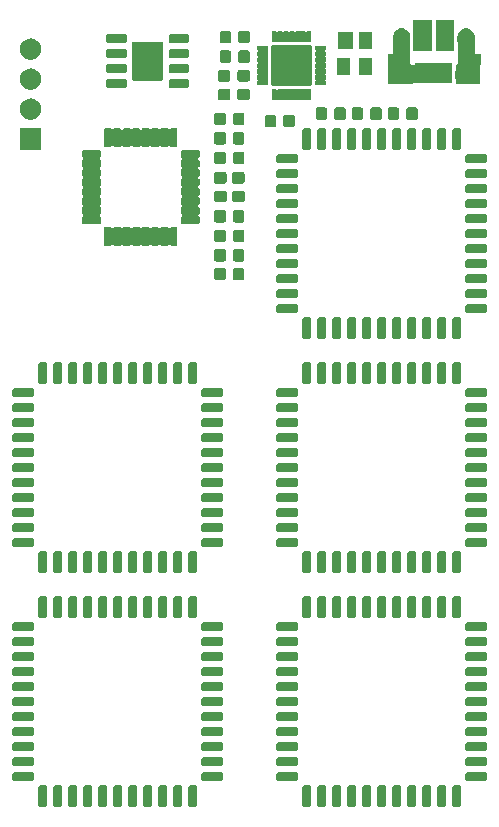
<source format=gbr>
G04 #@! TF.GenerationSoftware,KiCad,Pcbnew,(5.1.5-rc2)*
G04 #@! TF.CreationDate,2020-01-23T16:56:21-08:00*
G04 #@! TF.ProjectId,fpgb,66706762-2e6b-4696-9361-645f70636258,0.1*
G04 #@! TF.SameCoordinates,Original*
G04 #@! TF.FileFunction,Soldermask,Bot*
G04 #@! TF.FilePolarity,Negative*
%FSLAX46Y46*%
G04 Gerber Fmt 4.6, Leading zero omitted, Abs format (unit mm)*
G04 Created by KiCad (PCBNEW (5.1.5-rc2)) date 2020-01-23 16:56:21*
%MOMM*%
%LPD*%
G04 APERTURE LIST*
%ADD10C,0.100000*%
G04 APERTURE END LIST*
D10*
G36*
X136657928Y-107685764D02*
G01*
X136679009Y-107692160D01*
X136698445Y-107702548D01*
X136715476Y-107716524D01*
X136729452Y-107733555D01*
X136739840Y-107752991D01*
X136746236Y-107774072D01*
X136749000Y-107802140D01*
X136749000Y-109365860D01*
X136746236Y-109393928D01*
X136739840Y-109415009D01*
X136729452Y-109434445D01*
X136715476Y-109451476D01*
X136698445Y-109465452D01*
X136679009Y-109475840D01*
X136657928Y-109482236D01*
X136629860Y-109485000D01*
X136166140Y-109485000D01*
X136138072Y-109482236D01*
X136116991Y-109475840D01*
X136097555Y-109465452D01*
X136080524Y-109451476D01*
X136066548Y-109434445D01*
X136056160Y-109415009D01*
X136049764Y-109393928D01*
X136047000Y-109365860D01*
X136047000Y-107802140D01*
X136049764Y-107774072D01*
X136056160Y-107752991D01*
X136066548Y-107733555D01*
X136080524Y-107716524D01*
X136097555Y-107702548D01*
X136116991Y-107692160D01*
X136138072Y-107685764D01*
X136166140Y-107683000D01*
X136629860Y-107683000D01*
X136657928Y-107685764D01*
G37*
G36*
X135387928Y-107685764D02*
G01*
X135409009Y-107692160D01*
X135428445Y-107702548D01*
X135445476Y-107716524D01*
X135459452Y-107733555D01*
X135469840Y-107752991D01*
X135476236Y-107774072D01*
X135479000Y-107802140D01*
X135479000Y-109365860D01*
X135476236Y-109393928D01*
X135469840Y-109415009D01*
X135459452Y-109434445D01*
X135445476Y-109451476D01*
X135428445Y-109465452D01*
X135409009Y-109475840D01*
X135387928Y-109482236D01*
X135359860Y-109485000D01*
X134896140Y-109485000D01*
X134868072Y-109482236D01*
X134846991Y-109475840D01*
X134827555Y-109465452D01*
X134810524Y-109451476D01*
X134796548Y-109434445D01*
X134786160Y-109415009D01*
X134779764Y-109393928D01*
X134777000Y-109365860D01*
X134777000Y-107802140D01*
X134779764Y-107774072D01*
X134786160Y-107752991D01*
X134796548Y-107733555D01*
X134810524Y-107716524D01*
X134827555Y-107702548D01*
X134846991Y-107692160D01*
X134868072Y-107685764D01*
X134896140Y-107683000D01*
X135359860Y-107683000D01*
X135387928Y-107685764D01*
G37*
G36*
X134117928Y-107685764D02*
G01*
X134139009Y-107692160D01*
X134158445Y-107702548D01*
X134175476Y-107716524D01*
X134189452Y-107733555D01*
X134199840Y-107752991D01*
X134206236Y-107774072D01*
X134209000Y-107802140D01*
X134209000Y-109365860D01*
X134206236Y-109393928D01*
X134199840Y-109415009D01*
X134189452Y-109434445D01*
X134175476Y-109451476D01*
X134158445Y-109465452D01*
X134139009Y-109475840D01*
X134117928Y-109482236D01*
X134089860Y-109485000D01*
X133626140Y-109485000D01*
X133598072Y-109482236D01*
X133576991Y-109475840D01*
X133557555Y-109465452D01*
X133540524Y-109451476D01*
X133526548Y-109434445D01*
X133516160Y-109415009D01*
X133509764Y-109393928D01*
X133507000Y-109365860D01*
X133507000Y-107802140D01*
X133509764Y-107774072D01*
X133516160Y-107752991D01*
X133526548Y-107733555D01*
X133540524Y-107716524D01*
X133557555Y-107702548D01*
X133576991Y-107692160D01*
X133598072Y-107685764D01*
X133626140Y-107683000D01*
X134089860Y-107683000D01*
X134117928Y-107685764D01*
G37*
G36*
X132847928Y-107685764D02*
G01*
X132869009Y-107692160D01*
X132888445Y-107702548D01*
X132905476Y-107716524D01*
X132919452Y-107733555D01*
X132929840Y-107752991D01*
X132936236Y-107774072D01*
X132939000Y-107802140D01*
X132939000Y-109365860D01*
X132936236Y-109393928D01*
X132929840Y-109415009D01*
X132919452Y-109434445D01*
X132905476Y-109451476D01*
X132888445Y-109465452D01*
X132869009Y-109475840D01*
X132847928Y-109482236D01*
X132819860Y-109485000D01*
X132356140Y-109485000D01*
X132328072Y-109482236D01*
X132306991Y-109475840D01*
X132287555Y-109465452D01*
X132270524Y-109451476D01*
X132256548Y-109434445D01*
X132246160Y-109415009D01*
X132239764Y-109393928D01*
X132237000Y-109365860D01*
X132237000Y-107802140D01*
X132239764Y-107774072D01*
X132246160Y-107752991D01*
X132256548Y-107733555D01*
X132270524Y-107716524D01*
X132287555Y-107702548D01*
X132306991Y-107692160D01*
X132328072Y-107685764D01*
X132356140Y-107683000D01*
X132819860Y-107683000D01*
X132847928Y-107685764D01*
G37*
G36*
X131577928Y-107685764D02*
G01*
X131599009Y-107692160D01*
X131618445Y-107702548D01*
X131635476Y-107716524D01*
X131649452Y-107733555D01*
X131659840Y-107752991D01*
X131666236Y-107774072D01*
X131669000Y-107802140D01*
X131669000Y-109365860D01*
X131666236Y-109393928D01*
X131659840Y-109415009D01*
X131649452Y-109434445D01*
X131635476Y-109451476D01*
X131618445Y-109465452D01*
X131599009Y-109475840D01*
X131577928Y-109482236D01*
X131549860Y-109485000D01*
X131086140Y-109485000D01*
X131058072Y-109482236D01*
X131036991Y-109475840D01*
X131017555Y-109465452D01*
X131000524Y-109451476D01*
X130986548Y-109434445D01*
X130976160Y-109415009D01*
X130969764Y-109393928D01*
X130967000Y-109365860D01*
X130967000Y-107802140D01*
X130969764Y-107774072D01*
X130976160Y-107752991D01*
X130986548Y-107733555D01*
X131000524Y-107716524D01*
X131017555Y-107702548D01*
X131036991Y-107692160D01*
X131058072Y-107685764D01*
X131086140Y-107683000D01*
X131549860Y-107683000D01*
X131577928Y-107685764D01*
G37*
G36*
X130307928Y-107685764D02*
G01*
X130329009Y-107692160D01*
X130348445Y-107702548D01*
X130365476Y-107716524D01*
X130379452Y-107733555D01*
X130389840Y-107752991D01*
X130396236Y-107774072D01*
X130399000Y-107802140D01*
X130399000Y-109365860D01*
X130396236Y-109393928D01*
X130389840Y-109415009D01*
X130379452Y-109434445D01*
X130365476Y-109451476D01*
X130348445Y-109465452D01*
X130329009Y-109475840D01*
X130307928Y-109482236D01*
X130279860Y-109485000D01*
X129816140Y-109485000D01*
X129788072Y-109482236D01*
X129766991Y-109475840D01*
X129747555Y-109465452D01*
X129730524Y-109451476D01*
X129716548Y-109434445D01*
X129706160Y-109415009D01*
X129699764Y-109393928D01*
X129697000Y-109365860D01*
X129697000Y-107802140D01*
X129699764Y-107774072D01*
X129706160Y-107752991D01*
X129716548Y-107733555D01*
X129730524Y-107716524D01*
X129747555Y-107702548D01*
X129766991Y-107692160D01*
X129788072Y-107685764D01*
X129816140Y-107683000D01*
X130279860Y-107683000D01*
X130307928Y-107685764D01*
G37*
G36*
X129037928Y-107685764D02*
G01*
X129059009Y-107692160D01*
X129078445Y-107702548D01*
X129095476Y-107716524D01*
X129109452Y-107733555D01*
X129119840Y-107752991D01*
X129126236Y-107774072D01*
X129129000Y-107802140D01*
X129129000Y-109365860D01*
X129126236Y-109393928D01*
X129119840Y-109415009D01*
X129109452Y-109434445D01*
X129095476Y-109451476D01*
X129078445Y-109465452D01*
X129059009Y-109475840D01*
X129037928Y-109482236D01*
X129009860Y-109485000D01*
X128546140Y-109485000D01*
X128518072Y-109482236D01*
X128496991Y-109475840D01*
X128477555Y-109465452D01*
X128460524Y-109451476D01*
X128446548Y-109434445D01*
X128436160Y-109415009D01*
X128429764Y-109393928D01*
X128427000Y-109365860D01*
X128427000Y-107802140D01*
X128429764Y-107774072D01*
X128436160Y-107752991D01*
X128446548Y-107733555D01*
X128460524Y-107716524D01*
X128477555Y-107702548D01*
X128496991Y-107692160D01*
X128518072Y-107685764D01*
X128546140Y-107683000D01*
X129009860Y-107683000D01*
X129037928Y-107685764D01*
G37*
G36*
X127767928Y-107685764D02*
G01*
X127789009Y-107692160D01*
X127808445Y-107702548D01*
X127825476Y-107716524D01*
X127839452Y-107733555D01*
X127849840Y-107752991D01*
X127856236Y-107774072D01*
X127859000Y-107802140D01*
X127859000Y-109365860D01*
X127856236Y-109393928D01*
X127849840Y-109415009D01*
X127839452Y-109434445D01*
X127825476Y-109451476D01*
X127808445Y-109465452D01*
X127789009Y-109475840D01*
X127767928Y-109482236D01*
X127739860Y-109485000D01*
X127276140Y-109485000D01*
X127248072Y-109482236D01*
X127226991Y-109475840D01*
X127207555Y-109465452D01*
X127190524Y-109451476D01*
X127176548Y-109434445D01*
X127166160Y-109415009D01*
X127159764Y-109393928D01*
X127157000Y-109365860D01*
X127157000Y-107802140D01*
X127159764Y-107774072D01*
X127166160Y-107752991D01*
X127176548Y-107733555D01*
X127190524Y-107716524D01*
X127207555Y-107702548D01*
X127226991Y-107692160D01*
X127248072Y-107685764D01*
X127276140Y-107683000D01*
X127739860Y-107683000D01*
X127767928Y-107685764D01*
G37*
G36*
X126497928Y-107685764D02*
G01*
X126519009Y-107692160D01*
X126538445Y-107702548D01*
X126555476Y-107716524D01*
X126569452Y-107733555D01*
X126579840Y-107752991D01*
X126586236Y-107774072D01*
X126589000Y-107802140D01*
X126589000Y-109365860D01*
X126586236Y-109393928D01*
X126579840Y-109415009D01*
X126569452Y-109434445D01*
X126555476Y-109451476D01*
X126538445Y-109465452D01*
X126519009Y-109475840D01*
X126497928Y-109482236D01*
X126469860Y-109485000D01*
X126006140Y-109485000D01*
X125978072Y-109482236D01*
X125956991Y-109475840D01*
X125937555Y-109465452D01*
X125920524Y-109451476D01*
X125906548Y-109434445D01*
X125896160Y-109415009D01*
X125889764Y-109393928D01*
X125887000Y-109365860D01*
X125887000Y-107802140D01*
X125889764Y-107774072D01*
X125896160Y-107752991D01*
X125906548Y-107733555D01*
X125920524Y-107716524D01*
X125937555Y-107702548D01*
X125956991Y-107692160D01*
X125978072Y-107685764D01*
X126006140Y-107683000D01*
X126469860Y-107683000D01*
X126497928Y-107685764D01*
G37*
G36*
X125227928Y-107685764D02*
G01*
X125249009Y-107692160D01*
X125268445Y-107702548D01*
X125285476Y-107716524D01*
X125299452Y-107733555D01*
X125309840Y-107752991D01*
X125316236Y-107774072D01*
X125319000Y-107802140D01*
X125319000Y-109365860D01*
X125316236Y-109393928D01*
X125309840Y-109415009D01*
X125299452Y-109434445D01*
X125285476Y-109451476D01*
X125268445Y-109465452D01*
X125249009Y-109475840D01*
X125227928Y-109482236D01*
X125199860Y-109485000D01*
X124736140Y-109485000D01*
X124708072Y-109482236D01*
X124686991Y-109475840D01*
X124667555Y-109465452D01*
X124650524Y-109451476D01*
X124636548Y-109434445D01*
X124626160Y-109415009D01*
X124619764Y-109393928D01*
X124617000Y-109365860D01*
X124617000Y-107802140D01*
X124619764Y-107774072D01*
X124626160Y-107752991D01*
X124636548Y-107733555D01*
X124650524Y-107716524D01*
X124667555Y-107702548D01*
X124686991Y-107692160D01*
X124708072Y-107685764D01*
X124736140Y-107683000D01*
X125199860Y-107683000D01*
X125227928Y-107685764D01*
G37*
G36*
X123957928Y-107685764D02*
G01*
X123979009Y-107692160D01*
X123998445Y-107702548D01*
X124015476Y-107716524D01*
X124029452Y-107733555D01*
X124039840Y-107752991D01*
X124046236Y-107774072D01*
X124049000Y-107802140D01*
X124049000Y-109365860D01*
X124046236Y-109393928D01*
X124039840Y-109415009D01*
X124029452Y-109434445D01*
X124015476Y-109451476D01*
X123998445Y-109465452D01*
X123979009Y-109475840D01*
X123957928Y-109482236D01*
X123929860Y-109485000D01*
X123466140Y-109485000D01*
X123438072Y-109482236D01*
X123416991Y-109475840D01*
X123397555Y-109465452D01*
X123380524Y-109451476D01*
X123366548Y-109434445D01*
X123356160Y-109415009D01*
X123349764Y-109393928D01*
X123347000Y-109365860D01*
X123347000Y-107802140D01*
X123349764Y-107774072D01*
X123356160Y-107752991D01*
X123366548Y-107733555D01*
X123380524Y-107716524D01*
X123397555Y-107702548D01*
X123416991Y-107692160D01*
X123438072Y-107685764D01*
X123466140Y-107683000D01*
X123929860Y-107683000D01*
X123957928Y-107685764D01*
G37*
G36*
X114305928Y-107685764D02*
G01*
X114327009Y-107692160D01*
X114346445Y-107702548D01*
X114363476Y-107716524D01*
X114377452Y-107733555D01*
X114387840Y-107752991D01*
X114394236Y-107774072D01*
X114397000Y-107802140D01*
X114397000Y-109365860D01*
X114394236Y-109393928D01*
X114387840Y-109415009D01*
X114377452Y-109434445D01*
X114363476Y-109451476D01*
X114346445Y-109465452D01*
X114327009Y-109475840D01*
X114305928Y-109482236D01*
X114277860Y-109485000D01*
X113814140Y-109485000D01*
X113786072Y-109482236D01*
X113764991Y-109475840D01*
X113745555Y-109465452D01*
X113728524Y-109451476D01*
X113714548Y-109434445D01*
X113704160Y-109415009D01*
X113697764Y-109393928D01*
X113695000Y-109365860D01*
X113695000Y-107802140D01*
X113697764Y-107774072D01*
X113704160Y-107752991D01*
X113714548Y-107733555D01*
X113728524Y-107716524D01*
X113745555Y-107702548D01*
X113764991Y-107692160D01*
X113786072Y-107685764D01*
X113814140Y-107683000D01*
X114277860Y-107683000D01*
X114305928Y-107685764D01*
G37*
G36*
X113035928Y-107685764D02*
G01*
X113057009Y-107692160D01*
X113076445Y-107702548D01*
X113093476Y-107716524D01*
X113107452Y-107733555D01*
X113117840Y-107752991D01*
X113124236Y-107774072D01*
X113127000Y-107802140D01*
X113127000Y-109365860D01*
X113124236Y-109393928D01*
X113117840Y-109415009D01*
X113107452Y-109434445D01*
X113093476Y-109451476D01*
X113076445Y-109465452D01*
X113057009Y-109475840D01*
X113035928Y-109482236D01*
X113007860Y-109485000D01*
X112544140Y-109485000D01*
X112516072Y-109482236D01*
X112494991Y-109475840D01*
X112475555Y-109465452D01*
X112458524Y-109451476D01*
X112444548Y-109434445D01*
X112434160Y-109415009D01*
X112427764Y-109393928D01*
X112425000Y-109365860D01*
X112425000Y-107802140D01*
X112427764Y-107774072D01*
X112434160Y-107752991D01*
X112444548Y-107733555D01*
X112458524Y-107716524D01*
X112475555Y-107702548D01*
X112494991Y-107692160D01*
X112516072Y-107685764D01*
X112544140Y-107683000D01*
X113007860Y-107683000D01*
X113035928Y-107685764D01*
G37*
G36*
X111765928Y-107685764D02*
G01*
X111787009Y-107692160D01*
X111806445Y-107702548D01*
X111823476Y-107716524D01*
X111837452Y-107733555D01*
X111847840Y-107752991D01*
X111854236Y-107774072D01*
X111857000Y-107802140D01*
X111857000Y-109365860D01*
X111854236Y-109393928D01*
X111847840Y-109415009D01*
X111837452Y-109434445D01*
X111823476Y-109451476D01*
X111806445Y-109465452D01*
X111787009Y-109475840D01*
X111765928Y-109482236D01*
X111737860Y-109485000D01*
X111274140Y-109485000D01*
X111246072Y-109482236D01*
X111224991Y-109475840D01*
X111205555Y-109465452D01*
X111188524Y-109451476D01*
X111174548Y-109434445D01*
X111164160Y-109415009D01*
X111157764Y-109393928D01*
X111155000Y-109365860D01*
X111155000Y-107802140D01*
X111157764Y-107774072D01*
X111164160Y-107752991D01*
X111174548Y-107733555D01*
X111188524Y-107716524D01*
X111205555Y-107702548D01*
X111224991Y-107692160D01*
X111246072Y-107685764D01*
X111274140Y-107683000D01*
X111737860Y-107683000D01*
X111765928Y-107685764D01*
G37*
G36*
X110495928Y-107685764D02*
G01*
X110517009Y-107692160D01*
X110536445Y-107702548D01*
X110553476Y-107716524D01*
X110567452Y-107733555D01*
X110577840Y-107752991D01*
X110584236Y-107774072D01*
X110587000Y-107802140D01*
X110587000Y-109365860D01*
X110584236Y-109393928D01*
X110577840Y-109415009D01*
X110567452Y-109434445D01*
X110553476Y-109451476D01*
X110536445Y-109465452D01*
X110517009Y-109475840D01*
X110495928Y-109482236D01*
X110467860Y-109485000D01*
X110004140Y-109485000D01*
X109976072Y-109482236D01*
X109954991Y-109475840D01*
X109935555Y-109465452D01*
X109918524Y-109451476D01*
X109904548Y-109434445D01*
X109894160Y-109415009D01*
X109887764Y-109393928D01*
X109885000Y-109365860D01*
X109885000Y-107802140D01*
X109887764Y-107774072D01*
X109894160Y-107752991D01*
X109904548Y-107733555D01*
X109918524Y-107716524D01*
X109935555Y-107702548D01*
X109954991Y-107692160D01*
X109976072Y-107685764D01*
X110004140Y-107683000D01*
X110467860Y-107683000D01*
X110495928Y-107685764D01*
G37*
G36*
X109225928Y-107685764D02*
G01*
X109247009Y-107692160D01*
X109266445Y-107702548D01*
X109283476Y-107716524D01*
X109297452Y-107733555D01*
X109307840Y-107752991D01*
X109314236Y-107774072D01*
X109317000Y-107802140D01*
X109317000Y-109365860D01*
X109314236Y-109393928D01*
X109307840Y-109415009D01*
X109297452Y-109434445D01*
X109283476Y-109451476D01*
X109266445Y-109465452D01*
X109247009Y-109475840D01*
X109225928Y-109482236D01*
X109197860Y-109485000D01*
X108734140Y-109485000D01*
X108706072Y-109482236D01*
X108684991Y-109475840D01*
X108665555Y-109465452D01*
X108648524Y-109451476D01*
X108634548Y-109434445D01*
X108624160Y-109415009D01*
X108617764Y-109393928D01*
X108615000Y-109365860D01*
X108615000Y-107802140D01*
X108617764Y-107774072D01*
X108624160Y-107752991D01*
X108634548Y-107733555D01*
X108648524Y-107716524D01*
X108665555Y-107702548D01*
X108684991Y-107692160D01*
X108706072Y-107685764D01*
X108734140Y-107683000D01*
X109197860Y-107683000D01*
X109225928Y-107685764D01*
G37*
G36*
X107955928Y-107685764D02*
G01*
X107977009Y-107692160D01*
X107996445Y-107702548D01*
X108013476Y-107716524D01*
X108027452Y-107733555D01*
X108037840Y-107752991D01*
X108044236Y-107774072D01*
X108047000Y-107802140D01*
X108047000Y-109365860D01*
X108044236Y-109393928D01*
X108037840Y-109415009D01*
X108027452Y-109434445D01*
X108013476Y-109451476D01*
X107996445Y-109465452D01*
X107977009Y-109475840D01*
X107955928Y-109482236D01*
X107927860Y-109485000D01*
X107464140Y-109485000D01*
X107436072Y-109482236D01*
X107414991Y-109475840D01*
X107395555Y-109465452D01*
X107378524Y-109451476D01*
X107364548Y-109434445D01*
X107354160Y-109415009D01*
X107347764Y-109393928D01*
X107345000Y-109365860D01*
X107345000Y-107802140D01*
X107347764Y-107774072D01*
X107354160Y-107752991D01*
X107364548Y-107733555D01*
X107378524Y-107716524D01*
X107395555Y-107702548D01*
X107414991Y-107692160D01*
X107436072Y-107685764D01*
X107464140Y-107683000D01*
X107927860Y-107683000D01*
X107955928Y-107685764D01*
G37*
G36*
X106685928Y-107685764D02*
G01*
X106707009Y-107692160D01*
X106726445Y-107702548D01*
X106743476Y-107716524D01*
X106757452Y-107733555D01*
X106767840Y-107752991D01*
X106774236Y-107774072D01*
X106777000Y-107802140D01*
X106777000Y-109365860D01*
X106774236Y-109393928D01*
X106767840Y-109415009D01*
X106757452Y-109434445D01*
X106743476Y-109451476D01*
X106726445Y-109465452D01*
X106707009Y-109475840D01*
X106685928Y-109482236D01*
X106657860Y-109485000D01*
X106194140Y-109485000D01*
X106166072Y-109482236D01*
X106144991Y-109475840D01*
X106125555Y-109465452D01*
X106108524Y-109451476D01*
X106094548Y-109434445D01*
X106084160Y-109415009D01*
X106077764Y-109393928D01*
X106075000Y-109365860D01*
X106075000Y-107802140D01*
X106077764Y-107774072D01*
X106084160Y-107752991D01*
X106094548Y-107733555D01*
X106108524Y-107716524D01*
X106125555Y-107702548D01*
X106144991Y-107692160D01*
X106166072Y-107685764D01*
X106194140Y-107683000D01*
X106657860Y-107683000D01*
X106685928Y-107685764D01*
G37*
G36*
X105415928Y-107685764D02*
G01*
X105437009Y-107692160D01*
X105456445Y-107702548D01*
X105473476Y-107716524D01*
X105487452Y-107733555D01*
X105497840Y-107752991D01*
X105504236Y-107774072D01*
X105507000Y-107802140D01*
X105507000Y-109365860D01*
X105504236Y-109393928D01*
X105497840Y-109415009D01*
X105487452Y-109434445D01*
X105473476Y-109451476D01*
X105456445Y-109465452D01*
X105437009Y-109475840D01*
X105415928Y-109482236D01*
X105387860Y-109485000D01*
X104924140Y-109485000D01*
X104896072Y-109482236D01*
X104874991Y-109475840D01*
X104855555Y-109465452D01*
X104838524Y-109451476D01*
X104824548Y-109434445D01*
X104814160Y-109415009D01*
X104807764Y-109393928D01*
X104805000Y-109365860D01*
X104805000Y-107802140D01*
X104807764Y-107774072D01*
X104814160Y-107752991D01*
X104824548Y-107733555D01*
X104838524Y-107716524D01*
X104855555Y-107702548D01*
X104874991Y-107692160D01*
X104896072Y-107685764D01*
X104924140Y-107683000D01*
X105387860Y-107683000D01*
X105415928Y-107685764D01*
G37*
G36*
X104145928Y-107685764D02*
G01*
X104167009Y-107692160D01*
X104186445Y-107702548D01*
X104203476Y-107716524D01*
X104217452Y-107733555D01*
X104227840Y-107752991D01*
X104234236Y-107774072D01*
X104237000Y-107802140D01*
X104237000Y-109365860D01*
X104234236Y-109393928D01*
X104227840Y-109415009D01*
X104217452Y-109434445D01*
X104203476Y-109451476D01*
X104186445Y-109465452D01*
X104167009Y-109475840D01*
X104145928Y-109482236D01*
X104117860Y-109485000D01*
X103654140Y-109485000D01*
X103626072Y-109482236D01*
X103604991Y-109475840D01*
X103585555Y-109465452D01*
X103568524Y-109451476D01*
X103554548Y-109434445D01*
X103544160Y-109415009D01*
X103537764Y-109393928D01*
X103535000Y-109365860D01*
X103535000Y-107802140D01*
X103537764Y-107774072D01*
X103544160Y-107752991D01*
X103554548Y-107733555D01*
X103568524Y-107716524D01*
X103585555Y-107702548D01*
X103604991Y-107692160D01*
X103626072Y-107685764D01*
X103654140Y-107683000D01*
X104117860Y-107683000D01*
X104145928Y-107685764D01*
G37*
G36*
X102875928Y-107685764D02*
G01*
X102897009Y-107692160D01*
X102916445Y-107702548D01*
X102933476Y-107716524D01*
X102947452Y-107733555D01*
X102957840Y-107752991D01*
X102964236Y-107774072D01*
X102967000Y-107802140D01*
X102967000Y-109365860D01*
X102964236Y-109393928D01*
X102957840Y-109415009D01*
X102947452Y-109434445D01*
X102933476Y-109451476D01*
X102916445Y-109465452D01*
X102897009Y-109475840D01*
X102875928Y-109482236D01*
X102847860Y-109485000D01*
X102384140Y-109485000D01*
X102356072Y-109482236D01*
X102334991Y-109475840D01*
X102315555Y-109465452D01*
X102298524Y-109451476D01*
X102284548Y-109434445D01*
X102274160Y-109415009D01*
X102267764Y-109393928D01*
X102265000Y-109365860D01*
X102265000Y-107802140D01*
X102267764Y-107774072D01*
X102274160Y-107752991D01*
X102284548Y-107733555D01*
X102298524Y-107716524D01*
X102315555Y-107702548D01*
X102334991Y-107692160D01*
X102356072Y-107685764D01*
X102384140Y-107683000D01*
X102847860Y-107683000D01*
X102875928Y-107685764D01*
G37*
G36*
X101605928Y-107685764D02*
G01*
X101627009Y-107692160D01*
X101646445Y-107702548D01*
X101663476Y-107716524D01*
X101677452Y-107733555D01*
X101687840Y-107752991D01*
X101694236Y-107774072D01*
X101697000Y-107802140D01*
X101697000Y-109365860D01*
X101694236Y-109393928D01*
X101687840Y-109415009D01*
X101677452Y-109434445D01*
X101663476Y-109451476D01*
X101646445Y-109465452D01*
X101627009Y-109475840D01*
X101605928Y-109482236D01*
X101577860Y-109485000D01*
X101114140Y-109485000D01*
X101086072Y-109482236D01*
X101064991Y-109475840D01*
X101045555Y-109465452D01*
X101028524Y-109451476D01*
X101014548Y-109434445D01*
X101004160Y-109415009D01*
X100997764Y-109393928D01*
X100995000Y-109365860D01*
X100995000Y-107802140D01*
X100997764Y-107774072D01*
X101004160Y-107752991D01*
X101014548Y-107733555D01*
X101028524Y-107716524D01*
X101045555Y-107702548D01*
X101064991Y-107692160D01*
X101086072Y-107685764D01*
X101114140Y-107683000D01*
X101577860Y-107683000D01*
X101605928Y-107685764D01*
G37*
G36*
X138857928Y-106585764D02*
G01*
X138879009Y-106592160D01*
X138898445Y-106602548D01*
X138915476Y-106616524D01*
X138929452Y-106633555D01*
X138939840Y-106652991D01*
X138946236Y-106674072D01*
X138949000Y-106702140D01*
X138949000Y-107165860D01*
X138946236Y-107193928D01*
X138939840Y-107215009D01*
X138929452Y-107234445D01*
X138915476Y-107251476D01*
X138898445Y-107265452D01*
X138879009Y-107275840D01*
X138857928Y-107282236D01*
X138829860Y-107285000D01*
X137266140Y-107285000D01*
X137238072Y-107282236D01*
X137216991Y-107275840D01*
X137197555Y-107265452D01*
X137180524Y-107251476D01*
X137166548Y-107234445D01*
X137156160Y-107215009D01*
X137149764Y-107193928D01*
X137147000Y-107165860D01*
X137147000Y-106702140D01*
X137149764Y-106674072D01*
X137156160Y-106652991D01*
X137166548Y-106633555D01*
X137180524Y-106616524D01*
X137197555Y-106602548D01*
X137216991Y-106592160D01*
X137238072Y-106585764D01*
X137266140Y-106583000D01*
X138829860Y-106583000D01*
X138857928Y-106585764D01*
G37*
G36*
X116505928Y-106585764D02*
G01*
X116527009Y-106592160D01*
X116546445Y-106602548D01*
X116563476Y-106616524D01*
X116577452Y-106633555D01*
X116587840Y-106652991D01*
X116594236Y-106674072D01*
X116597000Y-106702140D01*
X116597000Y-107165860D01*
X116594236Y-107193928D01*
X116587840Y-107215009D01*
X116577452Y-107234445D01*
X116563476Y-107251476D01*
X116546445Y-107265452D01*
X116527009Y-107275840D01*
X116505928Y-107282236D01*
X116477860Y-107285000D01*
X114914140Y-107285000D01*
X114886072Y-107282236D01*
X114864991Y-107275840D01*
X114845555Y-107265452D01*
X114828524Y-107251476D01*
X114814548Y-107234445D01*
X114804160Y-107215009D01*
X114797764Y-107193928D01*
X114795000Y-107165860D01*
X114795000Y-106702140D01*
X114797764Y-106674072D01*
X114804160Y-106652991D01*
X114814548Y-106633555D01*
X114828524Y-106616524D01*
X114845555Y-106602548D01*
X114864991Y-106592160D01*
X114886072Y-106585764D01*
X114914140Y-106583000D01*
X116477860Y-106583000D01*
X116505928Y-106585764D01*
G37*
G36*
X100505928Y-106585764D02*
G01*
X100527009Y-106592160D01*
X100546445Y-106602548D01*
X100563476Y-106616524D01*
X100577452Y-106633555D01*
X100587840Y-106652991D01*
X100594236Y-106674072D01*
X100597000Y-106702140D01*
X100597000Y-107165860D01*
X100594236Y-107193928D01*
X100587840Y-107215009D01*
X100577452Y-107234445D01*
X100563476Y-107251476D01*
X100546445Y-107265452D01*
X100527009Y-107275840D01*
X100505928Y-107282236D01*
X100477860Y-107285000D01*
X98914140Y-107285000D01*
X98886072Y-107282236D01*
X98864991Y-107275840D01*
X98845555Y-107265452D01*
X98828524Y-107251476D01*
X98814548Y-107234445D01*
X98804160Y-107215009D01*
X98797764Y-107193928D01*
X98795000Y-107165860D01*
X98795000Y-106702140D01*
X98797764Y-106674072D01*
X98804160Y-106652991D01*
X98814548Y-106633555D01*
X98828524Y-106616524D01*
X98845555Y-106602548D01*
X98864991Y-106592160D01*
X98886072Y-106585764D01*
X98914140Y-106583000D01*
X100477860Y-106583000D01*
X100505928Y-106585764D01*
G37*
G36*
X122857928Y-106585764D02*
G01*
X122879009Y-106592160D01*
X122898445Y-106602548D01*
X122915476Y-106616524D01*
X122929452Y-106633555D01*
X122939840Y-106652991D01*
X122946236Y-106674072D01*
X122949000Y-106702140D01*
X122949000Y-107165860D01*
X122946236Y-107193928D01*
X122939840Y-107215009D01*
X122929452Y-107234445D01*
X122915476Y-107251476D01*
X122898445Y-107265452D01*
X122879009Y-107275840D01*
X122857928Y-107282236D01*
X122829860Y-107285000D01*
X121266140Y-107285000D01*
X121238072Y-107282236D01*
X121216991Y-107275840D01*
X121197555Y-107265452D01*
X121180524Y-107251476D01*
X121166548Y-107234445D01*
X121156160Y-107215009D01*
X121149764Y-107193928D01*
X121147000Y-107165860D01*
X121147000Y-106702140D01*
X121149764Y-106674072D01*
X121156160Y-106652991D01*
X121166548Y-106633555D01*
X121180524Y-106616524D01*
X121197555Y-106602548D01*
X121216991Y-106592160D01*
X121238072Y-106585764D01*
X121266140Y-106583000D01*
X122829860Y-106583000D01*
X122857928Y-106585764D01*
G37*
G36*
X138857928Y-105315764D02*
G01*
X138879009Y-105322160D01*
X138898445Y-105332548D01*
X138915476Y-105346524D01*
X138929452Y-105363555D01*
X138939840Y-105382991D01*
X138946236Y-105404072D01*
X138949000Y-105432140D01*
X138949000Y-105895860D01*
X138946236Y-105923928D01*
X138939840Y-105945009D01*
X138929452Y-105964445D01*
X138915476Y-105981476D01*
X138898445Y-105995452D01*
X138879009Y-106005840D01*
X138857928Y-106012236D01*
X138829860Y-106015000D01*
X137266140Y-106015000D01*
X137238072Y-106012236D01*
X137216991Y-106005840D01*
X137197555Y-105995452D01*
X137180524Y-105981476D01*
X137166548Y-105964445D01*
X137156160Y-105945009D01*
X137149764Y-105923928D01*
X137147000Y-105895860D01*
X137147000Y-105432140D01*
X137149764Y-105404072D01*
X137156160Y-105382991D01*
X137166548Y-105363555D01*
X137180524Y-105346524D01*
X137197555Y-105332548D01*
X137216991Y-105322160D01*
X137238072Y-105315764D01*
X137266140Y-105313000D01*
X138829860Y-105313000D01*
X138857928Y-105315764D01*
G37*
G36*
X100505928Y-105315764D02*
G01*
X100527009Y-105322160D01*
X100546445Y-105332548D01*
X100563476Y-105346524D01*
X100577452Y-105363555D01*
X100587840Y-105382991D01*
X100594236Y-105404072D01*
X100597000Y-105432140D01*
X100597000Y-105895860D01*
X100594236Y-105923928D01*
X100587840Y-105945009D01*
X100577452Y-105964445D01*
X100563476Y-105981476D01*
X100546445Y-105995452D01*
X100527009Y-106005840D01*
X100505928Y-106012236D01*
X100477860Y-106015000D01*
X98914140Y-106015000D01*
X98886072Y-106012236D01*
X98864991Y-106005840D01*
X98845555Y-105995452D01*
X98828524Y-105981476D01*
X98814548Y-105964445D01*
X98804160Y-105945009D01*
X98797764Y-105923928D01*
X98795000Y-105895860D01*
X98795000Y-105432140D01*
X98797764Y-105404072D01*
X98804160Y-105382991D01*
X98814548Y-105363555D01*
X98828524Y-105346524D01*
X98845555Y-105332548D01*
X98864991Y-105322160D01*
X98886072Y-105315764D01*
X98914140Y-105313000D01*
X100477860Y-105313000D01*
X100505928Y-105315764D01*
G37*
G36*
X116505928Y-105315764D02*
G01*
X116527009Y-105322160D01*
X116546445Y-105332548D01*
X116563476Y-105346524D01*
X116577452Y-105363555D01*
X116587840Y-105382991D01*
X116594236Y-105404072D01*
X116597000Y-105432140D01*
X116597000Y-105895860D01*
X116594236Y-105923928D01*
X116587840Y-105945009D01*
X116577452Y-105964445D01*
X116563476Y-105981476D01*
X116546445Y-105995452D01*
X116527009Y-106005840D01*
X116505928Y-106012236D01*
X116477860Y-106015000D01*
X114914140Y-106015000D01*
X114886072Y-106012236D01*
X114864991Y-106005840D01*
X114845555Y-105995452D01*
X114828524Y-105981476D01*
X114814548Y-105964445D01*
X114804160Y-105945009D01*
X114797764Y-105923928D01*
X114795000Y-105895860D01*
X114795000Y-105432140D01*
X114797764Y-105404072D01*
X114804160Y-105382991D01*
X114814548Y-105363555D01*
X114828524Y-105346524D01*
X114845555Y-105332548D01*
X114864991Y-105322160D01*
X114886072Y-105315764D01*
X114914140Y-105313000D01*
X116477860Y-105313000D01*
X116505928Y-105315764D01*
G37*
G36*
X122857928Y-105315764D02*
G01*
X122879009Y-105322160D01*
X122898445Y-105332548D01*
X122915476Y-105346524D01*
X122929452Y-105363555D01*
X122939840Y-105382991D01*
X122946236Y-105404072D01*
X122949000Y-105432140D01*
X122949000Y-105895860D01*
X122946236Y-105923928D01*
X122939840Y-105945009D01*
X122929452Y-105964445D01*
X122915476Y-105981476D01*
X122898445Y-105995452D01*
X122879009Y-106005840D01*
X122857928Y-106012236D01*
X122829860Y-106015000D01*
X121266140Y-106015000D01*
X121238072Y-106012236D01*
X121216991Y-106005840D01*
X121197555Y-105995452D01*
X121180524Y-105981476D01*
X121166548Y-105964445D01*
X121156160Y-105945009D01*
X121149764Y-105923928D01*
X121147000Y-105895860D01*
X121147000Y-105432140D01*
X121149764Y-105404072D01*
X121156160Y-105382991D01*
X121166548Y-105363555D01*
X121180524Y-105346524D01*
X121197555Y-105332548D01*
X121216991Y-105322160D01*
X121238072Y-105315764D01*
X121266140Y-105313000D01*
X122829860Y-105313000D01*
X122857928Y-105315764D01*
G37*
G36*
X122857928Y-104045764D02*
G01*
X122879009Y-104052160D01*
X122898445Y-104062548D01*
X122915476Y-104076524D01*
X122929452Y-104093555D01*
X122939840Y-104112991D01*
X122946236Y-104134072D01*
X122949000Y-104162140D01*
X122949000Y-104625860D01*
X122946236Y-104653928D01*
X122939840Y-104675009D01*
X122929452Y-104694445D01*
X122915476Y-104711476D01*
X122898445Y-104725452D01*
X122879009Y-104735840D01*
X122857928Y-104742236D01*
X122829860Y-104745000D01*
X121266140Y-104745000D01*
X121238072Y-104742236D01*
X121216991Y-104735840D01*
X121197555Y-104725452D01*
X121180524Y-104711476D01*
X121166548Y-104694445D01*
X121156160Y-104675009D01*
X121149764Y-104653928D01*
X121147000Y-104625860D01*
X121147000Y-104162140D01*
X121149764Y-104134072D01*
X121156160Y-104112991D01*
X121166548Y-104093555D01*
X121180524Y-104076524D01*
X121197555Y-104062548D01*
X121216991Y-104052160D01*
X121238072Y-104045764D01*
X121266140Y-104043000D01*
X122829860Y-104043000D01*
X122857928Y-104045764D01*
G37*
G36*
X100505928Y-104045764D02*
G01*
X100527009Y-104052160D01*
X100546445Y-104062548D01*
X100563476Y-104076524D01*
X100577452Y-104093555D01*
X100587840Y-104112991D01*
X100594236Y-104134072D01*
X100597000Y-104162140D01*
X100597000Y-104625860D01*
X100594236Y-104653928D01*
X100587840Y-104675009D01*
X100577452Y-104694445D01*
X100563476Y-104711476D01*
X100546445Y-104725452D01*
X100527009Y-104735840D01*
X100505928Y-104742236D01*
X100477860Y-104745000D01*
X98914140Y-104745000D01*
X98886072Y-104742236D01*
X98864991Y-104735840D01*
X98845555Y-104725452D01*
X98828524Y-104711476D01*
X98814548Y-104694445D01*
X98804160Y-104675009D01*
X98797764Y-104653928D01*
X98795000Y-104625860D01*
X98795000Y-104162140D01*
X98797764Y-104134072D01*
X98804160Y-104112991D01*
X98814548Y-104093555D01*
X98828524Y-104076524D01*
X98845555Y-104062548D01*
X98864991Y-104052160D01*
X98886072Y-104045764D01*
X98914140Y-104043000D01*
X100477860Y-104043000D01*
X100505928Y-104045764D01*
G37*
G36*
X116505928Y-104045764D02*
G01*
X116527009Y-104052160D01*
X116546445Y-104062548D01*
X116563476Y-104076524D01*
X116577452Y-104093555D01*
X116587840Y-104112991D01*
X116594236Y-104134072D01*
X116597000Y-104162140D01*
X116597000Y-104625860D01*
X116594236Y-104653928D01*
X116587840Y-104675009D01*
X116577452Y-104694445D01*
X116563476Y-104711476D01*
X116546445Y-104725452D01*
X116527009Y-104735840D01*
X116505928Y-104742236D01*
X116477860Y-104745000D01*
X114914140Y-104745000D01*
X114886072Y-104742236D01*
X114864991Y-104735840D01*
X114845555Y-104725452D01*
X114828524Y-104711476D01*
X114814548Y-104694445D01*
X114804160Y-104675009D01*
X114797764Y-104653928D01*
X114795000Y-104625860D01*
X114795000Y-104162140D01*
X114797764Y-104134072D01*
X114804160Y-104112991D01*
X114814548Y-104093555D01*
X114828524Y-104076524D01*
X114845555Y-104062548D01*
X114864991Y-104052160D01*
X114886072Y-104045764D01*
X114914140Y-104043000D01*
X116477860Y-104043000D01*
X116505928Y-104045764D01*
G37*
G36*
X138857928Y-104045764D02*
G01*
X138879009Y-104052160D01*
X138898445Y-104062548D01*
X138915476Y-104076524D01*
X138929452Y-104093555D01*
X138939840Y-104112991D01*
X138946236Y-104134072D01*
X138949000Y-104162140D01*
X138949000Y-104625860D01*
X138946236Y-104653928D01*
X138939840Y-104675009D01*
X138929452Y-104694445D01*
X138915476Y-104711476D01*
X138898445Y-104725452D01*
X138879009Y-104735840D01*
X138857928Y-104742236D01*
X138829860Y-104745000D01*
X137266140Y-104745000D01*
X137238072Y-104742236D01*
X137216991Y-104735840D01*
X137197555Y-104725452D01*
X137180524Y-104711476D01*
X137166548Y-104694445D01*
X137156160Y-104675009D01*
X137149764Y-104653928D01*
X137147000Y-104625860D01*
X137147000Y-104162140D01*
X137149764Y-104134072D01*
X137156160Y-104112991D01*
X137166548Y-104093555D01*
X137180524Y-104076524D01*
X137197555Y-104062548D01*
X137216991Y-104052160D01*
X137238072Y-104045764D01*
X137266140Y-104043000D01*
X138829860Y-104043000D01*
X138857928Y-104045764D01*
G37*
G36*
X138857928Y-102775764D02*
G01*
X138879009Y-102782160D01*
X138898445Y-102792548D01*
X138915476Y-102806524D01*
X138929452Y-102823555D01*
X138939840Y-102842991D01*
X138946236Y-102864072D01*
X138949000Y-102892140D01*
X138949000Y-103355860D01*
X138946236Y-103383928D01*
X138939840Y-103405009D01*
X138929452Y-103424445D01*
X138915476Y-103441476D01*
X138898445Y-103455452D01*
X138879009Y-103465840D01*
X138857928Y-103472236D01*
X138829860Y-103475000D01*
X137266140Y-103475000D01*
X137238072Y-103472236D01*
X137216991Y-103465840D01*
X137197555Y-103455452D01*
X137180524Y-103441476D01*
X137166548Y-103424445D01*
X137156160Y-103405009D01*
X137149764Y-103383928D01*
X137147000Y-103355860D01*
X137147000Y-102892140D01*
X137149764Y-102864072D01*
X137156160Y-102842991D01*
X137166548Y-102823555D01*
X137180524Y-102806524D01*
X137197555Y-102792548D01*
X137216991Y-102782160D01*
X137238072Y-102775764D01*
X137266140Y-102773000D01*
X138829860Y-102773000D01*
X138857928Y-102775764D01*
G37*
G36*
X122857928Y-102775764D02*
G01*
X122879009Y-102782160D01*
X122898445Y-102792548D01*
X122915476Y-102806524D01*
X122929452Y-102823555D01*
X122939840Y-102842991D01*
X122946236Y-102864072D01*
X122949000Y-102892140D01*
X122949000Y-103355860D01*
X122946236Y-103383928D01*
X122939840Y-103405009D01*
X122929452Y-103424445D01*
X122915476Y-103441476D01*
X122898445Y-103455452D01*
X122879009Y-103465840D01*
X122857928Y-103472236D01*
X122829860Y-103475000D01*
X121266140Y-103475000D01*
X121238072Y-103472236D01*
X121216991Y-103465840D01*
X121197555Y-103455452D01*
X121180524Y-103441476D01*
X121166548Y-103424445D01*
X121156160Y-103405009D01*
X121149764Y-103383928D01*
X121147000Y-103355860D01*
X121147000Y-102892140D01*
X121149764Y-102864072D01*
X121156160Y-102842991D01*
X121166548Y-102823555D01*
X121180524Y-102806524D01*
X121197555Y-102792548D01*
X121216991Y-102782160D01*
X121238072Y-102775764D01*
X121266140Y-102773000D01*
X122829860Y-102773000D01*
X122857928Y-102775764D01*
G37*
G36*
X116505928Y-102775764D02*
G01*
X116527009Y-102782160D01*
X116546445Y-102792548D01*
X116563476Y-102806524D01*
X116577452Y-102823555D01*
X116587840Y-102842991D01*
X116594236Y-102864072D01*
X116597000Y-102892140D01*
X116597000Y-103355860D01*
X116594236Y-103383928D01*
X116587840Y-103405009D01*
X116577452Y-103424445D01*
X116563476Y-103441476D01*
X116546445Y-103455452D01*
X116527009Y-103465840D01*
X116505928Y-103472236D01*
X116477860Y-103475000D01*
X114914140Y-103475000D01*
X114886072Y-103472236D01*
X114864991Y-103465840D01*
X114845555Y-103455452D01*
X114828524Y-103441476D01*
X114814548Y-103424445D01*
X114804160Y-103405009D01*
X114797764Y-103383928D01*
X114795000Y-103355860D01*
X114795000Y-102892140D01*
X114797764Y-102864072D01*
X114804160Y-102842991D01*
X114814548Y-102823555D01*
X114828524Y-102806524D01*
X114845555Y-102792548D01*
X114864991Y-102782160D01*
X114886072Y-102775764D01*
X114914140Y-102773000D01*
X116477860Y-102773000D01*
X116505928Y-102775764D01*
G37*
G36*
X100505928Y-102775764D02*
G01*
X100527009Y-102782160D01*
X100546445Y-102792548D01*
X100563476Y-102806524D01*
X100577452Y-102823555D01*
X100587840Y-102842991D01*
X100594236Y-102864072D01*
X100597000Y-102892140D01*
X100597000Y-103355860D01*
X100594236Y-103383928D01*
X100587840Y-103405009D01*
X100577452Y-103424445D01*
X100563476Y-103441476D01*
X100546445Y-103455452D01*
X100527009Y-103465840D01*
X100505928Y-103472236D01*
X100477860Y-103475000D01*
X98914140Y-103475000D01*
X98886072Y-103472236D01*
X98864991Y-103465840D01*
X98845555Y-103455452D01*
X98828524Y-103441476D01*
X98814548Y-103424445D01*
X98804160Y-103405009D01*
X98797764Y-103383928D01*
X98795000Y-103355860D01*
X98795000Y-102892140D01*
X98797764Y-102864072D01*
X98804160Y-102842991D01*
X98814548Y-102823555D01*
X98828524Y-102806524D01*
X98845555Y-102792548D01*
X98864991Y-102782160D01*
X98886072Y-102775764D01*
X98914140Y-102773000D01*
X100477860Y-102773000D01*
X100505928Y-102775764D01*
G37*
G36*
X100505928Y-101505764D02*
G01*
X100527009Y-101512160D01*
X100546445Y-101522548D01*
X100563476Y-101536524D01*
X100577452Y-101553555D01*
X100587840Y-101572991D01*
X100594236Y-101594072D01*
X100597000Y-101622140D01*
X100597000Y-102085860D01*
X100594236Y-102113928D01*
X100587840Y-102135009D01*
X100577452Y-102154445D01*
X100563476Y-102171476D01*
X100546445Y-102185452D01*
X100527009Y-102195840D01*
X100505928Y-102202236D01*
X100477860Y-102205000D01*
X98914140Y-102205000D01*
X98886072Y-102202236D01*
X98864991Y-102195840D01*
X98845555Y-102185452D01*
X98828524Y-102171476D01*
X98814548Y-102154445D01*
X98804160Y-102135009D01*
X98797764Y-102113928D01*
X98795000Y-102085860D01*
X98795000Y-101622140D01*
X98797764Y-101594072D01*
X98804160Y-101572991D01*
X98814548Y-101553555D01*
X98828524Y-101536524D01*
X98845555Y-101522548D01*
X98864991Y-101512160D01*
X98886072Y-101505764D01*
X98914140Y-101503000D01*
X100477860Y-101503000D01*
X100505928Y-101505764D01*
G37*
G36*
X138857928Y-101505764D02*
G01*
X138879009Y-101512160D01*
X138898445Y-101522548D01*
X138915476Y-101536524D01*
X138929452Y-101553555D01*
X138939840Y-101572991D01*
X138946236Y-101594072D01*
X138949000Y-101622140D01*
X138949000Y-102085860D01*
X138946236Y-102113928D01*
X138939840Y-102135009D01*
X138929452Y-102154445D01*
X138915476Y-102171476D01*
X138898445Y-102185452D01*
X138879009Y-102195840D01*
X138857928Y-102202236D01*
X138829860Y-102205000D01*
X137266140Y-102205000D01*
X137238072Y-102202236D01*
X137216991Y-102195840D01*
X137197555Y-102185452D01*
X137180524Y-102171476D01*
X137166548Y-102154445D01*
X137156160Y-102135009D01*
X137149764Y-102113928D01*
X137147000Y-102085860D01*
X137147000Y-101622140D01*
X137149764Y-101594072D01*
X137156160Y-101572991D01*
X137166548Y-101553555D01*
X137180524Y-101536524D01*
X137197555Y-101522548D01*
X137216991Y-101512160D01*
X137238072Y-101505764D01*
X137266140Y-101503000D01*
X138829860Y-101503000D01*
X138857928Y-101505764D01*
G37*
G36*
X122857928Y-101505764D02*
G01*
X122879009Y-101512160D01*
X122898445Y-101522548D01*
X122915476Y-101536524D01*
X122929452Y-101553555D01*
X122939840Y-101572991D01*
X122946236Y-101594072D01*
X122949000Y-101622140D01*
X122949000Y-102085860D01*
X122946236Y-102113928D01*
X122939840Y-102135009D01*
X122929452Y-102154445D01*
X122915476Y-102171476D01*
X122898445Y-102185452D01*
X122879009Y-102195840D01*
X122857928Y-102202236D01*
X122829860Y-102205000D01*
X121266140Y-102205000D01*
X121238072Y-102202236D01*
X121216991Y-102195840D01*
X121197555Y-102185452D01*
X121180524Y-102171476D01*
X121166548Y-102154445D01*
X121156160Y-102135009D01*
X121149764Y-102113928D01*
X121147000Y-102085860D01*
X121147000Y-101622140D01*
X121149764Y-101594072D01*
X121156160Y-101572991D01*
X121166548Y-101553555D01*
X121180524Y-101536524D01*
X121197555Y-101522548D01*
X121216991Y-101512160D01*
X121238072Y-101505764D01*
X121266140Y-101503000D01*
X122829860Y-101503000D01*
X122857928Y-101505764D01*
G37*
G36*
X116505928Y-101505764D02*
G01*
X116527009Y-101512160D01*
X116546445Y-101522548D01*
X116563476Y-101536524D01*
X116577452Y-101553555D01*
X116587840Y-101572991D01*
X116594236Y-101594072D01*
X116597000Y-101622140D01*
X116597000Y-102085860D01*
X116594236Y-102113928D01*
X116587840Y-102135009D01*
X116577452Y-102154445D01*
X116563476Y-102171476D01*
X116546445Y-102185452D01*
X116527009Y-102195840D01*
X116505928Y-102202236D01*
X116477860Y-102205000D01*
X114914140Y-102205000D01*
X114886072Y-102202236D01*
X114864991Y-102195840D01*
X114845555Y-102185452D01*
X114828524Y-102171476D01*
X114814548Y-102154445D01*
X114804160Y-102135009D01*
X114797764Y-102113928D01*
X114795000Y-102085860D01*
X114795000Y-101622140D01*
X114797764Y-101594072D01*
X114804160Y-101572991D01*
X114814548Y-101553555D01*
X114828524Y-101536524D01*
X114845555Y-101522548D01*
X114864991Y-101512160D01*
X114886072Y-101505764D01*
X114914140Y-101503000D01*
X116477860Y-101503000D01*
X116505928Y-101505764D01*
G37*
G36*
X116505928Y-100235764D02*
G01*
X116527009Y-100242160D01*
X116546445Y-100252548D01*
X116563476Y-100266524D01*
X116577452Y-100283555D01*
X116587840Y-100302991D01*
X116594236Y-100324072D01*
X116597000Y-100352140D01*
X116597000Y-100815860D01*
X116594236Y-100843928D01*
X116587840Y-100865009D01*
X116577452Y-100884445D01*
X116563476Y-100901476D01*
X116546445Y-100915452D01*
X116527009Y-100925840D01*
X116505928Y-100932236D01*
X116477860Y-100935000D01*
X114914140Y-100935000D01*
X114886072Y-100932236D01*
X114864991Y-100925840D01*
X114845555Y-100915452D01*
X114828524Y-100901476D01*
X114814548Y-100884445D01*
X114804160Y-100865009D01*
X114797764Y-100843928D01*
X114795000Y-100815860D01*
X114795000Y-100352140D01*
X114797764Y-100324072D01*
X114804160Y-100302991D01*
X114814548Y-100283555D01*
X114828524Y-100266524D01*
X114845555Y-100252548D01*
X114864991Y-100242160D01*
X114886072Y-100235764D01*
X114914140Y-100233000D01*
X116477860Y-100233000D01*
X116505928Y-100235764D01*
G37*
G36*
X122857928Y-100235764D02*
G01*
X122879009Y-100242160D01*
X122898445Y-100252548D01*
X122915476Y-100266524D01*
X122929452Y-100283555D01*
X122939840Y-100302991D01*
X122946236Y-100324072D01*
X122949000Y-100352140D01*
X122949000Y-100815860D01*
X122946236Y-100843928D01*
X122939840Y-100865009D01*
X122929452Y-100884445D01*
X122915476Y-100901476D01*
X122898445Y-100915452D01*
X122879009Y-100925840D01*
X122857928Y-100932236D01*
X122829860Y-100935000D01*
X121266140Y-100935000D01*
X121238072Y-100932236D01*
X121216991Y-100925840D01*
X121197555Y-100915452D01*
X121180524Y-100901476D01*
X121166548Y-100884445D01*
X121156160Y-100865009D01*
X121149764Y-100843928D01*
X121147000Y-100815860D01*
X121147000Y-100352140D01*
X121149764Y-100324072D01*
X121156160Y-100302991D01*
X121166548Y-100283555D01*
X121180524Y-100266524D01*
X121197555Y-100252548D01*
X121216991Y-100242160D01*
X121238072Y-100235764D01*
X121266140Y-100233000D01*
X122829860Y-100233000D01*
X122857928Y-100235764D01*
G37*
G36*
X138857928Y-100235764D02*
G01*
X138879009Y-100242160D01*
X138898445Y-100252548D01*
X138915476Y-100266524D01*
X138929452Y-100283555D01*
X138939840Y-100302991D01*
X138946236Y-100324072D01*
X138949000Y-100352140D01*
X138949000Y-100815860D01*
X138946236Y-100843928D01*
X138939840Y-100865009D01*
X138929452Y-100884445D01*
X138915476Y-100901476D01*
X138898445Y-100915452D01*
X138879009Y-100925840D01*
X138857928Y-100932236D01*
X138829860Y-100935000D01*
X137266140Y-100935000D01*
X137238072Y-100932236D01*
X137216991Y-100925840D01*
X137197555Y-100915452D01*
X137180524Y-100901476D01*
X137166548Y-100884445D01*
X137156160Y-100865009D01*
X137149764Y-100843928D01*
X137147000Y-100815860D01*
X137147000Y-100352140D01*
X137149764Y-100324072D01*
X137156160Y-100302991D01*
X137166548Y-100283555D01*
X137180524Y-100266524D01*
X137197555Y-100252548D01*
X137216991Y-100242160D01*
X137238072Y-100235764D01*
X137266140Y-100233000D01*
X138829860Y-100233000D01*
X138857928Y-100235764D01*
G37*
G36*
X100505928Y-100235764D02*
G01*
X100527009Y-100242160D01*
X100546445Y-100252548D01*
X100563476Y-100266524D01*
X100577452Y-100283555D01*
X100587840Y-100302991D01*
X100594236Y-100324072D01*
X100597000Y-100352140D01*
X100597000Y-100815860D01*
X100594236Y-100843928D01*
X100587840Y-100865009D01*
X100577452Y-100884445D01*
X100563476Y-100901476D01*
X100546445Y-100915452D01*
X100527009Y-100925840D01*
X100505928Y-100932236D01*
X100477860Y-100935000D01*
X98914140Y-100935000D01*
X98886072Y-100932236D01*
X98864991Y-100925840D01*
X98845555Y-100915452D01*
X98828524Y-100901476D01*
X98814548Y-100884445D01*
X98804160Y-100865009D01*
X98797764Y-100843928D01*
X98795000Y-100815860D01*
X98795000Y-100352140D01*
X98797764Y-100324072D01*
X98804160Y-100302991D01*
X98814548Y-100283555D01*
X98828524Y-100266524D01*
X98845555Y-100252548D01*
X98864991Y-100242160D01*
X98886072Y-100235764D01*
X98914140Y-100233000D01*
X100477860Y-100233000D01*
X100505928Y-100235764D01*
G37*
G36*
X116505928Y-98965764D02*
G01*
X116527009Y-98972160D01*
X116546445Y-98982548D01*
X116563476Y-98996524D01*
X116577452Y-99013555D01*
X116587840Y-99032991D01*
X116594236Y-99054072D01*
X116597000Y-99082140D01*
X116597000Y-99545860D01*
X116594236Y-99573928D01*
X116587840Y-99595009D01*
X116577452Y-99614445D01*
X116563476Y-99631476D01*
X116546445Y-99645452D01*
X116527009Y-99655840D01*
X116505928Y-99662236D01*
X116477860Y-99665000D01*
X114914140Y-99665000D01*
X114886072Y-99662236D01*
X114864991Y-99655840D01*
X114845555Y-99645452D01*
X114828524Y-99631476D01*
X114814548Y-99614445D01*
X114804160Y-99595009D01*
X114797764Y-99573928D01*
X114795000Y-99545860D01*
X114795000Y-99082140D01*
X114797764Y-99054072D01*
X114804160Y-99032991D01*
X114814548Y-99013555D01*
X114828524Y-98996524D01*
X114845555Y-98982548D01*
X114864991Y-98972160D01*
X114886072Y-98965764D01*
X114914140Y-98963000D01*
X116477860Y-98963000D01*
X116505928Y-98965764D01*
G37*
G36*
X138857928Y-98965764D02*
G01*
X138879009Y-98972160D01*
X138898445Y-98982548D01*
X138915476Y-98996524D01*
X138929452Y-99013555D01*
X138939840Y-99032991D01*
X138946236Y-99054072D01*
X138949000Y-99082140D01*
X138949000Y-99545860D01*
X138946236Y-99573928D01*
X138939840Y-99595009D01*
X138929452Y-99614445D01*
X138915476Y-99631476D01*
X138898445Y-99645452D01*
X138879009Y-99655840D01*
X138857928Y-99662236D01*
X138829860Y-99665000D01*
X137266140Y-99665000D01*
X137238072Y-99662236D01*
X137216991Y-99655840D01*
X137197555Y-99645452D01*
X137180524Y-99631476D01*
X137166548Y-99614445D01*
X137156160Y-99595009D01*
X137149764Y-99573928D01*
X137147000Y-99545860D01*
X137147000Y-99082140D01*
X137149764Y-99054072D01*
X137156160Y-99032991D01*
X137166548Y-99013555D01*
X137180524Y-98996524D01*
X137197555Y-98982548D01*
X137216991Y-98972160D01*
X137238072Y-98965764D01*
X137266140Y-98963000D01*
X138829860Y-98963000D01*
X138857928Y-98965764D01*
G37*
G36*
X122857928Y-98965764D02*
G01*
X122879009Y-98972160D01*
X122898445Y-98982548D01*
X122915476Y-98996524D01*
X122929452Y-99013555D01*
X122939840Y-99032991D01*
X122946236Y-99054072D01*
X122949000Y-99082140D01*
X122949000Y-99545860D01*
X122946236Y-99573928D01*
X122939840Y-99595009D01*
X122929452Y-99614445D01*
X122915476Y-99631476D01*
X122898445Y-99645452D01*
X122879009Y-99655840D01*
X122857928Y-99662236D01*
X122829860Y-99665000D01*
X121266140Y-99665000D01*
X121238072Y-99662236D01*
X121216991Y-99655840D01*
X121197555Y-99645452D01*
X121180524Y-99631476D01*
X121166548Y-99614445D01*
X121156160Y-99595009D01*
X121149764Y-99573928D01*
X121147000Y-99545860D01*
X121147000Y-99082140D01*
X121149764Y-99054072D01*
X121156160Y-99032991D01*
X121166548Y-99013555D01*
X121180524Y-98996524D01*
X121197555Y-98982548D01*
X121216991Y-98972160D01*
X121238072Y-98965764D01*
X121266140Y-98963000D01*
X122829860Y-98963000D01*
X122857928Y-98965764D01*
G37*
G36*
X100505928Y-98965764D02*
G01*
X100527009Y-98972160D01*
X100546445Y-98982548D01*
X100563476Y-98996524D01*
X100577452Y-99013555D01*
X100587840Y-99032991D01*
X100594236Y-99054072D01*
X100597000Y-99082140D01*
X100597000Y-99545860D01*
X100594236Y-99573928D01*
X100587840Y-99595009D01*
X100577452Y-99614445D01*
X100563476Y-99631476D01*
X100546445Y-99645452D01*
X100527009Y-99655840D01*
X100505928Y-99662236D01*
X100477860Y-99665000D01*
X98914140Y-99665000D01*
X98886072Y-99662236D01*
X98864991Y-99655840D01*
X98845555Y-99645452D01*
X98828524Y-99631476D01*
X98814548Y-99614445D01*
X98804160Y-99595009D01*
X98797764Y-99573928D01*
X98795000Y-99545860D01*
X98795000Y-99082140D01*
X98797764Y-99054072D01*
X98804160Y-99032991D01*
X98814548Y-99013555D01*
X98828524Y-98996524D01*
X98845555Y-98982548D01*
X98864991Y-98972160D01*
X98886072Y-98965764D01*
X98914140Y-98963000D01*
X100477860Y-98963000D01*
X100505928Y-98965764D01*
G37*
G36*
X100505928Y-97695764D02*
G01*
X100527009Y-97702160D01*
X100546445Y-97712548D01*
X100563476Y-97726524D01*
X100577452Y-97743555D01*
X100587840Y-97762991D01*
X100594236Y-97784072D01*
X100597000Y-97812140D01*
X100597000Y-98275860D01*
X100594236Y-98303928D01*
X100587840Y-98325009D01*
X100577452Y-98344445D01*
X100563476Y-98361476D01*
X100546445Y-98375452D01*
X100527009Y-98385840D01*
X100505928Y-98392236D01*
X100477860Y-98395000D01*
X98914140Y-98395000D01*
X98886072Y-98392236D01*
X98864991Y-98385840D01*
X98845555Y-98375452D01*
X98828524Y-98361476D01*
X98814548Y-98344445D01*
X98804160Y-98325009D01*
X98797764Y-98303928D01*
X98795000Y-98275860D01*
X98795000Y-97812140D01*
X98797764Y-97784072D01*
X98804160Y-97762991D01*
X98814548Y-97743555D01*
X98828524Y-97726524D01*
X98845555Y-97712548D01*
X98864991Y-97702160D01*
X98886072Y-97695764D01*
X98914140Y-97693000D01*
X100477860Y-97693000D01*
X100505928Y-97695764D01*
G37*
G36*
X116505928Y-97695764D02*
G01*
X116527009Y-97702160D01*
X116546445Y-97712548D01*
X116563476Y-97726524D01*
X116577452Y-97743555D01*
X116587840Y-97762991D01*
X116594236Y-97784072D01*
X116597000Y-97812140D01*
X116597000Y-98275860D01*
X116594236Y-98303928D01*
X116587840Y-98325009D01*
X116577452Y-98344445D01*
X116563476Y-98361476D01*
X116546445Y-98375452D01*
X116527009Y-98385840D01*
X116505928Y-98392236D01*
X116477860Y-98395000D01*
X114914140Y-98395000D01*
X114886072Y-98392236D01*
X114864991Y-98385840D01*
X114845555Y-98375452D01*
X114828524Y-98361476D01*
X114814548Y-98344445D01*
X114804160Y-98325009D01*
X114797764Y-98303928D01*
X114795000Y-98275860D01*
X114795000Y-97812140D01*
X114797764Y-97784072D01*
X114804160Y-97762991D01*
X114814548Y-97743555D01*
X114828524Y-97726524D01*
X114845555Y-97712548D01*
X114864991Y-97702160D01*
X114886072Y-97695764D01*
X114914140Y-97693000D01*
X116477860Y-97693000D01*
X116505928Y-97695764D01*
G37*
G36*
X138857928Y-97695764D02*
G01*
X138879009Y-97702160D01*
X138898445Y-97712548D01*
X138915476Y-97726524D01*
X138929452Y-97743555D01*
X138939840Y-97762991D01*
X138946236Y-97784072D01*
X138949000Y-97812140D01*
X138949000Y-98275860D01*
X138946236Y-98303928D01*
X138939840Y-98325009D01*
X138929452Y-98344445D01*
X138915476Y-98361476D01*
X138898445Y-98375452D01*
X138879009Y-98385840D01*
X138857928Y-98392236D01*
X138829860Y-98395000D01*
X137266140Y-98395000D01*
X137238072Y-98392236D01*
X137216991Y-98385840D01*
X137197555Y-98375452D01*
X137180524Y-98361476D01*
X137166548Y-98344445D01*
X137156160Y-98325009D01*
X137149764Y-98303928D01*
X137147000Y-98275860D01*
X137147000Y-97812140D01*
X137149764Y-97784072D01*
X137156160Y-97762991D01*
X137166548Y-97743555D01*
X137180524Y-97726524D01*
X137197555Y-97712548D01*
X137216991Y-97702160D01*
X137238072Y-97695764D01*
X137266140Y-97693000D01*
X138829860Y-97693000D01*
X138857928Y-97695764D01*
G37*
G36*
X122857928Y-97695764D02*
G01*
X122879009Y-97702160D01*
X122898445Y-97712548D01*
X122915476Y-97726524D01*
X122929452Y-97743555D01*
X122939840Y-97762991D01*
X122946236Y-97784072D01*
X122949000Y-97812140D01*
X122949000Y-98275860D01*
X122946236Y-98303928D01*
X122939840Y-98325009D01*
X122929452Y-98344445D01*
X122915476Y-98361476D01*
X122898445Y-98375452D01*
X122879009Y-98385840D01*
X122857928Y-98392236D01*
X122829860Y-98395000D01*
X121266140Y-98395000D01*
X121238072Y-98392236D01*
X121216991Y-98385840D01*
X121197555Y-98375452D01*
X121180524Y-98361476D01*
X121166548Y-98344445D01*
X121156160Y-98325009D01*
X121149764Y-98303928D01*
X121147000Y-98275860D01*
X121147000Y-97812140D01*
X121149764Y-97784072D01*
X121156160Y-97762991D01*
X121166548Y-97743555D01*
X121180524Y-97726524D01*
X121197555Y-97712548D01*
X121216991Y-97702160D01*
X121238072Y-97695764D01*
X121266140Y-97693000D01*
X122829860Y-97693000D01*
X122857928Y-97695764D01*
G37*
G36*
X116505928Y-96425764D02*
G01*
X116527009Y-96432160D01*
X116546445Y-96442548D01*
X116563476Y-96456524D01*
X116577452Y-96473555D01*
X116587840Y-96492991D01*
X116594236Y-96514072D01*
X116597000Y-96542140D01*
X116597000Y-97005860D01*
X116594236Y-97033928D01*
X116587840Y-97055009D01*
X116577452Y-97074445D01*
X116563476Y-97091476D01*
X116546445Y-97105452D01*
X116527009Y-97115840D01*
X116505928Y-97122236D01*
X116477860Y-97125000D01*
X114914140Y-97125000D01*
X114886072Y-97122236D01*
X114864991Y-97115840D01*
X114845555Y-97105452D01*
X114828524Y-97091476D01*
X114814548Y-97074445D01*
X114804160Y-97055009D01*
X114797764Y-97033928D01*
X114795000Y-97005860D01*
X114795000Y-96542140D01*
X114797764Y-96514072D01*
X114804160Y-96492991D01*
X114814548Y-96473555D01*
X114828524Y-96456524D01*
X114845555Y-96442548D01*
X114864991Y-96432160D01*
X114886072Y-96425764D01*
X114914140Y-96423000D01*
X116477860Y-96423000D01*
X116505928Y-96425764D01*
G37*
G36*
X100505928Y-96425764D02*
G01*
X100527009Y-96432160D01*
X100546445Y-96442548D01*
X100563476Y-96456524D01*
X100577452Y-96473555D01*
X100587840Y-96492991D01*
X100594236Y-96514072D01*
X100597000Y-96542140D01*
X100597000Y-97005860D01*
X100594236Y-97033928D01*
X100587840Y-97055009D01*
X100577452Y-97074445D01*
X100563476Y-97091476D01*
X100546445Y-97105452D01*
X100527009Y-97115840D01*
X100505928Y-97122236D01*
X100477860Y-97125000D01*
X98914140Y-97125000D01*
X98886072Y-97122236D01*
X98864991Y-97115840D01*
X98845555Y-97105452D01*
X98828524Y-97091476D01*
X98814548Y-97074445D01*
X98804160Y-97055009D01*
X98797764Y-97033928D01*
X98795000Y-97005860D01*
X98795000Y-96542140D01*
X98797764Y-96514072D01*
X98804160Y-96492991D01*
X98814548Y-96473555D01*
X98828524Y-96456524D01*
X98845555Y-96442548D01*
X98864991Y-96432160D01*
X98886072Y-96425764D01*
X98914140Y-96423000D01*
X100477860Y-96423000D01*
X100505928Y-96425764D01*
G37*
G36*
X122857928Y-96425764D02*
G01*
X122879009Y-96432160D01*
X122898445Y-96442548D01*
X122915476Y-96456524D01*
X122929452Y-96473555D01*
X122939840Y-96492991D01*
X122946236Y-96514072D01*
X122949000Y-96542140D01*
X122949000Y-97005860D01*
X122946236Y-97033928D01*
X122939840Y-97055009D01*
X122929452Y-97074445D01*
X122915476Y-97091476D01*
X122898445Y-97105452D01*
X122879009Y-97115840D01*
X122857928Y-97122236D01*
X122829860Y-97125000D01*
X121266140Y-97125000D01*
X121238072Y-97122236D01*
X121216991Y-97115840D01*
X121197555Y-97105452D01*
X121180524Y-97091476D01*
X121166548Y-97074445D01*
X121156160Y-97055009D01*
X121149764Y-97033928D01*
X121147000Y-97005860D01*
X121147000Y-96542140D01*
X121149764Y-96514072D01*
X121156160Y-96492991D01*
X121166548Y-96473555D01*
X121180524Y-96456524D01*
X121197555Y-96442548D01*
X121216991Y-96432160D01*
X121238072Y-96425764D01*
X121266140Y-96423000D01*
X122829860Y-96423000D01*
X122857928Y-96425764D01*
G37*
G36*
X138857928Y-96425764D02*
G01*
X138879009Y-96432160D01*
X138898445Y-96442548D01*
X138915476Y-96456524D01*
X138929452Y-96473555D01*
X138939840Y-96492991D01*
X138946236Y-96514072D01*
X138949000Y-96542140D01*
X138949000Y-97005860D01*
X138946236Y-97033928D01*
X138939840Y-97055009D01*
X138929452Y-97074445D01*
X138915476Y-97091476D01*
X138898445Y-97105452D01*
X138879009Y-97115840D01*
X138857928Y-97122236D01*
X138829860Y-97125000D01*
X137266140Y-97125000D01*
X137238072Y-97122236D01*
X137216991Y-97115840D01*
X137197555Y-97105452D01*
X137180524Y-97091476D01*
X137166548Y-97074445D01*
X137156160Y-97055009D01*
X137149764Y-97033928D01*
X137147000Y-97005860D01*
X137147000Y-96542140D01*
X137149764Y-96514072D01*
X137156160Y-96492991D01*
X137166548Y-96473555D01*
X137180524Y-96456524D01*
X137197555Y-96442548D01*
X137216991Y-96432160D01*
X137238072Y-96425764D01*
X137266140Y-96423000D01*
X138829860Y-96423000D01*
X138857928Y-96425764D01*
G37*
G36*
X116505928Y-95155764D02*
G01*
X116527009Y-95162160D01*
X116546445Y-95172548D01*
X116563476Y-95186524D01*
X116577452Y-95203555D01*
X116587840Y-95222991D01*
X116594236Y-95244072D01*
X116597000Y-95272140D01*
X116597000Y-95735860D01*
X116594236Y-95763928D01*
X116587840Y-95785009D01*
X116577452Y-95804445D01*
X116563476Y-95821476D01*
X116546445Y-95835452D01*
X116527009Y-95845840D01*
X116505928Y-95852236D01*
X116477860Y-95855000D01*
X114914140Y-95855000D01*
X114886072Y-95852236D01*
X114864991Y-95845840D01*
X114845555Y-95835452D01*
X114828524Y-95821476D01*
X114814548Y-95804445D01*
X114804160Y-95785009D01*
X114797764Y-95763928D01*
X114795000Y-95735860D01*
X114795000Y-95272140D01*
X114797764Y-95244072D01*
X114804160Y-95222991D01*
X114814548Y-95203555D01*
X114828524Y-95186524D01*
X114845555Y-95172548D01*
X114864991Y-95162160D01*
X114886072Y-95155764D01*
X114914140Y-95153000D01*
X116477860Y-95153000D01*
X116505928Y-95155764D01*
G37*
G36*
X138857928Y-95155764D02*
G01*
X138879009Y-95162160D01*
X138898445Y-95172548D01*
X138915476Y-95186524D01*
X138929452Y-95203555D01*
X138939840Y-95222991D01*
X138946236Y-95244072D01*
X138949000Y-95272140D01*
X138949000Y-95735860D01*
X138946236Y-95763928D01*
X138939840Y-95785009D01*
X138929452Y-95804445D01*
X138915476Y-95821476D01*
X138898445Y-95835452D01*
X138879009Y-95845840D01*
X138857928Y-95852236D01*
X138829860Y-95855000D01*
X137266140Y-95855000D01*
X137238072Y-95852236D01*
X137216991Y-95845840D01*
X137197555Y-95835452D01*
X137180524Y-95821476D01*
X137166548Y-95804445D01*
X137156160Y-95785009D01*
X137149764Y-95763928D01*
X137147000Y-95735860D01*
X137147000Y-95272140D01*
X137149764Y-95244072D01*
X137156160Y-95222991D01*
X137166548Y-95203555D01*
X137180524Y-95186524D01*
X137197555Y-95172548D01*
X137216991Y-95162160D01*
X137238072Y-95155764D01*
X137266140Y-95153000D01*
X138829860Y-95153000D01*
X138857928Y-95155764D01*
G37*
G36*
X122857928Y-95155764D02*
G01*
X122879009Y-95162160D01*
X122898445Y-95172548D01*
X122915476Y-95186524D01*
X122929452Y-95203555D01*
X122939840Y-95222991D01*
X122946236Y-95244072D01*
X122949000Y-95272140D01*
X122949000Y-95735860D01*
X122946236Y-95763928D01*
X122939840Y-95785009D01*
X122929452Y-95804445D01*
X122915476Y-95821476D01*
X122898445Y-95835452D01*
X122879009Y-95845840D01*
X122857928Y-95852236D01*
X122829860Y-95855000D01*
X121266140Y-95855000D01*
X121238072Y-95852236D01*
X121216991Y-95845840D01*
X121197555Y-95835452D01*
X121180524Y-95821476D01*
X121166548Y-95804445D01*
X121156160Y-95785009D01*
X121149764Y-95763928D01*
X121147000Y-95735860D01*
X121147000Y-95272140D01*
X121149764Y-95244072D01*
X121156160Y-95222991D01*
X121166548Y-95203555D01*
X121180524Y-95186524D01*
X121197555Y-95172548D01*
X121216991Y-95162160D01*
X121238072Y-95155764D01*
X121266140Y-95153000D01*
X122829860Y-95153000D01*
X122857928Y-95155764D01*
G37*
G36*
X100505928Y-95155764D02*
G01*
X100527009Y-95162160D01*
X100546445Y-95172548D01*
X100563476Y-95186524D01*
X100577452Y-95203555D01*
X100587840Y-95222991D01*
X100594236Y-95244072D01*
X100597000Y-95272140D01*
X100597000Y-95735860D01*
X100594236Y-95763928D01*
X100587840Y-95785009D01*
X100577452Y-95804445D01*
X100563476Y-95821476D01*
X100546445Y-95835452D01*
X100527009Y-95845840D01*
X100505928Y-95852236D01*
X100477860Y-95855000D01*
X98914140Y-95855000D01*
X98886072Y-95852236D01*
X98864991Y-95845840D01*
X98845555Y-95835452D01*
X98828524Y-95821476D01*
X98814548Y-95804445D01*
X98804160Y-95785009D01*
X98797764Y-95763928D01*
X98795000Y-95735860D01*
X98795000Y-95272140D01*
X98797764Y-95244072D01*
X98804160Y-95222991D01*
X98814548Y-95203555D01*
X98828524Y-95186524D01*
X98845555Y-95172548D01*
X98864991Y-95162160D01*
X98886072Y-95155764D01*
X98914140Y-95153000D01*
X100477860Y-95153000D01*
X100505928Y-95155764D01*
G37*
G36*
X122857928Y-93885764D02*
G01*
X122879009Y-93892160D01*
X122898445Y-93902548D01*
X122915476Y-93916524D01*
X122929452Y-93933555D01*
X122939840Y-93952991D01*
X122946236Y-93974072D01*
X122949000Y-94002140D01*
X122949000Y-94465860D01*
X122946236Y-94493928D01*
X122939840Y-94515009D01*
X122929452Y-94534445D01*
X122915476Y-94551476D01*
X122898445Y-94565452D01*
X122879009Y-94575840D01*
X122857928Y-94582236D01*
X122829860Y-94585000D01*
X121266140Y-94585000D01*
X121238072Y-94582236D01*
X121216991Y-94575840D01*
X121197555Y-94565452D01*
X121180524Y-94551476D01*
X121166548Y-94534445D01*
X121156160Y-94515009D01*
X121149764Y-94493928D01*
X121147000Y-94465860D01*
X121147000Y-94002140D01*
X121149764Y-93974072D01*
X121156160Y-93952991D01*
X121166548Y-93933555D01*
X121180524Y-93916524D01*
X121197555Y-93902548D01*
X121216991Y-93892160D01*
X121238072Y-93885764D01*
X121266140Y-93883000D01*
X122829860Y-93883000D01*
X122857928Y-93885764D01*
G37*
G36*
X116505928Y-93885764D02*
G01*
X116527009Y-93892160D01*
X116546445Y-93902548D01*
X116563476Y-93916524D01*
X116577452Y-93933555D01*
X116587840Y-93952991D01*
X116594236Y-93974072D01*
X116597000Y-94002140D01*
X116597000Y-94465860D01*
X116594236Y-94493928D01*
X116587840Y-94515009D01*
X116577452Y-94534445D01*
X116563476Y-94551476D01*
X116546445Y-94565452D01*
X116527009Y-94575840D01*
X116505928Y-94582236D01*
X116477860Y-94585000D01*
X114914140Y-94585000D01*
X114886072Y-94582236D01*
X114864991Y-94575840D01*
X114845555Y-94565452D01*
X114828524Y-94551476D01*
X114814548Y-94534445D01*
X114804160Y-94515009D01*
X114797764Y-94493928D01*
X114795000Y-94465860D01*
X114795000Y-94002140D01*
X114797764Y-93974072D01*
X114804160Y-93952991D01*
X114814548Y-93933555D01*
X114828524Y-93916524D01*
X114845555Y-93902548D01*
X114864991Y-93892160D01*
X114886072Y-93885764D01*
X114914140Y-93883000D01*
X116477860Y-93883000D01*
X116505928Y-93885764D01*
G37*
G36*
X100505928Y-93885764D02*
G01*
X100527009Y-93892160D01*
X100546445Y-93902548D01*
X100563476Y-93916524D01*
X100577452Y-93933555D01*
X100587840Y-93952991D01*
X100594236Y-93974072D01*
X100597000Y-94002140D01*
X100597000Y-94465860D01*
X100594236Y-94493928D01*
X100587840Y-94515009D01*
X100577452Y-94534445D01*
X100563476Y-94551476D01*
X100546445Y-94565452D01*
X100527009Y-94575840D01*
X100505928Y-94582236D01*
X100477860Y-94585000D01*
X98914140Y-94585000D01*
X98886072Y-94582236D01*
X98864991Y-94575840D01*
X98845555Y-94565452D01*
X98828524Y-94551476D01*
X98814548Y-94534445D01*
X98804160Y-94515009D01*
X98797764Y-94493928D01*
X98795000Y-94465860D01*
X98795000Y-94002140D01*
X98797764Y-93974072D01*
X98804160Y-93952991D01*
X98814548Y-93933555D01*
X98828524Y-93916524D01*
X98845555Y-93902548D01*
X98864991Y-93892160D01*
X98886072Y-93885764D01*
X98914140Y-93883000D01*
X100477860Y-93883000D01*
X100505928Y-93885764D01*
G37*
G36*
X138857928Y-93885764D02*
G01*
X138879009Y-93892160D01*
X138898445Y-93902548D01*
X138915476Y-93916524D01*
X138929452Y-93933555D01*
X138939840Y-93952991D01*
X138946236Y-93974072D01*
X138949000Y-94002140D01*
X138949000Y-94465860D01*
X138946236Y-94493928D01*
X138939840Y-94515009D01*
X138929452Y-94534445D01*
X138915476Y-94551476D01*
X138898445Y-94565452D01*
X138879009Y-94575840D01*
X138857928Y-94582236D01*
X138829860Y-94585000D01*
X137266140Y-94585000D01*
X137238072Y-94582236D01*
X137216991Y-94575840D01*
X137197555Y-94565452D01*
X137180524Y-94551476D01*
X137166548Y-94534445D01*
X137156160Y-94515009D01*
X137149764Y-94493928D01*
X137147000Y-94465860D01*
X137147000Y-94002140D01*
X137149764Y-93974072D01*
X137156160Y-93952991D01*
X137166548Y-93933555D01*
X137180524Y-93916524D01*
X137197555Y-93902548D01*
X137216991Y-93892160D01*
X137238072Y-93885764D01*
X137266140Y-93883000D01*
X138829860Y-93883000D01*
X138857928Y-93885764D01*
G37*
G36*
X129037928Y-91685764D02*
G01*
X129059009Y-91692160D01*
X129078445Y-91702548D01*
X129095476Y-91716524D01*
X129109452Y-91733555D01*
X129119840Y-91752991D01*
X129126236Y-91774072D01*
X129129000Y-91802140D01*
X129129000Y-93365860D01*
X129126236Y-93393928D01*
X129119840Y-93415009D01*
X129109452Y-93434445D01*
X129095476Y-93451476D01*
X129078445Y-93465452D01*
X129059009Y-93475840D01*
X129037928Y-93482236D01*
X129009860Y-93485000D01*
X128546140Y-93485000D01*
X128518072Y-93482236D01*
X128496991Y-93475840D01*
X128477555Y-93465452D01*
X128460524Y-93451476D01*
X128446548Y-93434445D01*
X128436160Y-93415009D01*
X128429764Y-93393928D01*
X128427000Y-93365860D01*
X128427000Y-91802140D01*
X128429764Y-91774072D01*
X128436160Y-91752991D01*
X128446548Y-91733555D01*
X128460524Y-91716524D01*
X128477555Y-91702548D01*
X128496991Y-91692160D01*
X128518072Y-91685764D01*
X128546140Y-91683000D01*
X129009860Y-91683000D01*
X129037928Y-91685764D01*
G37*
G36*
X109225928Y-91685764D02*
G01*
X109247009Y-91692160D01*
X109266445Y-91702548D01*
X109283476Y-91716524D01*
X109297452Y-91733555D01*
X109307840Y-91752991D01*
X109314236Y-91774072D01*
X109317000Y-91802140D01*
X109317000Y-93365860D01*
X109314236Y-93393928D01*
X109307840Y-93415009D01*
X109297452Y-93434445D01*
X109283476Y-93451476D01*
X109266445Y-93465452D01*
X109247009Y-93475840D01*
X109225928Y-93482236D01*
X109197860Y-93485000D01*
X108734140Y-93485000D01*
X108706072Y-93482236D01*
X108684991Y-93475840D01*
X108665555Y-93465452D01*
X108648524Y-93451476D01*
X108634548Y-93434445D01*
X108624160Y-93415009D01*
X108617764Y-93393928D01*
X108615000Y-93365860D01*
X108615000Y-91802140D01*
X108617764Y-91774072D01*
X108624160Y-91752991D01*
X108634548Y-91733555D01*
X108648524Y-91716524D01*
X108665555Y-91702548D01*
X108684991Y-91692160D01*
X108706072Y-91685764D01*
X108734140Y-91683000D01*
X109197860Y-91683000D01*
X109225928Y-91685764D01*
G37*
G36*
X107955928Y-91685764D02*
G01*
X107977009Y-91692160D01*
X107996445Y-91702548D01*
X108013476Y-91716524D01*
X108027452Y-91733555D01*
X108037840Y-91752991D01*
X108044236Y-91774072D01*
X108047000Y-91802140D01*
X108047000Y-93365860D01*
X108044236Y-93393928D01*
X108037840Y-93415009D01*
X108027452Y-93434445D01*
X108013476Y-93451476D01*
X107996445Y-93465452D01*
X107977009Y-93475840D01*
X107955928Y-93482236D01*
X107927860Y-93485000D01*
X107464140Y-93485000D01*
X107436072Y-93482236D01*
X107414991Y-93475840D01*
X107395555Y-93465452D01*
X107378524Y-93451476D01*
X107364548Y-93434445D01*
X107354160Y-93415009D01*
X107347764Y-93393928D01*
X107345000Y-93365860D01*
X107345000Y-91802140D01*
X107347764Y-91774072D01*
X107354160Y-91752991D01*
X107364548Y-91733555D01*
X107378524Y-91716524D01*
X107395555Y-91702548D01*
X107414991Y-91692160D01*
X107436072Y-91685764D01*
X107464140Y-91683000D01*
X107927860Y-91683000D01*
X107955928Y-91685764D01*
G37*
G36*
X101605928Y-91685764D02*
G01*
X101627009Y-91692160D01*
X101646445Y-91702548D01*
X101663476Y-91716524D01*
X101677452Y-91733555D01*
X101687840Y-91752991D01*
X101694236Y-91774072D01*
X101697000Y-91802140D01*
X101697000Y-93365860D01*
X101694236Y-93393928D01*
X101687840Y-93415009D01*
X101677452Y-93434445D01*
X101663476Y-93451476D01*
X101646445Y-93465452D01*
X101627009Y-93475840D01*
X101605928Y-93482236D01*
X101577860Y-93485000D01*
X101114140Y-93485000D01*
X101086072Y-93482236D01*
X101064991Y-93475840D01*
X101045555Y-93465452D01*
X101028524Y-93451476D01*
X101014548Y-93434445D01*
X101004160Y-93415009D01*
X100997764Y-93393928D01*
X100995000Y-93365860D01*
X100995000Y-91802140D01*
X100997764Y-91774072D01*
X101004160Y-91752991D01*
X101014548Y-91733555D01*
X101028524Y-91716524D01*
X101045555Y-91702548D01*
X101064991Y-91692160D01*
X101086072Y-91685764D01*
X101114140Y-91683000D01*
X101577860Y-91683000D01*
X101605928Y-91685764D01*
G37*
G36*
X102875928Y-91685764D02*
G01*
X102897009Y-91692160D01*
X102916445Y-91702548D01*
X102933476Y-91716524D01*
X102947452Y-91733555D01*
X102957840Y-91752991D01*
X102964236Y-91774072D01*
X102967000Y-91802140D01*
X102967000Y-93365860D01*
X102964236Y-93393928D01*
X102957840Y-93415009D01*
X102947452Y-93434445D01*
X102933476Y-93451476D01*
X102916445Y-93465452D01*
X102897009Y-93475840D01*
X102875928Y-93482236D01*
X102847860Y-93485000D01*
X102384140Y-93485000D01*
X102356072Y-93482236D01*
X102334991Y-93475840D01*
X102315555Y-93465452D01*
X102298524Y-93451476D01*
X102284548Y-93434445D01*
X102274160Y-93415009D01*
X102267764Y-93393928D01*
X102265000Y-93365860D01*
X102265000Y-91802140D01*
X102267764Y-91774072D01*
X102274160Y-91752991D01*
X102284548Y-91733555D01*
X102298524Y-91716524D01*
X102315555Y-91702548D01*
X102334991Y-91692160D01*
X102356072Y-91685764D01*
X102384140Y-91683000D01*
X102847860Y-91683000D01*
X102875928Y-91685764D01*
G37*
G36*
X104145928Y-91685764D02*
G01*
X104167009Y-91692160D01*
X104186445Y-91702548D01*
X104203476Y-91716524D01*
X104217452Y-91733555D01*
X104227840Y-91752991D01*
X104234236Y-91774072D01*
X104237000Y-91802140D01*
X104237000Y-93365860D01*
X104234236Y-93393928D01*
X104227840Y-93415009D01*
X104217452Y-93434445D01*
X104203476Y-93451476D01*
X104186445Y-93465452D01*
X104167009Y-93475840D01*
X104145928Y-93482236D01*
X104117860Y-93485000D01*
X103654140Y-93485000D01*
X103626072Y-93482236D01*
X103604991Y-93475840D01*
X103585555Y-93465452D01*
X103568524Y-93451476D01*
X103554548Y-93434445D01*
X103544160Y-93415009D01*
X103537764Y-93393928D01*
X103535000Y-93365860D01*
X103535000Y-91802140D01*
X103537764Y-91774072D01*
X103544160Y-91752991D01*
X103554548Y-91733555D01*
X103568524Y-91716524D01*
X103585555Y-91702548D01*
X103604991Y-91692160D01*
X103626072Y-91685764D01*
X103654140Y-91683000D01*
X104117860Y-91683000D01*
X104145928Y-91685764D01*
G37*
G36*
X105415928Y-91685764D02*
G01*
X105437009Y-91692160D01*
X105456445Y-91702548D01*
X105473476Y-91716524D01*
X105487452Y-91733555D01*
X105497840Y-91752991D01*
X105504236Y-91774072D01*
X105507000Y-91802140D01*
X105507000Y-93365860D01*
X105504236Y-93393928D01*
X105497840Y-93415009D01*
X105487452Y-93434445D01*
X105473476Y-93451476D01*
X105456445Y-93465452D01*
X105437009Y-93475840D01*
X105415928Y-93482236D01*
X105387860Y-93485000D01*
X104924140Y-93485000D01*
X104896072Y-93482236D01*
X104874991Y-93475840D01*
X104855555Y-93465452D01*
X104838524Y-93451476D01*
X104824548Y-93434445D01*
X104814160Y-93415009D01*
X104807764Y-93393928D01*
X104805000Y-93365860D01*
X104805000Y-91802140D01*
X104807764Y-91774072D01*
X104814160Y-91752991D01*
X104824548Y-91733555D01*
X104838524Y-91716524D01*
X104855555Y-91702548D01*
X104874991Y-91692160D01*
X104896072Y-91685764D01*
X104924140Y-91683000D01*
X105387860Y-91683000D01*
X105415928Y-91685764D01*
G37*
G36*
X106685928Y-91685764D02*
G01*
X106707009Y-91692160D01*
X106726445Y-91702548D01*
X106743476Y-91716524D01*
X106757452Y-91733555D01*
X106767840Y-91752991D01*
X106774236Y-91774072D01*
X106777000Y-91802140D01*
X106777000Y-93365860D01*
X106774236Y-93393928D01*
X106767840Y-93415009D01*
X106757452Y-93434445D01*
X106743476Y-93451476D01*
X106726445Y-93465452D01*
X106707009Y-93475840D01*
X106685928Y-93482236D01*
X106657860Y-93485000D01*
X106194140Y-93485000D01*
X106166072Y-93482236D01*
X106144991Y-93475840D01*
X106125555Y-93465452D01*
X106108524Y-93451476D01*
X106094548Y-93434445D01*
X106084160Y-93415009D01*
X106077764Y-93393928D01*
X106075000Y-93365860D01*
X106075000Y-91802140D01*
X106077764Y-91774072D01*
X106084160Y-91752991D01*
X106094548Y-91733555D01*
X106108524Y-91716524D01*
X106125555Y-91702548D01*
X106144991Y-91692160D01*
X106166072Y-91685764D01*
X106194140Y-91683000D01*
X106657860Y-91683000D01*
X106685928Y-91685764D01*
G37*
G36*
X110495928Y-91685764D02*
G01*
X110517009Y-91692160D01*
X110536445Y-91702548D01*
X110553476Y-91716524D01*
X110567452Y-91733555D01*
X110577840Y-91752991D01*
X110584236Y-91774072D01*
X110587000Y-91802140D01*
X110587000Y-93365860D01*
X110584236Y-93393928D01*
X110577840Y-93415009D01*
X110567452Y-93434445D01*
X110553476Y-93451476D01*
X110536445Y-93465452D01*
X110517009Y-93475840D01*
X110495928Y-93482236D01*
X110467860Y-93485000D01*
X110004140Y-93485000D01*
X109976072Y-93482236D01*
X109954991Y-93475840D01*
X109935555Y-93465452D01*
X109918524Y-93451476D01*
X109904548Y-93434445D01*
X109894160Y-93415009D01*
X109887764Y-93393928D01*
X109885000Y-93365860D01*
X109885000Y-91802140D01*
X109887764Y-91774072D01*
X109894160Y-91752991D01*
X109904548Y-91733555D01*
X109918524Y-91716524D01*
X109935555Y-91702548D01*
X109954991Y-91692160D01*
X109976072Y-91685764D01*
X110004140Y-91683000D01*
X110467860Y-91683000D01*
X110495928Y-91685764D01*
G37*
G36*
X111765928Y-91685764D02*
G01*
X111787009Y-91692160D01*
X111806445Y-91702548D01*
X111823476Y-91716524D01*
X111837452Y-91733555D01*
X111847840Y-91752991D01*
X111854236Y-91774072D01*
X111857000Y-91802140D01*
X111857000Y-93365860D01*
X111854236Y-93393928D01*
X111847840Y-93415009D01*
X111837452Y-93434445D01*
X111823476Y-93451476D01*
X111806445Y-93465452D01*
X111787009Y-93475840D01*
X111765928Y-93482236D01*
X111737860Y-93485000D01*
X111274140Y-93485000D01*
X111246072Y-93482236D01*
X111224991Y-93475840D01*
X111205555Y-93465452D01*
X111188524Y-93451476D01*
X111174548Y-93434445D01*
X111164160Y-93415009D01*
X111157764Y-93393928D01*
X111155000Y-93365860D01*
X111155000Y-91802140D01*
X111157764Y-91774072D01*
X111164160Y-91752991D01*
X111174548Y-91733555D01*
X111188524Y-91716524D01*
X111205555Y-91702548D01*
X111224991Y-91692160D01*
X111246072Y-91685764D01*
X111274140Y-91683000D01*
X111737860Y-91683000D01*
X111765928Y-91685764D01*
G37*
G36*
X113035928Y-91685764D02*
G01*
X113057009Y-91692160D01*
X113076445Y-91702548D01*
X113093476Y-91716524D01*
X113107452Y-91733555D01*
X113117840Y-91752991D01*
X113124236Y-91774072D01*
X113127000Y-91802140D01*
X113127000Y-93365860D01*
X113124236Y-93393928D01*
X113117840Y-93415009D01*
X113107452Y-93434445D01*
X113093476Y-93451476D01*
X113076445Y-93465452D01*
X113057009Y-93475840D01*
X113035928Y-93482236D01*
X113007860Y-93485000D01*
X112544140Y-93485000D01*
X112516072Y-93482236D01*
X112494991Y-93475840D01*
X112475555Y-93465452D01*
X112458524Y-93451476D01*
X112444548Y-93434445D01*
X112434160Y-93415009D01*
X112427764Y-93393928D01*
X112425000Y-93365860D01*
X112425000Y-91802140D01*
X112427764Y-91774072D01*
X112434160Y-91752991D01*
X112444548Y-91733555D01*
X112458524Y-91716524D01*
X112475555Y-91702548D01*
X112494991Y-91692160D01*
X112516072Y-91685764D01*
X112544140Y-91683000D01*
X113007860Y-91683000D01*
X113035928Y-91685764D01*
G37*
G36*
X114305928Y-91685764D02*
G01*
X114327009Y-91692160D01*
X114346445Y-91702548D01*
X114363476Y-91716524D01*
X114377452Y-91733555D01*
X114387840Y-91752991D01*
X114394236Y-91774072D01*
X114397000Y-91802140D01*
X114397000Y-93365860D01*
X114394236Y-93393928D01*
X114387840Y-93415009D01*
X114377452Y-93434445D01*
X114363476Y-93451476D01*
X114346445Y-93465452D01*
X114327009Y-93475840D01*
X114305928Y-93482236D01*
X114277860Y-93485000D01*
X113814140Y-93485000D01*
X113786072Y-93482236D01*
X113764991Y-93475840D01*
X113745555Y-93465452D01*
X113728524Y-93451476D01*
X113714548Y-93434445D01*
X113704160Y-93415009D01*
X113697764Y-93393928D01*
X113695000Y-93365860D01*
X113695000Y-91802140D01*
X113697764Y-91774072D01*
X113704160Y-91752991D01*
X113714548Y-91733555D01*
X113728524Y-91716524D01*
X113745555Y-91702548D01*
X113764991Y-91692160D01*
X113786072Y-91685764D01*
X113814140Y-91683000D01*
X114277860Y-91683000D01*
X114305928Y-91685764D01*
G37*
G36*
X136657928Y-91685764D02*
G01*
X136679009Y-91692160D01*
X136698445Y-91702548D01*
X136715476Y-91716524D01*
X136729452Y-91733555D01*
X136739840Y-91752991D01*
X136746236Y-91774072D01*
X136749000Y-91802140D01*
X136749000Y-93365860D01*
X136746236Y-93393928D01*
X136739840Y-93415009D01*
X136729452Y-93434445D01*
X136715476Y-93451476D01*
X136698445Y-93465452D01*
X136679009Y-93475840D01*
X136657928Y-93482236D01*
X136629860Y-93485000D01*
X136166140Y-93485000D01*
X136138072Y-93482236D01*
X136116991Y-93475840D01*
X136097555Y-93465452D01*
X136080524Y-93451476D01*
X136066548Y-93434445D01*
X136056160Y-93415009D01*
X136049764Y-93393928D01*
X136047000Y-93365860D01*
X136047000Y-91802140D01*
X136049764Y-91774072D01*
X136056160Y-91752991D01*
X136066548Y-91733555D01*
X136080524Y-91716524D01*
X136097555Y-91702548D01*
X136116991Y-91692160D01*
X136138072Y-91685764D01*
X136166140Y-91683000D01*
X136629860Y-91683000D01*
X136657928Y-91685764D01*
G37*
G36*
X135387928Y-91685764D02*
G01*
X135409009Y-91692160D01*
X135428445Y-91702548D01*
X135445476Y-91716524D01*
X135459452Y-91733555D01*
X135469840Y-91752991D01*
X135476236Y-91774072D01*
X135479000Y-91802140D01*
X135479000Y-93365860D01*
X135476236Y-93393928D01*
X135469840Y-93415009D01*
X135459452Y-93434445D01*
X135445476Y-93451476D01*
X135428445Y-93465452D01*
X135409009Y-93475840D01*
X135387928Y-93482236D01*
X135359860Y-93485000D01*
X134896140Y-93485000D01*
X134868072Y-93482236D01*
X134846991Y-93475840D01*
X134827555Y-93465452D01*
X134810524Y-93451476D01*
X134796548Y-93434445D01*
X134786160Y-93415009D01*
X134779764Y-93393928D01*
X134777000Y-93365860D01*
X134777000Y-91802140D01*
X134779764Y-91774072D01*
X134786160Y-91752991D01*
X134796548Y-91733555D01*
X134810524Y-91716524D01*
X134827555Y-91702548D01*
X134846991Y-91692160D01*
X134868072Y-91685764D01*
X134896140Y-91683000D01*
X135359860Y-91683000D01*
X135387928Y-91685764D01*
G37*
G36*
X134117928Y-91685764D02*
G01*
X134139009Y-91692160D01*
X134158445Y-91702548D01*
X134175476Y-91716524D01*
X134189452Y-91733555D01*
X134199840Y-91752991D01*
X134206236Y-91774072D01*
X134209000Y-91802140D01*
X134209000Y-93365860D01*
X134206236Y-93393928D01*
X134199840Y-93415009D01*
X134189452Y-93434445D01*
X134175476Y-93451476D01*
X134158445Y-93465452D01*
X134139009Y-93475840D01*
X134117928Y-93482236D01*
X134089860Y-93485000D01*
X133626140Y-93485000D01*
X133598072Y-93482236D01*
X133576991Y-93475840D01*
X133557555Y-93465452D01*
X133540524Y-93451476D01*
X133526548Y-93434445D01*
X133516160Y-93415009D01*
X133509764Y-93393928D01*
X133507000Y-93365860D01*
X133507000Y-91802140D01*
X133509764Y-91774072D01*
X133516160Y-91752991D01*
X133526548Y-91733555D01*
X133540524Y-91716524D01*
X133557555Y-91702548D01*
X133576991Y-91692160D01*
X133598072Y-91685764D01*
X133626140Y-91683000D01*
X134089860Y-91683000D01*
X134117928Y-91685764D01*
G37*
G36*
X132847928Y-91685764D02*
G01*
X132869009Y-91692160D01*
X132888445Y-91702548D01*
X132905476Y-91716524D01*
X132919452Y-91733555D01*
X132929840Y-91752991D01*
X132936236Y-91774072D01*
X132939000Y-91802140D01*
X132939000Y-93365860D01*
X132936236Y-93393928D01*
X132929840Y-93415009D01*
X132919452Y-93434445D01*
X132905476Y-93451476D01*
X132888445Y-93465452D01*
X132869009Y-93475840D01*
X132847928Y-93482236D01*
X132819860Y-93485000D01*
X132356140Y-93485000D01*
X132328072Y-93482236D01*
X132306991Y-93475840D01*
X132287555Y-93465452D01*
X132270524Y-93451476D01*
X132256548Y-93434445D01*
X132246160Y-93415009D01*
X132239764Y-93393928D01*
X132237000Y-93365860D01*
X132237000Y-91802140D01*
X132239764Y-91774072D01*
X132246160Y-91752991D01*
X132256548Y-91733555D01*
X132270524Y-91716524D01*
X132287555Y-91702548D01*
X132306991Y-91692160D01*
X132328072Y-91685764D01*
X132356140Y-91683000D01*
X132819860Y-91683000D01*
X132847928Y-91685764D01*
G37*
G36*
X131577928Y-91685764D02*
G01*
X131599009Y-91692160D01*
X131618445Y-91702548D01*
X131635476Y-91716524D01*
X131649452Y-91733555D01*
X131659840Y-91752991D01*
X131666236Y-91774072D01*
X131669000Y-91802140D01*
X131669000Y-93365860D01*
X131666236Y-93393928D01*
X131659840Y-93415009D01*
X131649452Y-93434445D01*
X131635476Y-93451476D01*
X131618445Y-93465452D01*
X131599009Y-93475840D01*
X131577928Y-93482236D01*
X131549860Y-93485000D01*
X131086140Y-93485000D01*
X131058072Y-93482236D01*
X131036991Y-93475840D01*
X131017555Y-93465452D01*
X131000524Y-93451476D01*
X130986548Y-93434445D01*
X130976160Y-93415009D01*
X130969764Y-93393928D01*
X130967000Y-93365860D01*
X130967000Y-91802140D01*
X130969764Y-91774072D01*
X130976160Y-91752991D01*
X130986548Y-91733555D01*
X131000524Y-91716524D01*
X131017555Y-91702548D01*
X131036991Y-91692160D01*
X131058072Y-91685764D01*
X131086140Y-91683000D01*
X131549860Y-91683000D01*
X131577928Y-91685764D01*
G37*
G36*
X130307928Y-91685764D02*
G01*
X130329009Y-91692160D01*
X130348445Y-91702548D01*
X130365476Y-91716524D01*
X130379452Y-91733555D01*
X130389840Y-91752991D01*
X130396236Y-91774072D01*
X130399000Y-91802140D01*
X130399000Y-93365860D01*
X130396236Y-93393928D01*
X130389840Y-93415009D01*
X130379452Y-93434445D01*
X130365476Y-93451476D01*
X130348445Y-93465452D01*
X130329009Y-93475840D01*
X130307928Y-93482236D01*
X130279860Y-93485000D01*
X129816140Y-93485000D01*
X129788072Y-93482236D01*
X129766991Y-93475840D01*
X129747555Y-93465452D01*
X129730524Y-93451476D01*
X129716548Y-93434445D01*
X129706160Y-93415009D01*
X129699764Y-93393928D01*
X129697000Y-93365860D01*
X129697000Y-91802140D01*
X129699764Y-91774072D01*
X129706160Y-91752991D01*
X129716548Y-91733555D01*
X129730524Y-91716524D01*
X129747555Y-91702548D01*
X129766991Y-91692160D01*
X129788072Y-91685764D01*
X129816140Y-91683000D01*
X130279860Y-91683000D01*
X130307928Y-91685764D01*
G37*
G36*
X127767928Y-91685764D02*
G01*
X127789009Y-91692160D01*
X127808445Y-91702548D01*
X127825476Y-91716524D01*
X127839452Y-91733555D01*
X127849840Y-91752991D01*
X127856236Y-91774072D01*
X127859000Y-91802140D01*
X127859000Y-93365860D01*
X127856236Y-93393928D01*
X127849840Y-93415009D01*
X127839452Y-93434445D01*
X127825476Y-93451476D01*
X127808445Y-93465452D01*
X127789009Y-93475840D01*
X127767928Y-93482236D01*
X127739860Y-93485000D01*
X127276140Y-93485000D01*
X127248072Y-93482236D01*
X127226991Y-93475840D01*
X127207555Y-93465452D01*
X127190524Y-93451476D01*
X127176548Y-93434445D01*
X127166160Y-93415009D01*
X127159764Y-93393928D01*
X127157000Y-93365860D01*
X127157000Y-91802140D01*
X127159764Y-91774072D01*
X127166160Y-91752991D01*
X127176548Y-91733555D01*
X127190524Y-91716524D01*
X127207555Y-91702548D01*
X127226991Y-91692160D01*
X127248072Y-91685764D01*
X127276140Y-91683000D01*
X127739860Y-91683000D01*
X127767928Y-91685764D01*
G37*
G36*
X126497928Y-91685764D02*
G01*
X126519009Y-91692160D01*
X126538445Y-91702548D01*
X126555476Y-91716524D01*
X126569452Y-91733555D01*
X126579840Y-91752991D01*
X126586236Y-91774072D01*
X126589000Y-91802140D01*
X126589000Y-93365860D01*
X126586236Y-93393928D01*
X126579840Y-93415009D01*
X126569452Y-93434445D01*
X126555476Y-93451476D01*
X126538445Y-93465452D01*
X126519009Y-93475840D01*
X126497928Y-93482236D01*
X126469860Y-93485000D01*
X126006140Y-93485000D01*
X125978072Y-93482236D01*
X125956991Y-93475840D01*
X125937555Y-93465452D01*
X125920524Y-93451476D01*
X125906548Y-93434445D01*
X125896160Y-93415009D01*
X125889764Y-93393928D01*
X125887000Y-93365860D01*
X125887000Y-91802140D01*
X125889764Y-91774072D01*
X125896160Y-91752991D01*
X125906548Y-91733555D01*
X125920524Y-91716524D01*
X125937555Y-91702548D01*
X125956991Y-91692160D01*
X125978072Y-91685764D01*
X126006140Y-91683000D01*
X126469860Y-91683000D01*
X126497928Y-91685764D01*
G37*
G36*
X125227928Y-91685764D02*
G01*
X125249009Y-91692160D01*
X125268445Y-91702548D01*
X125285476Y-91716524D01*
X125299452Y-91733555D01*
X125309840Y-91752991D01*
X125316236Y-91774072D01*
X125319000Y-91802140D01*
X125319000Y-93365860D01*
X125316236Y-93393928D01*
X125309840Y-93415009D01*
X125299452Y-93434445D01*
X125285476Y-93451476D01*
X125268445Y-93465452D01*
X125249009Y-93475840D01*
X125227928Y-93482236D01*
X125199860Y-93485000D01*
X124736140Y-93485000D01*
X124708072Y-93482236D01*
X124686991Y-93475840D01*
X124667555Y-93465452D01*
X124650524Y-93451476D01*
X124636548Y-93434445D01*
X124626160Y-93415009D01*
X124619764Y-93393928D01*
X124617000Y-93365860D01*
X124617000Y-91802140D01*
X124619764Y-91774072D01*
X124626160Y-91752991D01*
X124636548Y-91733555D01*
X124650524Y-91716524D01*
X124667555Y-91702548D01*
X124686991Y-91692160D01*
X124708072Y-91685764D01*
X124736140Y-91683000D01*
X125199860Y-91683000D01*
X125227928Y-91685764D01*
G37*
G36*
X123957928Y-91685764D02*
G01*
X123979009Y-91692160D01*
X123998445Y-91702548D01*
X124015476Y-91716524D01*
X124029452Y-91733555D01*
X124039840Y-91752991D01*
X124046236Y-91774072D01*
X124049000Y-91802140D01*
X124049000Y-93365860D01*
X124046236Y-93393928D01*
X124039840Y-93415009D01*
X124029452Y-93434445D01*
X124015476Y-93451476D01*
X123998445Y-93465452D01*
X123979009Y-93475840D01*
X123957928Y-93482236D01*
X123929860Y-93485000D01*
X123466140Y-93485000D01*
X123438072Y-93482236D01*
X123416991Y-93475840D01*
X123397555Y-93465452D01*
X123380524Y-93451476D01*
X123366548Y-93434445D01*
X123356160Y-93415009D01*
X123349764Y-93393928D01*
X123347000Y-93365860D01*
X123347000Y-91802140D01*
X123349764Y-91774072D01*
X123356160Y-91752991D01*
X123366548Y-91733555D01*
X123380524Y-91716524D01*
X123397555Y-91702548D01*
X123416991Y-91692160D01*
X123438072Y-91685764D01*
X123466140Y-91683000D01*
X123929860Y-91683000D01*
X123957928Y-91685764D01*
G37*
G36*
X101605928Y-87873764D02*
G01*
X101627009Y-87880160D01*
X101646445Y-87890548D01*
X101663476Y-87904524D01*
X101677452Y-87921555D01*
X101687840Y-87940991D01*
X101694236Y-87962072D01*
X101697000Y-87990140D01*
X101697000Y-89553860D01*
X101694236Y-89581928D01*
X101687840Y-89603009D01*
X101677452Y-89622445D01*
X101663476Y-89639476D01*
X101646445Y-89653452D01*
X101627009Y-89663840D01*
X101605928Y-89670236D01*
X101577860Y-89673000D01*
X101114140Y-89673000D01*
X101086072Y-89670236D01*
X101064991Y-89663840D01*
X101045555Y-89653452D01*
X101028524Y-89639476D01*
X101014548Y-89622445D01*
X101004160Y-89603009D01*
X100997764Y-89581928D01*
X100995000Y-89553860D01*
X100995000Y-87990140D01*
X100997764Y-87962072D01*
X101004160Y-87940991D01*
X101014548Y-87921555D01*
X101028524Y-87904524D01*
X101045555Y-87890548D01*
X101064991Y-87880160D01*
X101086072Y-87873764D01*
X101114140Y-87871000D01*
X101577860Y-87871000D01*
X101605928Y-87873764D01*
G37*
G36*
X106685928Y-87873764D02*
G01*
X106707009Y-87880160D01*
X106726445Y-87890548D01*
X106743476Y-87904524D01*
X106757452Y-87921555D01*
X106767840Y-87940991D01*
X106774236Y-87962072D01*
X106777000Y-87990140D01*
X106777000Y-89553860D01*
X106774236Y-89581928D01*
X106767840Y-89603009D01*
X106757452Y-89622445D01*
X106743476Y-89639476D01*
X106726445Y-89653452D01*
X106707009Y-89663840D01*
X106685928Y-89670236D01*
X106657860Y-89673000D01*
X106194140Y-89673000D01*
X106166072Y-89670236D01*
X106144991Y-89663840D01*
X106125555Y-89653452D01*
X106108524Y-89639476D01*
X106094548Y-89622445D01*
X106084160Y-89603009D01*
X106077764Y-89581928D01*
X106075000Y-89553860D01*
X106075000Y-87990140D01*
X106077764Y-87962072D01*
X106084160Y-87940991D01*
X106094548Y-87921555D01*
X106108524Y-87904524D01*
X106125555Y-87890548D01*
X106144991Y-87880160D01*
X106166072Y-87873764D01*
X106194140Y-87871000D01*
X106657860Y-87871000D01*
X106685928Y-87873764D01*
G37*
G36*
X136657928Y-87873764D02*
G01*
X136679009Y-87880160D01*
X136698445Y-87890548D01*
X136715476Y-87904524D01*
X136729452Y-87921555D01*
X136739840Y-87940991D01*
X136746236Y-87962072D01*
X136749000Y-87990140D01*
X136749000Y-89553860D01*
X136746236Y-89581928D01*
X136739840Y-89603009D01*
X136729452Y-89622445D01*
X136715476Y-89639476D01*
X136698445Y-89653452D01*
X136679009Y-89663840D01*
X136657928Y-89670236D01*
X136629860Y-89673000D01*
X136166140Y-89673000D01*
X136138072Y-89670236D01*
X136116991Y-89663840D01*
X136097555Y-89653452D01*
X136080524Y-89639476D01*
X136066548Y-89622445D01*
X136056160Y-89603009D01*
X136049764Y-89581928D01*
X136047000Y-89553860D01*
X136047000Y-87990140D01*
X136049764Y-87962072D01*
X136056160Y-87940991D01*
X136066548Y-87921555D01*
X136080524Y-87904524D01*
X136097555Y-87890548D01*
X136116991Y-87880160D01*
X136138072Y-87873764D01*
X136166140Y-87871000D01*
X136629860Y-87871000D01*
X136657928Y-87873764D01*
G37*
G36*
X135387928Y-87873764D02*
G01*
X135409009Y-87880160D01*
X135428445Y-87890548D01*
X135445476Y-87904524D01*
X135459452Y-87921555D01*
X135469840Y-87940991D01*
X135476236Y-87962072D01*
X135479000Y-87990140D01*
X135479000Y-89553860D01*
X135476236Y-89581928D01*
X135469840Y-89603009D01*
X135459452Y-89622445D01*
X135445476Y-89639476D01*
X135428445Y-89653452D01*
X135409009Y-89663840D01*
X135387928Y-89670236D01*
X135359860Y-89673000D01*
X134896140Y-89673000D01*
X134868072Y-89670236D01*
X134846991Y-89663840D01*
X134827555Y-89653452D01*
X134810524Y-89639476D01*
X134796548Y-89622445D01*
X134786160Y-89603009D01*
X134779764Y-89581928D01*
X134777000Y-89553860D01*
X134777000Y-87990140D01*
X134779764Y-87962072D01*
X134786160Y-87940991D01*
X134796548Y-87921555D01*
X134810524Y-87904524D01*
X134827555Y-87890548D01*
X134846991Y-87880160D01*
X134868072Y-87873764D01*
X134896140Y-87871000D01*
X135359860Y-87871000D01*
X135387928Y-87873764D01*
G37*
G36*
X134117928Y-87873764D02*
G01*
X134139009Y-87880160D01*
X134158445Y-87890548D01*
X134175476Y-87904524D01*
X134189452Y-87921555D01*
X134199840Y-87940991D01*
X134206236Y-87962072D01*
X134209000Y-87990140D01*
X134209000Y-89553860D01*
X134206236Y-89581928D01*
X134199840Y-89603009D01*
X134189452Y-89622445D01*
X134175476Y-89639476D01*
X134158445Y-89653452D01*
X134139009Y-89663840D01*
X134117928Y-89670236D01*
X134089860Y-89673000D01*
X133626140Y-89673000D01*
X133598072Y-89670236D01*
X133576991Y-89663840D01*
X133557555Y-89653452D01*
X133540524Y-89639476D01*
X133526548Y-89622445D01*
X133516160Y-89603009D01*
X133509764Y-89581928D01*
X133507000Y-89553860D01*
X133507000Y-87990140D01*
X133509764Y-87962072D01*
X133516160Y-87940991D01*
X133526548Y-87921555D01*
X133540524Y-87904524D01*
X133557555Y-87890548D01*
X133576991Y-87880160D01*
X133598072Y-87873764D01*
X133626140Y-87871000D01*
X134089860Y-87871000D01*
X134117928Y-87873764D01*
G37*
G36*
X132847928Y-87873764D02*
G01*
X132869009Y-87880160D01*
X132888445Y-87890548D01*
X132905476Y-87904524D01*
X132919452Y-87921555D01*
X132929840Y-87940991D01*
X132936236Y-87962072D01*
X132939000Y-87990140D01*
X132939000Y-89553860D01*
X132936236Y-89581928D01*
X132929840Y-89603009D01*
X132919452Y-89622445D01*
X132905476Y-89639476D01*
X132888445Y-89653452D01*
X132869009Y-89663840D01*
X132847928Y-89670236D01*
X132819860Y-89673000D01*
X132356140Y-89673000D01*
X132328072Y-89670236D01*
X132306991Y-89663840D01*
X132287555Y-89653452D01*
X132270524Y-89639476D01*
X132256548Y-89622445D01*
X132246160Y-89603009D01*
X132239764Y-89581928D01*
X132237000Y-89553860D01*
X132237000Y-87990140D01*
X132239764Y-87962072D01*
X132246160Y-87940991D01*
X132256548Y-87921555D01*
X132270524Y-87904524D01*
X132287555Y-87890548D01*
X132306991Y-87880160D01*
X132328072Y-87873764D01*
X132356140Y-87871000D01*
X132819860Y-87871000D01*
X132847928Y-87873764D01*
G37*
G36*
X131577928Y-87873764D02*
G01*
X131599009Y-87880160D01*
X131618445Y-87890548D01*
X131635476Y-87904524D01*
X131649452Y-87921555D01*
X131659840Y-87940991D01*
X131666236Y-87962072D01*
X131669000Y-87990140D01*
X131669000Y-89553860D01*
X131666236Y-89581928D01*
X131659840Y-89603009D01*
X131649452Y-89622445D01*
X131635476Y-89639476D01*
X131618445Y-89653452D01*
X131599009Y-89663840D01*
X131577928Y-89670236D01*
X131549860Y-89673000D01*
X131086140Y-89673000D01*
X131058072Y-89670236D01*
X131036991Y-89663840D01*
X131017555Y-89653452D01*
X131000524Y-89639476D01*
X130986548Y-89622445D01*
X130976160Y-89603009D01*
X130969764Y-89581928D01*
X130967000Y-89553860D01*
X130967000Y-87990140D01*
X130969764Y-87962072D01*
X130976160Y-87940991D01*
X130986548Y-87921555D01*
X131000524Y-87904524D01*
X131017555Y-87890548D01*
X131036991Y-87880160D01*
X131058072Y-87873764D01*
X131086140Y-87871000D01*
X131549860Y-87871000D01*
X131577928Y-87873764D01*
G37*
G36*
X105415928Y-87873764D02*
G01*
X105437009Y-87880160D01*
X105456445Y-87890548D01*
X105473476Y-87904524D01*
X105487452Y-87921555D01*
X105497840Y-87940991D01*
X105504236Y-87962072D01*
X105507000Y-87990140D01*
X105507000Y-89553860D01*
X105504236Y-89581928D01*
X105497840Y-89603009D01*
X105487452Y-89622445D01*
X105473476Y-89639476D01*
X105456445Y-89653452D01*
X105437009Y-89663840D01*
X105415928Y-89670236D01*
X105387860Y-89673000D01*
X104924140Y-89673000D01*
X104896072Y-89670236D01*
X104874991Y-89663840D01*
X104855555Y-89653452D01*
X104838524Y-89639476D01*
X104824548Y-89622445D01*
X104814160Y-89603009D01*
X104807764Y-89581928D01*
X104805000Y-89553860D01*
X104805000Y-87990140D01*
X104807764Y-87962072D01*
X104814160Y-87940991D01*
X104824548Y-87921555D01*
X104838524Y-87904524D01*
X104855555Y-87890548D01*
X104874991Y-87880160D01*
X104896072Y-87873764D01*
X104924140Y-87871000D01*
X105387860Y-87871000D01*
X105415928Y-87873764D01*
G37*
G36*
X104145928Y-87873764D02*
G01*
X104167009Y-87880160D01*
X104186445Y-87890548D01*
X104203476Y-87904524D01*
X104217452Y-87921555D01*
X104227840Y-87940991D01*
X104234236Y-87962072D01*
X104237000Y-87990140D01*
X104237000Y-89553860D01*
X104234236Y-89581928D01*
X104227840Y-89603009D01*
X104217452Y-89622445D01*
X104203476Y-89639476D01*
X104186445Y-89653452D01*
X104167009Y-89663840D01*
X104145928Y-89670236D01*
X104117860Y-89673000D01*
X103654140Y-89673000D01*
X103626072Y-89670236D01*
X103604991Y-89663840D01*
X103585555Y-89653452D01*
X103568524Y-89639476D01*
X103554548Y-89622445D01*
X103544160Y-89603009D01*
X103537764Y-89581928D01*
X103535000Y-89553860D01*
X103535000Y-87990140D01*
X103537764Y-87962072D01*
X103544160Y-87940991D01*
X103554548Y-87921555D01*
X103568524Y-87904524D01*
X103585555Y-87890548D01*
X103604991Y-87880160D01*
X103626072Y-87873764D01*
X103654140Y-87871000D01*
X104117860Y-87871000D01*
X104145928Y-87873764D01*
G37*
G36*
X102875928Y-87873764D02*
G01*
X102897009Y-87880160D01*
X102916445Y-87890548D01*
X102933476Y-87904524D01*
X102947452Y-87921555D01*
X102957840Y-87940991D01*
X102964236Y-87962072D01*
X102967000Y-87990140D01*
X102967000Y-89553860D01*
X102964236Y-89581928D01*
X102957840Y-89603009D01*
X102947452Y-89622445D01*
X102933476Y-89639476D01*
X102916445Y-89653452D01*
X102897009Y-89663840D01*
X102875928Y-89670236D01*
X102847860Y-89673000D01*
X102384140Y-89673000D01*
X102356072Y-89670236D01*
X102334991Y-89663840D01*
X102315555Y-89653452D01*
X102298524Y-89639476D01*
X102284548Y-89622445D01*
X102274160Y-89603009D01*
X102267764Y-89581928D01*
X102265000Y-89553860D01*
X102265000Y-87990140D01*
X102267764Y-87962072D01*
X102274160Y-87940991D01*
X102284548Y-87921555D01*
X102298524Y-87904524D01*
X102315555Y-87890548D01*
X102334991Y-87880160D01*
X102356072Y-87873764D01*
X102384140Y-87871000D01*
X102847860Y-87871000D01*
X102875928Y-87873764D01*
G37*
G36*
X123957928Y-87873764D02*
G01*
X123979009Y-87880160D01*
X123998445Y-87890548D01*
X124015476Y-87904524D01*
X124029452Y-87921555D01*
X124039840Y-87940991D01*
X124046236Y-87962072D01*
X124049000Y-87990140D01*
X124049000Y-89553860D01*
X124046236Y-89581928D01*
X124039840Y-89603009D01*
X124029452Y-89622445D01*
X124015476Y-89639476D01*
X123998445Y-89653452D01*
X123979009Y-89663840D01*
X123957928Y-89670236D01*
X123929860Y-89673000D01*
X123466140Y-89673000D01*
X123438072Y-89670236D01*
X123416991Y-89663840D01*
X123397555Y-89653452D01*
X123380524Y-89639476D01*
X123366548Y-89622445D01*
X123356160Y-89603009D01*
X123349764Y-89581928D01*
X123347000Y-89553860D01*
X123347000Y-87990140D01*
X123349764Y-87962072D01*
X123356160Y-87940991D01*
X123366548Y-87921555D01*
X123380524Y-87904524D01*
X123397555Y-87890548D01*
X123416991Y-87880160D01*
X123438072Y-87873764D01*
X123466140Y-87871000D01*
X123929860Y-87871000D01*
X123957928Y-87873764D01*
G37*
G36*
X125227928Y-87873764D02*
G01*
X125249009Y-87880160D01*
X125268445Y-87890548D01*
X125285476Y-87904524D01*
X125299452Y-87921555D01*
X125309840Y-87940991D01*
X125316236Y-87962072D01*
X125319000Y-87990140D01*
X125319000Y-89553860D01*
X125316236Y-89581928D01*
X125309840Y-89603009D01*
X125299452Y-89622445D01*
X125285476Y-89639476D01*
X125268445Y-89653452D01*
X125249009Y-89663840D01*
X125227928Y-89670236D01*
X125199860Y-89673000D01*
X124736140Y-89673000D01*
X124708072Y-89670236D01*
X124686991Y-89663840D01*
X124667555Y-89653452D01*
X124650524Y-89639476D01*
X124636548Y-89622445D01*
X124626160Y-89603009D01*
X124619764Y-89581928D01*
X124617000Y-89553860D01*
X124617000Y-87990140D01*
X124619764Y-87962072D01*
X124626160Y-87940991D01*
X124636548Y-87921555D01*
X124650524Y-87904524D01*
X124667555Y-87890548D01*
X124686991Y-87880160D01*
X124708072Y-87873764D01*
X124736140Y-87871000D01*
X125199860Y-87871000D01*
X125227928Y-87873764D01*
G37*
G36*
X126497928Y-87873764D02*
G01*
X126519009Y-87880160D01*
X126538445Y-87890548D01*
X126555476Y-87904524D01*
X126569452Y-87921555D01*
X126579840Y-87940991D01*
X126586236Y-87962072D01*
X126589000Y-87990140D01*
X126589000Y-89553860D01*
X126586236Y-89581928D01*
X126579840Y-89603009D01*
X126569452Y-89622445D01*
X126555476Y-89639476D01*
X126538445Y-89653452D01*
X126519009Y-89663840D01*
X126497928Y-89670236D01*
X126469860Y-89673000D01*
X126006140Y-89673000D01*
X125978072Y-89670236D01*
X125956991Y-89663840D01*
X125937555Y-89653452D01*
X125920524Y-89639476D01*
X125906548Y-89622445D01*
X125896160Y-89603009D01*
X125889764Y-89581928D01*
X125887000Y-89553860D01*
X125887000Y-87990140D01*
X125889764Y-87962072D01*
X125896160Y-87940991D01*
X125906548Y-87921555D01*
X125920524Y-87904524D01*
X125937555Y-87890548D01*
X125956991Y-87880160D01*
X125978072Y-87873764D01*
X126006140Y-87871000D01*
X126469860Y-87871000D01*
X126497928Y-87873764D01*
G37*
G36*
X127767928Y-87873764D02*
G01*
X127789009Y-87880160D01*
X127808445Y-87890548D01*
X127825476Y-87904524D01*
X127839452Y-87921555D01*
X127849840Y-87940991D01*
X127856236Y-87962072D01*
X127859000Y-87990140D01*
X127859000Y-89553860D01*
X127856236Y-89581928D01*
X127849840Y-89603009D01*
X127839452Y-89622445D01*
X127825476Y-89639476D01*
X127808445Y-89653452D01*
X127789009Y-89663840D01*
X127767928Y-89670236D01*
X127739860Y-89673000D01*
X127276140Y-89673000D01*
X127248072Y-89670236D01*
X127226991Y-89663840D01*
X127207555Y-89653452D01*
X127190524Y-89639476D01*
X127176548Y-89622445D01*
X127166160Y-89603009D01*
X127159764Y-89581928D01*
X127157000Y-89553860D01*
X127157000Y-87990140D01*
X127159764Y-87962072D01*
X127166160Y-87940991D01*
X127176548Y-87921555D01*
X127190524Y-87904524D01*
X127207555Y-87890548D01*
X127226991Y-87880160D01*
X127248072Y-87873764D01*
X127276140Y-87871000D01*
X127739860Y-87871000D01*
X127767928Y-87873764D01*
G37*
G36*
X129037928Y-87873764D02*
G01*
X129059009Y-87880160D01*
X129078445Y-87890548D01*
X129095476Y-87904524D01*
X129109452Y-87921555D01*
X129119840Y-87940991D01*
X129126236Y-87962072D01*
X129129000Y-87990140D01*
X129129000Y-89553860D01*
X129126236Y-89581928D01*
X129119840Y-89603009D01*
X129109452Y-89622445D01*
X129095476Y-89639476D01*
X129078445Y-89653452D01*
X129059009Y-89663840D01*
X129037928Y-89670236D01*
X129009860Y-89673000D01*
X128546140Y-89673000D01*
X128518072Y-89670236D01*
X128496991Y-89663840D01*
X128477555Y-89653452D01*
X128460524Y-89639476D01*
X128446548Y-89622445D01*
X128436160Y-89603009D01*
X128429764Y-89581928D01*
X128427000Y-89553860D01*
X128427000Y-87990140D01*
X128429764Y-87962072D01*
X128436160Y-87940991D01*
X128446548Y-87921555D01*
X128460524Y-87904524D01*
X128477555Y-87890548D01*
X128496991Y-87880160D01*
X128518072Y-87873764D01*
X128546140Y-87871000D01*
X129009860Y-87871000D01*
X129037928Y-87873764D01*
G37*
G36*
X130307928Y-87873764D02*
G01*
X130329009Y-87880160D01*
X130348445Y-87890548D01*
X130365476Y-87904524D01*
X130379452Y-87921555D01*
X130389840Y-87940991D01*
X130396236Y-87962072D01*
X130399000Y-87990140D01*
X130399000Y-89553860D01*
X130396236Y-89581928D01*
X130389840Y-89603009D01*
X130379452Y-89622445D01*
X130365476Y-89639476D01*
X130348445Y-89653452D01*
X130329009Y-89663840D01*
X130307928Y-89670236D01*
X130279860Y-89673000D01*
X129816140Y-89673000D01*
X129788072Y-89670236D01*
X129766991Y-89663840D01*
X129747555Y-89653452D01*
X129730524Y-89639476D01*
X129716548Y-89622445D01*
X129706160Y-89603009D01*
X129699764Y-89581928D01*
X129697000Y-89553860D01*
X129697000Y-87990140D01*
X129699764Y-87962072D01*
X129706160Y-87940991D01*
X129716548Y-87921555D01*
X129730524Y-87904524D01*
X129747555Y-87890548D01*
X129766991Y-87880160D01*
X129788072Y-87873764D01*
X129816140Y-87871000D01*
X130279860Y-87871000D01*
X130307928Y-87873764D01*
G37*
G36*
X109225928Y-87873764D02*
G01*
X109247009Y-87880160D01*
X109266445Y-87890548D01*
X109283476Y-87904524D01*
X109297452Y-87921555D01*
X109307840Y-87940991D01*
X109314236Y-87962072D01*
X109317000Y-87990140D01*
X109317000Y-89553860D01*
X109314236Y-89581928D01*
X109307840Y-89603009D01*
X109297452Y-89622445D01*
X109283476Y-89639476D01*
X109266445Y-89653452D01*
X109247009Y-89663840D01*
X109225928Y-89670236D01*
X109197860Y-89673000D01*
X108734140Y-89673000D01*
X108706072Y-89670236D01*
X108684991Y-89663840D01*
X108665555Y-89653452D01*
X108648524Y-89639476D01*
X108634548Y-89622445D01*
X108624160Y-89603009D01*
X108617764Y-89581928D01*
X108615000Y-89553860D01*
X108615000Y-87990140D01*
X108617764Y-87962072D01*
X108624160Y-87940991D01*
X108634548Y-87921555D01*
X108648524Y-87904524D01*
X108665555Y-87890548D01*
X108684991Y-87880160D01*
X108706072Y-87873764D01*
X108734140Y-87871000D01*
X109197860Y-87871000D01*
X109225928Y-87873764D01*
G37*
G36*
X110495928Y-87873764D02*
G01*
X110517009Y-87880160D01*
X110536445Y-87890548D01*
X110553476Y-87904524D01*
X110567452Y-87921555D01*
X110577840Y-87940991D01*
X110584236Y-87962072D01*
X110587000Y-87990140D01*
X110587000Y-89553860D01*
X110584236Y-89581928D01*
X110577840Y-89603009D01*
X110567452Y-89622445D01*
X110553476Y-89639476D01*
X110536445Y-89653452D01*
X110517009Y-89663840D01*
X110495928Y-89670236D01*
X110467860Y-89673000D01*
X110004140Y-89673000D01*
X109976072Y-89670236D01*
X109954991Y-89663840D01*
X109935555Y-89653452D01*
X109918524Y-89639476D01*
X109904548Y-89622445D01*
X109894160Y-89603009D01*
X109887764Y-89581928D01*
X109885000Y-89553860D01*
X109885000Y-87990140D01*
X109887764Y-87962072D01*
X109894160Y-87940991D01*
X109904548Y-87921555D01*
X109918524Y-87904524D01*
X109935555Y-87890548D01*
X109954991Y-87880160D01*
X109976072Y-87873764D01*
X110004140Y-87871000D01*
X110467860Y-87871000D01*
X110495928Y-87873764D01*
G37*
G36*
X111765928Y-87873764D02*
G01*
X111787009Y-87880160D01*
X111806445Y-87890548D01*
X111823476Y-87904524D01*
X111837452Y-87921555D01*
X111847840Y-87940991D01*
X111854236Y-87962072D01*
X111857000Y-87990140D01*
X111857000Y-89553860D01*
X111854236Y-89581928D01*
X111847840Y-89603009D01*
X111837452Y-89622445D01*
X111823476Y-89639476D01*
X111806445Y-89653452D01*
X111787009Y-89663840D01*
X111765928Y-89670236D01*
X111737860Y-89673000D01*
X111274140Y-89673000D01*
X111246072Y-89670236D01*
X111224991Y-89663840D01*
X111205555Y-89653452D01*
X111188524Y-89639476D01*
X111174548Y-89622445D01*
X111164160Y-89603009D01*
X111157764Y-89581928D01*
X111155000Y-89553860D01*
X111155000Y-87990140D01*
X111157764Y-87962072D01*
X111164160Y-87940991D01*
X111174548Y-87921555D01*
X111188524Y-87904524D01*
X111205555Y-87890548D01*
X111224991Y-87880160D01*
X111246072Y-87873764D01*
X111274140Y-87871000D01*
X111737860Y-87871000D01*
X111765928Y-87873764D01*
G37*
G36*
X113035928Y-87873764D02*
G01*
X113057009Y-87880160D01*
X113076445Y-87890548D01*
X113093476Y-87904524D01*
X113107452Y-87921555D01*
X113117840Y-87940991D01*
X113124236Y-87962072D01*
X113127000Y-87990140D01*
X113127000Y-89553860D01*
X113124236Y-89581928D01*
X113117840Y-89603009D01*
X113107452Y-89622445D01*
X113093476Y-89639476D01*
X113076445Y-89653452D01*
X113057009Y-89663840D01*
X113035928Y-89670236D01*
X113007860Y-89673000D01*
X112544140Y-89673000D01*
X112516072Y-89670236D01*
X112494991Y-89663840D01*
X112475555Y-89653452D01*
X112458524Y-89639476D01*
X112444548Y-89622445D01*
X112434160Y-89603009D01*
X112427764Y-89581928D01*
X112425000Y-89553860D01*
X112425000Y-87990140D01*
X112427764Y-87962072D01*
X112434160Y-87940991D01*
X112444548Y-87921555D01*
X112458524Y-87904524D01*
X112475555Y-87890548D01*
X112494991Y-87880160D01*
X112516072Y-87873764D01*
X112544140Y-87871000D01*
X113007860Y-87871000D01*
X113035928Y-87873764D01*
G37*
G36*
X114305928Y-87873764D02*
G01*
X114327009Y-87880160D01*
X114346445Y-87890548D01*
X114363476Y-87904524D01*
X114377452Y-87921555D01*
X114387840Y-87940991D01*
X114394236Y-87962072D01*
X114397000Y-87990140D01*
X114397000Y-89553860D01*
X114394236Y-89581928D01*
X114387840Y-89603009D01*
X114377452Y-89622445D01*
X114363476Y-89639476D01*
X114346445Y-89653452D01*
X114327009Y-89663840D01*
X114305928Y-89670236D01*
X114277860Y-89673000D01*
X113814140Y-89673000D01*
X113786072Y-89670236D01*
X113764991Y-89663840D01*
X113745555Y-89653452D01*
X113728524Y-89639476D01*
X113714548Y-89622445D01*
X113704160Y-89603009D01*
X113697764Y-89581928D01*
X113695000Y-89553860D01*
X113695000Y-87990140D01*
X113697764Y-87962072D01*
X113704160Y-87940991D01*
X113714548Y-87921555D01*
X113728524Y-87904524D01*
X113745555Y-87890548D01*
X113764991Y-87880160D01*
X113786072Y-87873764D01*
X113814140Y-87871000D01*
X114277860Y-87871000D01*
X114305928Y-87873764D01*
G37*
G36*
X107955928Y-87873764D02*
G01*
X107977009Y-87880160D01*
X107996445Y-87890548D01*
X108013476Y-87904524D01*
X108027452Y-87921555D01*
X108037840Y-87940991D01*
X108044236Y-87962072D01*
X108047000Y-87990140D01*
X108047000Y-89553860D01*
X108044236Y-89581928D01*
X108037840Y-89603009D01*
X108027452Y-89622445D01*
X108013476Y-89639476D01*
X107996445Y-89653452D01*
X107977009Y-89663840D01*
X107955928Y-89670236D01*
X107927860Y-89673000D01*
X107464140Y-89673000D01*
X107436072Y-89670236D01*
X107414991Y-89663840D01*
X107395555Y-89653452D01*
X107378524Y-89639476D01*
X107364548Y-89622445D01*
X107354160Y-89603009D01*
X107347764Y-89581928D01*
X107345000Y-89553860D01*
X107345000Y-87990140D01*
X107347764Y-87962072D01*
X107354160Y-87940991D01*
X107364548Y-87921555D01*
X107378524Y-87904524D01*
X107395555Y-87890548D01*
X107414991Y-87880160D01*
X107436072Y-87873764D01*
X107464140Y-87871000D01*
X107927860Y-87871000D01*
X107955928Y-87873764D01*
G37*
G36*
X122857928Y-86773764D02*
G01*
X122879009Y-86780160D01*
X122898445Y-86790548D01*
X122915476Y-86804524D01*
X122929452Y-86821555D01*
X122939840Y-86840991D01*
X122946236Y-86862072D01*
X122949000Y-86890140D01*
X122949000Y-87353860D01*
X122946236Y-87381928D01*
X122939840Y-87403009D01*
X122929452Y-87422445D01*
X122915476Y-87439476D01*
X122898445Y-87453452D01*
X122879009Y-87463840D01*
X122857928Y-87470236D01*
X122829860Y-87473000D01*
X121266140Y-87473000D01*
X121238072Y-87470236D01*
X121216991Y-87463840D01*
X121197555Y-87453452D01*
X121180524Y-87439476D01*
X121166548Y-87422445D01*
X121156160Y-87403009D01*
X121149764Y-87381928D01*
X121147000Y-87353860D01*
X121147000Y-86890140D01*
X121149764Y-86862072D01*
X121156160Y-86840991D01*
X121166548Y-86821555D01*
X121180524Y-86804524D01*
X121197555Y-86790548D01*
X121216991Y-86780160D01*
X121238072Y-86773764D01*
X121266140Y-86771000D01*
X122829860Y-86771000D01*
X122857928Y-86773764D01*
G37*
G36*
X116505928Y-86773764D02*
G01*
X116527009Y-86780160D01*
X116546445Y-86790548D01*
X116563476Y-86804524D01*
X116577452Y-86821555D01*
X116587840Y-86840991D01*
X116594236Y-86862072D01*
X116597000Y-86890140D01*
X116597000Y-87353860D01*
X116594236Y-87381928D01*
X116587840Y-87403009D01*
X116577452Y-87422445D01*
X116563476Y-87439476D01*
X116546445Y-87453452D01*
X116527009Y-87463840D01*
X116505928Y-87470236D01*
X116477860Y-87473000D01*
X114914140Y-87473000D01*
X114886072Y-87470236D01*
X114864991Y-87463840D01*
X114845555Y-87453452D01*
X114828524Y-87439476D01*
X114814548Y-87422445D01*
X114804160Y-87403009D01*
X114797764Y-87381928D01*
X114795000Y-87353860D01*
X114795000Y-86890140D01*
X114797764Y-86862072D01*
X114804160Y-86840991D01*
X114814548Y-86821555D01*
X114828524Y-86804524D01*
X114845555Y-86790548D01*
X114864991Y-86780160D01*
X114886072Y-86773764D01*
X114914140Y-86771000D01*
X116477860Y-86771000D01*
X116505928Y-86773764D01*
G37*
G36*
X100505928Y-86773764D02*
G01*
X100527009Y-86780160D01*
X100546445Y-86790548D01*
X100563476Y-86804524D01*
X100577452Y-86821555D01*
X100587840Y-86840991D01*
X100594236Y-86862072D01*
X100597000Y-86890140D01*
X100597000Y-87353860D01*
X100594236Y-87381928D01*
X100587840Y-87403009D01*
X100577452Y-87422445D01*
X100563476Y-87439476D01*
X100546445Y-87453452D01*
X100527009Y-87463840D01*
X100505928Y-87470236D01*
X100477860Y-87473000D01*
X98914140Y-87473000D01*
X98886072Y-87470236D01*
X98864991Y-87463840D01*
X98845555Y-87453452D01*
X98828524Y-87439476D01*
X98814548Y-87422445D01*
X98804160Y-87403009D01*
X98797764Y-87381928D01*
X98795000Y-87353860D01*
X98795000Y-86890140D01*
X98797764Y-86862072D01*
X98804160Y-86840991D01*
X98814548Y-86821555D01*
X98828524Y-86804524D01*
X98845555Y-86790548D01*
X98864991Y-86780160D01*
X98886072Y-86773764D01*
X98914140Y-86771000D01*
X100477860Y-86771000D01*
X100505928Y-86773764D01*
G37*
G36*
X138857928Y-86773764D02*
G01*
X138879009Y-86780160D01*
X138898445Y-86790548D01*
X138915476Y-86804524D01*
X138929452Y-86821555D01*
X138939840Y-86840991D01*
X138946236Y-86862072D01*
X138949000Y-86890140D01*
X138949000Y-87353860D01*
X138946236Y-87381928D01*
X138939840Y-87403009D01*
X138929452Y-87422445D01*
X138915476Y-87439476D01*
X138898445Y-87453452D01*
X138879009Y-87463840D01*
X138857928Y-87470236D01*
X138829860Y-87473000D01*
X137266140Y-87473000D01*
X137238072Y-87470236D01*
X137216991Y-87463840D01*
X137197555Y-87453452D01*
X137180524Y-87439476D01*
X137166548Y-87422445D01*
X137156160Y-87403009D01*
X137149764Y-87381928D01*
X137147000Y-87353860D01*
X137147000Y-86890140D01*
X137149764Y-86862072D01*
X137156160Y-86840991D01*
X137166548Y-86821555D01*
X137180524Y-86804524D01*
X137197555Y-86790548D01*
X137216991Y-86780160D01*
X137238072Y-86773764D01*
X137266140Y-86771000D01*
X138829860Y-86771000D01*
X138857928Y-86773764D01*
G37*
G36*
X138857928Y-85503764D02*
G01*
X138879009Y-85510160D01*
X138898445Y-85520548D01*
X138915476Y-85534524D01*
X138929452Y-85551555D01*
X138939840Y-85570991D01*
X138946236Y-85592072D01*
X138949000Y-85620140D01*
X138949000Y-86083860D01*
X138946236Y-86111928D01*
X138939840Y-86133009D01*
X138929452Y-86152445D01*
X138915476Y-86169476D01*
X138898445Y-86183452D01*
X138879009Y-86193840D01*
X138857928Y-86200236D01*
X138829860Y-86203000D01*
X137266140Y-86203000D01*
X137238072Y-86200236D01*
X137216991Y-86193840D01*
X137197555Y-86183452D01*
X137180524Y-86169476D01*
X137166548Y-86152445D01*
X137156160Y-86133009D01*
X137149764Y-86111928D01*
X137147000Y-86083860D01*
X137147000Y-85620140D01*
X137149764Y-85592072D01*
X137156160Y-85570991D01*
X137166548Y-85551555D01*
X137180524Y-85534524D01*
X137197555Y-85520548D01*
X137216991Y-85510160D01*
X137238072Y-85503764D01*
X137266140Y-85501000D01*
X138829860Y-85501000D01*
X138857928Y-85503764D01*
G37*
G36*
X116505928Y-85503764D02*
G01*
X116527009Y-85510160D01*
X116546445Y-85520548D01*
X116563476Y-85534524D01*
X116577452Y-85551555D01*
X116587840Y-85570991D01*
X116594236Y-85592072D01*
X116597000Y-85620140D01*
X116597000Y-86083860D01*
X116594236Y-86111928D01*
X116587840Y-86133009D01*
X116577452Y-86152445D01*
X116563476Y-86169476D01*
X116546445Y-86183452D01*
X116527009Y-86193840D01*
X116505928Y-86200236D01*
X116477860Y-86203000D01*
X114914140Y-86203000D01*
X114886072Y-86200236D01*
X114864991Y-86193840D01*
X114845555Y-86183452D01*
X114828524Y-86169476D01*
X114814548Y-86152445D01*
X114804160Y-86133009D01*
X114797764Y-86111928D01*
X114795000Y-86083860D01*
X114795000Y-85620140D01*
X114797764Y-85592072D01*
X114804160Y-85570991D01*
X114814548Y-85551555D01*
X114828524Y-85534524D01*
X114845555Y-85520548D01*
X114864991Y-85510160D01*
X114886072Y-85503764D01*
X114914140Y-85501000D01*
X116477860Y-85501000D01*
X116505928Y-85503764D01*
G37*
G36*
X122857928Y-85503764D02*
G01*
X122879009Y-85510160D01*
X122898445Y-85520548D01*
X122915476Y-85534524D01*
X122929452Y-85551555D01*
X122939840Y-85570991D01*
X122946236Y-85592072D01*
X122949000Y-85620140D01*
X122949000Y-86083860D01*
X122946236Y-86111928D01*
X122939840Y-86133009D01*
X122929452Y-86152445D01*
X122915476Y-86169476D01*
X122898445Y-86183452D01*
X122879009Y-86193840D01*
X122857928Y-86200236D01*
X122829860Y-86203000D01*
X121266140Y-86203000D01*
X121238072Y-86200236D01*
X121216991Y-86193840D01*
X121197555Y-86183452D01*
X121180524Y-86169476D01*
X121166548Y-86152445D01*
X121156160Y-86133009D01*
X121149764Y-86111928D01*
X121147000Y-86083860D01*
X121147000Y-85620140D01*
X121149764Y-85592072D01*
X121156160Y-85570991D01*
X121166548Y-85551555D01*
X121180524Y-85534524D01*
X121197555Y-85520548D01*
X121216991Y-85510160D01*
X121238072Y-85503764D01*
X121266140Y-85501000D01*
X122829860Y-85501000D01*
X122857928Y-85503764D01*
G37*
G36*
X100505928Y-85503764D02*
G01*
X100527009Y-85510160D01*
X100546445Y-85520548D01*
X100563476Y-85534524D01*
X100577452Y-85551555D01*
X100587840Y-85570991D01*
X100594236Y-85592072D01*
X100597000Y-85620140D01*
X100597000Y-86083860D01*
X100594236Y-86111928D01*
X100587840Y-86133009D01*
X100577452Y-86152445D01*
X100563476Y-86169476D01*
X100546445Y-86183452D01*
X100527009Y-86193840D01*
X100505928Y-86200236D01*
X100477860Y-86203000D01*
X98914140Y-86203000D01*
X98886072Y-86200236D01*
X98864991Y-86193840D01*
X98845555Y-86183452D01*
X98828524Y-86169476D01*
X98814548Y-86152445D01*
X98804160Y-86133009D01*
X98797764Y-86111928D01*
X98795000Y-86083860D01*
X98795000Y-85620140D01*
X98797764Y-85592072D01*
X98804160Y-85570991D01*
X98814548Y-85551555D01*
X98828524Y-85534524D01*
X98845555Y-85520548D01*
X98864991Y-85510160D01*
X98886072Y-85503764D01*
X98914140Y-85501000D01*
X100477860Y-85501000D01*
X100505928Y-85503764D01*
G37*
G36*
X100505928Y-84233764D02*
G01*
X100527009Y-84240160D01*
X100546445Y-84250548D01*
X100563476Y-84264524D01*
X100577452Y-84281555D01*
X100587840Y-84300991D01*
X100594236Y-84322072D01*
X100597000Y-84350140D01*
X100597000Y-84813860D01*
X100594236Y-84841928D01*
X100587840Y-84863009D01*
X100577452Y-84882445D01*
X100563476Y-84899476D01*
X100546445Y-84913452D01*
X100527009Y-84923840D01*
X100505928Y-84930236D01*
X100477860Y-84933000D01*
X98914140Y-84933000D01*
X98886072Y-84930236D01*
X98864991Y-84923840D01*
X98845555Y-84913452D01*
X98828524Y-84899476D01*
X98814548Y-84882445D01*
X98804160Y-84863009D01*
X98797764Y-84841928D01*
X98795000Y-84813860D01*
X98795000Y-84350140D01*
X98797764Y-84322072D01*
X98804160Y-84300991D01*
X98814548Y-84281555D01*
X98828524Y-84264524D01*
X98845555Y-84250548D01*
X98864991Y-84240160D01*
X98886072Y-84233764D01*
X98914140Y-84231000D01*
X100477860Y-84231000D01*
X100505928Y-84233764D01*
G37*
G36*
X138857928Y-84233764D02*
G01*
X138879009Y-84240160D01*
X138898445Y-84250548D01*
X138915476Y-84264524D01*
X138929452Y-84281555D01*
X138939840Y-84300991D01*
X138946236Y-84322072D01*
X138949000Y-84350140D01*
X138949000Y-84813860D01*
X138946236Y-84841928D01*
X138939840Y-84863009D01*
X138929452Y-84882445D01*
X138915476Y-84899476D01*
X138898445Y-84913452D01*
X138879009Y-84923840D01*
X138857928Y-84930236D01*
X138829860Y-84933000D01*
X137266140Y-84933000D01*
X137238072Y-84930236D01*
X137216991Y-84923840D01*
X137197555Y-84913452D01*
X137180524Y-84899476D01*
X137166548Y-84882445D01*
X137156160Y-84863009D01*
X137149764Y-84841928D01*
X137147000Y-84813860D01*
X137147000Y-84350140D01*
X137149764Y-84322072D01*
X137156160Y-84300991D01*
X137166548Y-84281555D01*
X137180524Y-84264524D01*
X137197555Y-84250548D01*
X137216991Y-84240160D01*
X137238072Y-84233764D01*
X137266140Y-84231000D01*
X138829860Y-84231000D01*
X138857928Y-84233764D01*
G37*
G36*
X122857928Y-84233764D02*
G01*
X122879009Y-84240160D01*
X122898445Y-84250548D01*
X122915476Y-84264524D01*
X122929452Y-84281555D01*
X122939840Y-84300991D01*
X122946236Y-84322072D01*
X122949000Y-84350140D01*
X122949000Y-84813860D01*
X122946236Y-84841928D01*
X122939840Y-84863009D01*
X122929452Y-84882445D01*
X122915476Y-84899476D01*
X122898445Y-84913452D01*
X122879009Y-84923840D01*
X122857928Y-84930236D01*
X122829860Y-84933000D01*
X121266140Y-84933000D01*
X121238072Y-84930236D01*
X121216991Y-84923840D01*
X121197555Y-84913452D01*
X121180524Y-84899476D01*
X121166548Y-84882445D01*
X121156160Y-84863009D01*
X121149764Y-84841928D01*
X121147000Y-84813860D01*
X121147000Y-84350140D01*
X121149764Y-84322072D01*
X121156160Y-84300991D01*
X121166548Y-84281555D01*
X121180524Y-84264524D01*
X121197555Y-84250548D01*
X121216991Y-84240160D01*
X121238072Y-84233764D01*
X121266140Y-84231000D01*
X122829860Y-84231000D01*
X122857928Y-84233764D01*
G37*
G36*
X116505928Y-84233764D02*
G01*
X116527009Y-84240160D01*
X116546445Y-84250548D01*
X116563476Y-84264524D01*
X116577452Y-84281555D01*
X116587840Y-84300991D01*
X116594236Y-84322072D01*
X116597000Y-84350140D01*
X116597000Y-84813860D01*
X116594236Y-84841928D01*
X116587840Y-84863009D01*
X116577452Y-84882445D01*
X116563476Y-84899476D01*
X116546445Y-84913452D01*
X116527009Y-84923840D01*
X116505928Y-84930236D01*
X116477860Y-84933000D01*
X114914140Y-84933000D01*
X114886072Y-84930236D01*
X114864991Y-84923840D01*
X114845555Y-84913452D01*
X114828524Y-84899476D01*
X114814548Y-84882445D01*
X114804160Y-84863009D01*
X114797764Y-84841928D01*
X114795000Y-84813860D01*
X114795000Y-84350140D01*
X114797764Y-84322072D01*
X114804160Y-84300991D01*
X114814548Y-84281555D01*
X114828524Y-84264524D01*
X114845555Y-84250548D01*
X114864991Y-84240160D01*
X114886072Y-84233764D01*
X114914140Y-84231000D01*
X116477860Y-84231000D01*
X116505928Y-84233764D01*
G37*
G36*
X138857928Y-82963764D02*
G01*
X138879009Y-82970160D01*
X138898445Y-82980548D01*
X138915476Y-82994524D01*
X138929452Y-83011555D01*
X138939840Y-83030991D01*
X138946236Y-83052072D01*
X138949000Y-83080140D01*
X138949000Y-83543860D01*
X138946236Y-83571928D01*
X138939840Y-83593009D01*
X138929452Y-83612445D01*
X138915476Y-83629476D01*
X138898445Y-83643452D01*
X138879009Y-83653840D01*
X138857928Y-83660236D01*
X138829860Y-83663000D01*
X137266140Y-83663000D01*
X137238072Y-83660236D01*
X137216991Y-83653840D01*
X137197555Y-83643452D01*
X137180524Y-83629476D01*
X137166548Y-83612445D01*
X137156160Y-83593009D01*
X137149764Y-83571928D01*
X137147000Y-83543860D01*
X137147000Y-83080140D01*
X137149764Y-83052072D01*
X137156160Y-83030991D01*
X137166548Y-83011555D01*
X137180524Y-82994524D01*
X137197555Y-82980548D01*
X137216991Y-82970160D01*
X137238072Y-82963764D01*
X137266140Y-82961000D01*
X138829860Y-82961000D01*
X138857928Y-82963764D01*
G37*
G36*
X122857928Y-82963764D02*
G01*
X122879009Y-82970160D01*
X122898445Y-82980548D01*
X122915476Y-82994524D01*
X122929452Y-83011555D01*
X122939840Y-83030991D01*
X122946236Y-83052072D01*
X122949000Y-83080140D01*
X122949000Y-83543860D01*
X122946236Y-83571928D01*
X122939840Y-83593009D01*
X122929452Y-83612445D01*
X122915476Y-83629476D01*
X122898445Y-83643452D01*
X122879009Y-83653840D01*
X122857928Y-83660236D01*
X122829860Y-83663000D01*
X121266140Y-83663000D01*
X121238072Y-83660236D01*
X121216991Y-83653840D01*
X121197555Y-83643452D01*
X121180524Y-83629476D01*
X121166548Y-83612445D01*
X121156160Y-83593009D01*
X121149764Y-83571928D01*
X121147000Y-83543860D01*
X121147000Y-83080140D01*
X121149764Y-83052072D01*
X121156160Y-83030991D01*
X121166548Y-83011555D01*
X121180524Y-82994524D01*
X121197555Y-82980548D01*
X121216991Y-82970160D01*
X121238072Y-82963764D01*
X121266140Y-82961000D01*
X122829860Y-82961000D01*
X122857928Y-82963764D01*
G37*
G36*
X116505928Y-82963764D02*
G01*
X116527009Y-82970160D01*
X116546445Y-82980548D01*
X116563476Y-82994524D01*
X116577452Y-83011555D01*
X116587840Y-83030991D01*
X116594236Y-83052072D01*
X116597000Y-83080140D01*
X116597000Y-83543860D01*
X116594236Y-83571928D01*
X116587840Y-83593009D01*
X116577452Y-83612445D01*
X116563476Y-83629476D01*
X116546445Y-83643452D01*
X116527009Y-83653840D01*
X116505928Y-83660236D01*
X116477860Y-83663000D01*
X114914140Y-83663000D01*
X114886072Y-83660236D01*
X114864991Y-83653840D01*
X114845555Y-83643452D01*
X114828524Y-83629476D01*
X114814548Y-83612445D01*
X114804160Y-83593009D01*
X114797764Y-83571928D01*
X114795000Y-83543860D01*
X114795000Y-83080140D01*
X114797764Y-83052072D01*
X114804160Y-83030991D01*
X114814548Y-83011555D01*
X114828524Y-82994524D01*
X114845555Y-82980548D01*
X114864991Y-82970160D01*
X114886072Y-82963764D01*
X114914140Y-82961000D01*
X116477860Y-82961000D01*
X116505928Y-82963764D01*
G37*
G36*
X100505928Y-82963764D02*
G01*
X100527009Y-82970160D01*
X100546445Y-82980548D01*
X100563476Y-82994524D01*
X100577452Y-83011555D01*
X100587840Y-83030991D01*
X100594236Y-83052072D01*
X100597000Y-83080140D01*
X100597000Y-83543860D01*
X100594236Y-83571928D01*
X100587840Y-83593009D01*
X100577452Y-83612445D01*
X100563476Y-83629476D01*
X100546445Y-83643452D01*
X100527009Y-83653840D01*
X100505928Y-83660236D01*
X100477860Y-83663000D01*
X98914140Y-83663000D01*
X98886072Y-83660236D01*
X98864991Y-83653840D01*
X98845555Y-83643452D01*
X98828524Y-83629476D01*
X98814548Y-83612445D01*
X98804160Y-83593009D01*
X98797764Y-83571928D01*
X98795000Y-83543860D01*
X98795000Y-83080140D01*
X98797764Y-83052072D01*
X98804160Y-83030991D01*
X98814548Y-83011555D01*
X98828524Y-82994524D01*
X98845555Y-82980548D01*
X98864991Y-82970160D01*
X98886072Y-82963764D01*
X98914140Y-82961000D01*
X100477860Y-82961000D01*
X100505928Y-82963764D01*
G37*
G36*
X138857928Y-81693764D02*
G01*
X138879009Y-81700160D01*
X138898445Y-81710548D01*
X138915476Y-81724524D01*
X138929452Y-81741555D01*
X138939840Y-81760991D01*
X138946236Y-81782072D01*
X138949000Y-81810140D01*
X138949000Y-82273860D01*
X138946236Y-82301928D01*
X138939840Y-82323009D01*
X138929452Y-82342445D01*
X138915476Y-82359476D01*
X138898445Y-82373452D01*
X138879009Y-82383840D01*
X138857928Y-82390236D01*
X138829860Y-82393000D01*
X137266140Y-82393000D01*
X137238072Y-82390236D01*
X137216991Y-82383840D01*
X137197555Y-82373452D01*
X137180524Y-82359476D01*
X137166548Y-82342445D01*
X137156160Y-82323009D01*
X137149764Y-82301928D01*
X137147000Y-82273860D01*
X137147000Y-81810140D01*
X137149764Y-81782072D01*
X137156160Y-81760991D01*
X137166548Y-81741555D01*
X137180524Y-81724524D01*
X137197555Y-81710548D01*
X137216991Y-81700160D01*
X137238072Y-81693764D01*
X137266140Y-81691000D01*
X138829860Y-81691000D01*
X138857928Y-81693764D01*
G37*
G36*
X122857928Y-81693764D02*
G01*
X122879009Y-81700160D01*
X122898445Y-81710548D01*
X122915476Y-81724524D01*
X122929452Y-81741555D01*
X122939840Y-81760991D01*
X122946236Y-81782072D01*
X122949000Y-81810140D01*
X122949000Y-82273860D01*
X122946236Y-82301928D01*
X122939840Y-82323009D01*
X122929452Y-82342445D01*
X122915476Y-82359476D01*
X122898445Y-82373452D01*
X122879009Y-82383840D01*
X122857928Y-82390236D01*
X122829860Y-82393000D01*
X121266140Y-82393000D01*
X121238072Y-82390236D01*
X121216991Y-82383840D01*
X121197555Y-82373452D01*
X121180524Y-82359476D01*
X121166548Y-82342445D01*
X121156160Y-82323009D01*
X121149764Y-82301928D01*
X121147000Y-82273860D01*
X121147000Y-81810140D01*
X121149764Y-81782072D01*
X121156160Y-81760991D01*
X121166548Y-81741555D01*
X121180524Y-81724524D01*
X121197555Y-81710548D01*
X121216991Y-81700160D01*
X121238072Y-81693764D01*
X121266140Y-81691000D01*
X122829860Y-81691000D01*
X122857928Y-81693764D01*
G37*
G36*
X116505928Y-81693764D02*
G01*
X116527009Y-81700160D01*
X116546445Y-81710548D01*
X116563476Y-81724524D01*
X116577452Y-81741555D01*
X116587840Y-81760991D01*
X116594236Y-81782072D01*
X116597000Y-81810140D01*
X116597000Y-82273860D01*
X116594236Y-82301928D01*
X116587840Y-82323009D01*
X116577452Y-82342445D01*
X116563476Y-82359476D01*
X116546445Y-82373452D01*
X116527009Y-82383840D01*
X116505928Y-82390236D01*
X116477860Y-82393000D01*
X114914140Y-82393000D01*
X114886072Y-82390236D01*
X114864991Y-82383840D01*
X114845555Y-82373452D01*
X114828524Y-82359476D01*
X114814548Y-82342445D01*
X114804160Y-82323009D01*
X114797764Y-82301928D01*
X114795000Y-82273860D01*
X114795000Y-81810140D01*
X114797764Y-81782072D01*
X114804160Y-81760991D01*
X114814548Y-81741555D01*
X114828524Y-81724524D01*
X114845555Y-81710548D01*
X114864991Y-81700160D01*
X114886072Y-81693764D01*
X114914140Y-81691000D01*
X116477860Y-81691000D01*
X116505928Y-81693764D01*
G37*
G36*
X100505928Y-81693764D02*
G01*
X100527009Y-81700160D01*
X100546445Y-81710548D01*
X100563476Y-81724524D01*
X100577452Y-81741555D01*
X100587840Y-81760991D01*
X100594236Y-81782072D01*
X100597000Y-81810140D01*
X100597000Y-82273860D01*
X100594236Y-82301928D01*
X100587840Y-82323009D01*
X100577452Y-82342445D01*
X100563476Y-82359476D01*
X100546445Y-82373452D01*
X100527009Y-82383840D01*
X100505928Y-82390236D01*
X100477860Y-82393000D01*
X98914140Y-82393000D01*
X98886072Y-82390236D01*
X98864991Y-82383840D01*
X98845555Y-82373452D01*
X98828524Y-82359476D01*
X98814548Y-82342445D01*
X98804160Y-82323009D01*
X98797764Y-82301928D01*
X98795000Y-82273860D01*
X98795000Y-81810140D01*
X98797764Y-81782072D01*
X98804160Y-81760991D01*
X98814548Y-81741555D01*
X98828524Y-81724524D01*
X98845555Y-81710548D01*
X98864991Y-81700160D01*
X98886072Y-81693764D01*
X98914140Y-81691000D01*
X100477860Y-81691000D01*
X100505928Y-81693764D01*
G37*
G36*
X100505928Y-80423764D02*
G01*
X100527009Y-80430160D01*
X100546445Y-80440548D01*
X100563476Y-80454524D01*
X100577452Y-80471555D01*
X100587840Y-80490991D01*
X100594236Y-80512072D01*
X100597000Y-80540140D01*
X100597000Y-81003860D01*
X100594236Y-81031928D01*
X100587840Y-81053009D01*
X100577452Y-81072445D01*
X100563476Y-81089476D01*
X100546445Y-81103452D01*
X100527009Y-81113840D01*
X100505928Y-81120236D01*
X100477860Y-81123000D01*
X98914140Y-81123000D01*
X98886072Y-81120236D01*
X98864991Y-81113840D01*
X98845555Y-81103452D01*
X98828524Y-81089476D01*
X98814548Y-81072445D01*
X98804160Y-81053009D01*
X98797764Y-81031928D01*
X98795000Y-81003860D01*
X98795000Y-80540140D01*
X98797764Y-80512072D01*
X98804160Y-80490991D01*
X98814548Y-80471555D01*
X98828524Y-80454524D01*
X98845555Y-80440548D01*
X98864991Y-80430160D01*
X98886072Y-80423764D01*
X98914140Y-80421000D01*
X100477860Y-80421000D01*
X100505928Y-80423764D01*
G37*
G36*
X116505928Y-80423764D02*
G01*
X116527009Y-80430160D01*
X116546445Y-80440548D01*
X116563476Y-80454524D01*
X116577452Y-80471555D01*
X116587840Y-80490991D01*
X116594236Y-80512072D01*
X116597000Y-80540140D01*
X116597000Y-81003860D01*
X116594236Y-81031928D01*
X116587840Y-81053009D01*
X116577452Y-81072445D01*
X116563476Y-81089476D01*
X116546445Y-81103452D01*
X116527009Y-81113840D01*
X116505928Y-81120236D01*
X116477860Y-81123000D01*
X114914140Y-81123000D01*
X114886072Y-81120236D01*
X114864991Y-81113840D01*
X114845555Y-81103452D01*
X114828524Y-81089476D01*
X114814548Y-81072445D01*
X114804160Y-81053009D01*
X114797764Y-81031928D01*
X114795000Y-81003860D01*
X114795000Y-80540140D01*
X114797764Y-80512072D01*
X114804160Y-80490991D01*
X114814548Y-80471555D01*
X114828524Y-80454524D01*
X114845555Y-80440548D01*
X114864991Y-80430160D01*
X114886072Y-80423764D01*
X114914140Y-80421000D01*
X116477860Y-80421000D01*
X116505928Y-80423764D01*
G37*
G36*
X122857928Y-80423764D02*
G01*
X122879009Y-80430160D01*
X122898445Y-80440548D01*
X122915476Y-80454524D01*
X122929452Y-80471555D01*
X122939840Y-80490991D01*
X122946236Y-80512072D01*
X122949000Y-80540140D01*
X122949000Y-81003860D01*
X122946236Y-81031928D01*
X122939840Y-81053009D01*
X122929452Y-81072445D01*
X122915476Y-81089476D01*
X122898445Y-81103452D01*
X122879009Y-81113840D01*
X122857928Y-81120236D01*
X122829860Y-81123000D01*
X121266140Y-81123000D01*
X121238072Y-81120236D01*
X121216991Y-81113840D01*
X121197555Y-81103452D01*
X121180524Y-81089476D01*
X121166548Y-81072445D01*
X121156160Y-81053009D01*
X121149764Y-81031928D01*
X121147000Y-81003860D01*
X121147000Y-80540140D01*
X121149764Y-80512072D01*
X121156160Y-80490991D01*
X121166548Y-80471555D01*
X121180524Y-80454524D01*
X121197555Y-80440548D01*
X121216991Y-80430160D01*
X121238072Y-80423764D01*
X121266140Y-80421000D01*
X122829860Y-80421000D01*
X122857928Y-80423764D01*
G37*
G36*
X138857928Y-80423764D02*
G01*
X138879009Y-80430160D01*
X138898445Y-80440548D01*
X138915476Y-80454524D01*
X138929452Y-80471555D01*
X138939840Y-80490991D01*
X138946236Y-80512072D01*
X138949000Y-80540140D01*
X138949000Y-81003860D01*
X138946236Y-81031928D01*
X138939840Y-81053009D01*
X138929452Y-81072445D01*
X138915476Y-81089476D01*
X138898445Y-81103452D01*
X138879009Y-81113840D01*
X138857928Y-81120236D01*
X138829860Y-81123000D01*
X137266140Y-81123000D01*
X137238072Y-81120236D01*
X137216991Y-81113840D01*
X137197555Y-81103452D01*
X137180524Y-81089476D01*
X137166548Y-81072445D01*
X137156160Y-81053009D01*
X137149764Y-81031928D01*
X137147000Y-81003860D01*
X137147000Y-80540140D01*
X137149764Y-80512072D01*
X137156160Y-80490991D01*
X137166548Y-80471555D01*
X137180524Y-80454524D01*
X137197555Y-80440548D01*
X137216991Y-80430160D01*
X137238072Y-80423764D01*
X137266140Y-80421000D01*
X138829860Y-80421000D01*
X138857928Y-80423764D01*
G37*
G36*
X138857928Y-79153764D02*
G01*
X138879009Y-79160160D01*
X138898445Y-79170548D01*
X138915476Y-79184524D01*
X138929452Y-79201555D01*
X138939840Y-79220991D01*
X138946236Y-79242072D01*
X138949000Y-79270140D01*
X138949000Y-79733860D01*
X138946236Y-79761928D01*
X138939840Y-79783009D01*
X138929452Y-79802445D01*
X138915476Y-79819476D01*
X138898445Y-79833452D01*
X138879009Y-79843840D01*
X138857928Y-79850236D01*
X138829860Y-79853000D01*
X137266140Y-79853000D01*
X137238072Y-79850236D01*
X137216991Y-79843840D01*
X137197555Y-79833452D01*
X137180524Y-79819476D01*
X137166548Y-79802445D01*
X137156160Y-79783009D01*
X137149764Y-79761928D01*
X137147000Y-79733860D01*
X137147000Y-79270140D01*
X137149764Y-79242072D01*
X137156160Y-79220991D01*
X137166548Y-79201555D01*
X137180524Y-79184524D01*
X137197555Y-79170548D01*
X137216991Y-79160160D01*
X137238072Y-79153764D01*
X137266140Y-79151000D01*
X138829860Y-79151000D01*
X138857928Y-79153764D01*
G37*
G36*
X122857928Y-79153764D02*
G01*
X122879009Y-79160160D01*
X122898445Y-79170548D01*
X122915476Y-79184524D01*
X122929452Y-79201555D01*
X122939840Y-79220991D01*
X122946236Y-79242072D01*
X122949000Y-79270140D01*
X122949000Y-79733860D01*
X122946236Y-79761928D01*
X122939840Y-79783009D01*
X122929452Y-79802445D01*
X122915476Y-79819476D01*
X122898445Y-79833452D01*
X122879009Y-79843840D01*
X122857928Y-79850236D01*
X122829860Y-79853000D01*
X121266140Y-79853000D01*
X121238072Y-79850236D01*
X121216991Y-79843840D01*
X121197555Y-79833452D01*
X121180524Y-79819476D01*
X121166548Y-79802445D01*
X121156160Y-79783009D01*
X121149764Y-79761928D01*
X121147000Y-79733860D01*
X121147000Y-79270140D01*
X121149764Y-79242072D01*
X121156160Y-79220991D01*
X121166548Y-79201555D01*
X121180524Y-79184524D01*
X121197555Y-79170548D01*
X121216991Y-79160160D01*
X121238072Y-79153764D01*
X121266140Y-79151000D01*
X122829860Y-79151000D01*
X122857928Y-79153764D01*
G37*
G36*
X116505928Y-79153764D02*
G01*
X116527009Y-79160160D01*
X116546445Y-79170548D01*
X116563476Y-79184524D01*
X116577452Y-79201555D01*
X116587840Y-79220991D01*
X116594236Y-79242072D01*
X116597000Y-79270140D01*
X116597000Y-79733860D01*
X116594236Y-79761928D01*
X116587840Y-79783009D01*
X116577452Y-79802445D01*
X116563476Y-79819476D01*
X116546445Y-79833452D01*
X116527009Y-79843840D01*
X116505928Y-79850236D01*
X116477860Y-79853000D01*
X114914140Y-79853000D01*
X114886072Y-79850236D01*
X114864991Y-79843840D01*
X114845555Y-79833452D01*
X114828524Y-79819476D01*
X114814548Y-79802445D01*
X114804160Y-79783009D01*
X114797764Y-79761928D01*
X114795000Y-79733860D01*
X114795000Y-79270140D01*
X114797764Y-79242072D01*
X114804160Y-79220991D01*
X114814548Y-79201555D01*
X114828524Y-79184524D01*
X114845555Y-79170548D01*
X114864991Y-79160160D01*
X114886072Y-79153764D01*
X114914140Y-79151000D01*
X116477860Y-79151000D01*
X116505928Y-79153764D01*
G37*
G36*
X100505928Y-79153764D02*
G01*
X100527009Y-79160160D01*
X100546445Y-79170548D01*
X100563476Y-79184524D01*
X100577452Y-79201555D01*
X100587840Y-79220991D01*
X100594236Y-79242072D01*
X100597000Y-79270140D01*
X100597000Y-79733860D01*
X100594236Y-79761928D01*
X100587840Y-79783009D01*
X100577452Y-79802445D01*
X100563476Y-79819476D01*
X100546445Y-79833452D01*
X100527009Y-79843840D01*
X100505928Y-79850236D01*
X100477860Y-79853000D01*
X98914140Y-79853000D01*
X98886072Y-79850236D01*
X98864991Y-79843840D01*
X98845555Y-79833452D01*
X98828524Y-79819476D01*
X98814548Y-79802445D01*
X98804160Y-79783009D01*
X98797764Y-79761928D01*
X98795000Y-79733860D01*
X98795000Y-79270140D01*
X98797764Y-79242072D01*
X98804160Y-79220991D01*
X98814548Y-79201555D01*
X98828524Y-79184524D01*
X98845555Y-79170548D01*
X98864991Y-79160160D01*
X98886072Y-79153764D01*
X98914140Y-79151000D01*
X100477860Y-79151000D01*
X100505928Y-79153764D01*
G37*
G36*
X138857928Y-77883764D02*
G01*
X138879009Y-77890160D01*
X138898445Y-77900548D01*
X138915476Y-77914524D01*
X138929452Y-77931555D01*
X138939840Y-77950991D01*
X138946236Y-77972072D01*
X138949000Y-78000140D01*
X138949000Y-78463860D01*
X138946236Y-78491928D01*
X138939840Y-78513009D01*
X138929452Y-78532445D01*
X138915476Y-78549476D01*
X138898445Y-78563452D01*
X138879009Y-78573840D01*
X138857928Y-78580236D01*
X138829860Y-78583000D01*
X137266140Y-78583000D01*
X137238072Y-78580236D01*
X137216991Y-78573840D01*
X137197555Y-78563452D01*
X137180524Y-78549476D01*
X137166548Y-78532445D01*
X137156160Y-78513009D01*
X137149764Y-78491928D01*
X137147000Y-78463860D01*
X137147000Y-78000140D01*
X137149764Y-77972072D01*
X137156160Y-77950991D01*
X137166548Y-77931555D01*
X137180524Y-77914524D01*
X137197555Y-77900548D01*
X137216991Y-77890160D01*
X137238072Y-77883764D01*
X137266140Y-77881000D01*
X138829860Y-77881000D01*
X138857928Y-77883764D01*
G37*
G36*
X122857928Y-77883764D02*
G01*
X122879009Y-77890160D01*
X122898445Y-77900548D01*
X122915476Y-77914524D01*
X122929452Y-77931555D01*
X122939840Y-77950991D01*
X122946236Y-77972072D01*
X122949000Y-78000140D01*
X122949000Y-78463860D01*
X122946236Y-78491928D01*
X122939840Y-78513009D01*
X122929452Y-78532445D01*
X122915476Y-78549476D01*
X122898445Y-78563452D01*
X122879009Y-78573840D01*
X122857928Y-78580236D01*
X122829860Y-78583000D01*
X121266140Y-78583000D01*
X121238072Y-78580236D01*
X121216991Y-78573840D01*
X121197555Y-78563452D01*
X121180524Y-78549476D01*
X121166548Y-78532445D01*
X121156160Y-78513009D01*
X121149764Y-78491928D01*
X121147000Y-78463860D01*
X121147000Y-78000140D01*
X121149764Y-77972072D01*
X121156160Y-77950991D01*
X121166548Y-77931555D01*
X121180524Y-77914524D01*
X121197555Y-77900548D01*
X121216991Y-77890160D01*
X121238072Y-77883764D01*
X121266140Y-77881000D01*
X122829860Y-77881000D01*
X122857928Y-77883764D01*
G37*
G36*
X100505928Y-77883764D02*
G01*
X100527009Y-77890160D01*
X100546445Y-77900548D01*
X100563476Y-77914524D01*
X100577452Y-77931555D01*
X100587840Y-77950991D01*
X100594236Y-77972072D01*
X100597000Y-78000140D01*
X100597000Y-78463860D01*
X100594236Y-78491928D01*
X100587840Y-78513009D01*
X100577452Y-78532445D01*
X100563476Y-78549476D01*
X100546445Y-78563452D01*
X100527009Y-78573840D01*
X100505928Y-78580236D01*
X100477860Y-78583000D01*
X98914140Y-78583000D01*
X98886072Y-78580236D01*
X98864991Y-78573840D01*
X98845555Y-78563452D01*
X98828524Y-78549476D01*
X98814548Y-78532445D01*
X98804160Y-78513009D01*
X98797764Y-78491928D01*
X98795000Y-78463860D01*
X98795000Y-78000140D01*
X98797764Y-77972072D01*
X98804160Y-77950991D01*
X98814548Y-77931555D01*
X98828524Y-77914524D01*
X98845555Y-77900548D01*
X98864991Y-77890160D01*
X98886072Y-77883764D01*
X98914140Y-77881000D01*
X100477860Y-77881000D01*
X100505928Y-77883764D01*
G37*
G36*
X116505928Y-77883764D02*
G01*
X116527009Y-77890160D01*
X116546445Y-77900548D01*
X116563476Y-77914524D01*
X116577452Y-77931555D01*
X116587840Y-77950991D01*
X116594236Y-77972072D01*
X116597000Y-78000140D01*
X116597000Y-78463860D01*
X116594236Y-78491928D01*
X116587840Y-78513009D01*
X116577452Y-78532445D01*
X116563476Y-78549476D01*
X116546445Y-78563452D01*
X116527009Y-78573840D01*
X116505928Y-78580236D01*
X116477860Y-78583000D01*
X114914140Y-78583000D01*
X114886072Y-78580236D01*
X114864991Y-78573840D01*
X114845555Y-78563452D01*
X114828524Y-78549476D01*
X114814548Y-78532445D01*
X114804160Y-78513009D01*
X114797764Y-78491928D01*
X114795000Y-78463860D01*
X114795000Y-78000140D01*
X114797764Y-77972072D01*
X114804160Y-77950991D01*
X114814548Y-77931555D01*
X114828524Y-77914524D01*
X114845555Y-77900548D01*
X114864991Y-77890160D01*
X114886072Y-77883764D01*
X114914140Y-77881000D01*
X116477860Y-77881000D01*
X116505928Y-77883764D01*
G37*
G36*
X122857928Y-76613764D02*
G01*
X122879009Y-76620160D01*
X122898445Y-76630548D01*
X122915476Y-76644524D01*
X122929452Y-76661555D01*
X122939840Y-76680991D01*
X122946236Y-76702072D01*
X122949000Y-76730140D01*
X122949000Y-77193860D01*
X122946236Y-77221928D01*
X122939840Y-77243009D01*
X122929452Y-77262445D01*
X122915476Y-77279476D01*
X122898445Y-77293452D01*
X122879009Y-77303840D01*
X122857928Y-77310236D01*
X122829860Y-77313000D01*
X121266140Y-77313000D01*
X121238072Y-77310236D01*
X121216991Y-77303840D01*
X121197555Y-77293452D01*
X121180524Y-77279476D01*
X121166548Y-77262445D01*
X121156160Y-77243009D01*
X121149764Y-77221928D01*
X121147000Y-77193860D01*
X121147000Y-76730140D01*
X121149764Y-76702072D01*
X121156160Y-76680991D01*
X121166548Y-76661555D01*
X121180524Y-76644524D01*
X121197555Y-76630548D01*
X121216991Y-76620160D01*
X121238072Y-76613764D01*
X121266140Y-76611000D01*
X122829860Y-76611000D01*
X122857928Y-76613764D01*
G37*
G36*
X138857928Y-76613764D02*
G01*
X138879009Y-76620160D01*
X138898445Y-76630548D01*
X138915476Y-76644524D01*
X138929452Y-76661555D01*
X138939840Y-76680991D01*
X138946236Y-76702072D01*
X138949000Y-76730140D01*
X138949000Y-77193860D01*
X138946236Y-77221928D01*
X138939840Y-77243009D01*
X138929452Y-77262445D01*
X138915476Y-77279476D01*
X138898445Y-77293452D01*
X138879009Y-77303840D01*
X138857928Y-77310236D01*
X138829860Y-77313000D01*
X137266140Y-77313000D01*
X137238072Y-77310236D01*
X137216991Y-77303840D01*
X137197555Y-77293452D01*
X137180524Y-77279476D01*
X137166548Y-77262445D01*
X137156160Y-77243009D01*
X137149764Y-77221928D01*
X137147000Y-77193860D01*
X137147000Y-76730140D01*
X137149764Y-76702072D01*
X137156160Y-76680991D01*
X137166548Y-76661555D01*
X137180524Y-76644524D01*
X137197555Y-76630548D01*
X137216991Y-76620160D01*
X137238072Y-76613764D01*
X137266140Y-76611000D01*
X138829860Y-76611000D01*
X138857928Y-76613764D01*
G37*
G36*
X116505928Y-76613764D02*
G01*
X116527009Y-76620160D01*
X116546445Y-76630548D01*
X116563476Y-76644524D01*
X116577452Y-76661555D01*
X116587840Y-76680991D01*
X116594236Y-76702072D01*
X116597000Y-76730140D01*
X116597000Y-77193860D01*
X116594236Y-77221928D01*
X116587840Y-77243009D01*
X116577452Y-77262445D01*
X116563476Y-77279476D01*
X116546445Y-77293452D01*
X116527009Y-77303840D01*
X116505928Y-77310236D01*
X116477860Y-77313000D01*
X114914140Y-77313000D01*
X114886072Y-77310236D01*
X114864991Y-77303840D01*
X114845555Y-77293452D01*
X114828524Y-77279476D01*
X114814548Y-77262445D01*
X114804160Y-77243009D01*
X114797764Y-77221928D01*
X114795000Y-77193860D01*
X114795000Y-76730140D01*
X114797764Y-76702072D01*
X114804160Y-76680991D01*
X114814548Y-76661555D01*
X114828524Y-76644524D01*
X114845555Y-76630548D01*
X114864991Y-76620160D01*
X114886072Y-76613764D01*
X114914140Y-76611000D01*
X116477860Y-76611000D01*
X116505928Y-76613764D01*
G37*
G36*
X100505928Y-76613764D02*
G01*
X100527009Y-76620160D01*
X100546445Y-76630548D01*
X100563476Y-76644524D01*
X100577452Y-76661555D01*
X100587840Y-76680991D01*
X100594236Y-76702072D01*
X100597000Y-76730140D01*
X100597000Y-77193860D01*
X100594236Y-77221928D01*
X100587840Y-77243009D01*
X100577452Y-77262445D01*
X100563476Y-77279476D01*
X100546445Y-77293452D01*
X100527009Y-77303840D01*
X100505928Y-77310236D01*
X100477860Y-77313000D01*
X98914140Y-77313000D01*
X98886072Y-77310236D01*
X98864991Y-77303840D01*
X98845555Y-77293452D01*
X98828524Y-77279476D01*
X98814548Y-77262445D01*
X98804160Y-77243009D01*
X98797764Y-77221928D01*
X98795000Y-77193860D01*
X98795000Y-76730140D01*
X98797764Y-76702072D01*
X98804160Y-76680991D01*
X98814548Y-76661555D01*
X98828524Y-76644524D01*
X98845555Y-76630548D01*
X98864991Y-76620160D01*
X98886072Y-76613764D01*
X98914140Y-76611000D01*
X100477860Y-76611000D01*
X100505928Y-76613764D01*
G37*
G36*
X138857928Y-75343764D02*
G01*
X138879009Y-75350160D01*
X138898445Y-75360548D01*
X138915476Y-75374524D01*
X138929452Y-75391555D01*
X138939840Y-75410991D01*
X138946236Y-75432072D01*
X138949000Y-75460140D01*
X138949000Y-75923860D01*
X138946236Y-75951928D01*
X138939840Y-75973009D01*
X138929452Y-75992445D01*
X138915476Y-76009476D01*
X138898445Y-76023452D01*
X138879009Y-76033840D01*
X138857928Y-76040236D01*
X138829860Y-76043000D01*
X137266140Y-76043000D01*
X137238072Y-76040236D01*
X137216991Y-76033840D01*
X137197555Y-76023452D01*
X137180524Y-76009476D01*
X137166548Y-75992445D01*
X137156160Y-75973009D01*
X137149764Y-75951928D01*
X137147000Y-75923860D01*
X137147000Y-75460140D01*
X137149764Y-75432072D01*
X137156160Y-75410991D01*
X137166548Y-75391555D01*
X137180524Y-75374524D01*
X137197555Y-75360548D01*
X137216991Y-75350160D01*
X137238072Y-75343764D01*
X137266140Y-75341000D01*
X138829860Y-75341000D01*
X138857928Y-75343764D01*
G37*
G36*
X116505928Y-75343764D02*
G01*
X116527009Y-75350160D01*
X116546445Y-75360548D01*
X116563476Y-75374524D01*
X116577452Y-75391555D01*
X116587840Y-75410991D01*
X116594236Y-75432072D01*
X116597000Y-75460140D01*
X116597000Y-75923860D01*
X116594236Y-75951928D01*
X116587840Y-75973009D01*
X116577452Y-75992445D01*
X116563476Y-76009476D01*
X116546445Y-76023452D01*
X116527009Y-76033840D01*
X116505928Y-76040236D01*
X116477860Y-76043000D01*
X114914140Y-76043000D01*
X114886072Y-76040236D01*
X114864991Y-76033840D01*
X114845555Y-76023452D01*
X114828524Y-76009476D01*
X114814548Y-75992445D01*
X114804160Y-75973009D01*
X114797764Y-75951928D01*
X114795000Y-75923860D01*
X114795000Y-75460140D01*
X114797764Y-75432072D01*
X114804160Y-75410991D01*
X114814548Y-75391555D01*
X114828524Y-75374524D01*
X114845555Y-75360548D01*
X114864991Y-75350160D01*
X114886072Y-75343764D01*
X114914140Y-75341000D01*
X116477860Y-75341000D01*
X116505928Y-75343764D01*
G37*
G36*
X100505928Y-75343764D02*
G01*
X100527009Y-75350160D01*
X100546445Y-75360548D01*
X100563476Y-75374524D01*
X100577452Y-75391555D01*
X100587840Y-75410991D01*
X100594236Y-75432072D01*
X100597000Y-75460140D01*
X100597000Y-75923860D01*
X100594236Y-75951928D01*
X100587840Y-75973009D01*
X100577452Y-75992445D01*
X100563476Y-76009476D01*
X100546445Y-76023452D01*
X100527009Y-76033840D01*
X100505928Y-76040236D01*
X100477860Y-76043000D01*
X98914140Y-76043000D01*
X98886072Y-76040236D01*
X98864991Y-76033840D01*
X98845555Y-76023452D01*
X98828524Y-76009476D01*
X98814548Y-75992445D01*
X98804160Y-75973009D01*
X98797764Y-75951928D01*
X98795000Y-75923860D01*
X98795000Y-75460140D01*
X98797764Y-75432072D01*
X98804160Y-75410991D01*
X98814548Y-75391555D01*
X98828524Y-75374524D01*
X98845555Y-75360548D01*
X98864991Y-75350160D01*
X98886072Y-75343764D01*
X98914140Y-75341000D01*
X100477860Y-75341000D01*
X100505928Y-75343764D01*
G37*
G36*
X122857928Y-75343764D02*
G01*
X122879009Y-75350160D01*
X122898445Y-75360548D01*
X122915476Y-75374524D01*
X122929452Y-75391555D01*
X122939840Y-75410991D01*
X122946236Y-75432072D01*
X122949000Y-75460140D01*
X122949000Y-75923860D01*
X122946236Y-75951928D01*
X122939840Y-75973009D01*
X122929452Y-75992445D01*
X122915476Y-76009476D01*
X122898445Y-76023452D01*
X122879009Y-76033840D01*
X122857928Y-76040236D01*
X122829860Y-76043000D01*
X121266140Y-76043000D01*
X121238072Y-76040236D01*
X121216991Y-76033840D01*
X121197555Y-76023452D01*
X121180524Y-76009476D01*
X121166548Y-75992445D01*
X121156160Y-75973009D01*
X121149764Y-75951928D01*
X121147000Y-75923860D01*
X121147000Y-75460140D01*
X121149764Y-75432072D01*
X121156160Y-75410991D01*
X121166548Y-75391555D01*
X121180524Y-75374524D01*
X121197555Y-75360548D01*
X121216991Y-75350160D01*
X121238072Y-75343764D01*
X121266140Y-75341000D01*
X122829860Y-75341000D01*
X122857928Y-75343764D01*
G37*
G36*
X116505928Y-74073764D02*
G01*
X116527009Y-74080160D01*
X116546445Y-74090548D01*
X116563476Y-74104524D01*
X116577452Y-74121555D01*
X116587840Y-74140991D01*
X116594236Y-74162072D01*
X116597000Y-74190140D01*
X116597000Y-74653860D01*
X116594236Y-74681928D01*
X116587840Y-74703009D01*
X116577452Y-74722445D01*
X116563476Y-74739476D01*
X116546445Y-74753452D01*
X116527009Y-74763840D01*
X116505928Y-74770236D01*
X116477860Y-74773000D01*
X114914140Y-74773000D01*
X114886072Y-74770236D01*
X114864991Y-74763840D01*
X114845555Y-74753452D01*
X114828524Y-74739476D01*
X114814548Y-74722445D01*
X114804160Y-74703009D01*
X114797764Y-74681928D01*
X114795000Y-74653860D01*
X114795000Y-74190140D01*
X114797764Y-74162072D01*
X114804160Y-74140991D01*
X114814548Y-74121555D01*
X114828524Y-74104524D01*
X114845555Y-74090548D01*
X114864991Y-74080160D01*
X114886072Y-74073764D01*
X114914140Y-74071000D01*
X116477860Y-74071000D01*
X116505928Y-74073764D01*
G37*
G36*
X138857928Y-74073764D02*
G01*
X138879009Y-74080160D01*
X138898445Y-74090548D01*
X138915476Y-74104524D01*
X138929452Y-74121555D01*
X138939840Y-74140991D01*
X138946236Y-74162072D01*
X138949000Y-74190140D01*
X138949000Y-74653860D01*
X138946236Y-74681928D01*
X138939840Y-74703009D01*
X138929452Y-74722445D01*
X138915476Y-74739476D01*
X138898445Y-74753452D01*
X138879009Y-74763840D01*
X138857928Y-74770236D01*
X138829860Y-74773000D01*
X137266140Y-74773000D01*
X137238072Y-74770236D01*
X137216991Y-74763840D01*
X137197555Y-74753452D01*
X137180524Y-74739476D01*
X137166548Y-74722445D01*
X137156160Y-74703009D01*
X137149764Y-74681928D01*
X137147000Y-74653860D01*
X137147000Y-74190140D01*
X137149764Y-74162072D01*
X137156160Y-74140991D01*
X137166548Y-74121555D01*
X137180524Y-74104524D01*
X137197555Y-74090548D01*
X137216991Y-74080160D01*
X137238072Y-74073764D01*
X137266140Y-74071000D01*
X138829860Y-74071000D01*
X138857928Y-74073764D01*
G37*
G36*
X122857928Y-74073764D02*
G01*
X122879009Y-74080160D01*
X122898445Y-74090548D01*
X122915476Y-74104524D01*
X122929452Y-74121555D01*
X122939840Y-74140991D01*
X122946236Y-74162072D01*
X122949000Y-74190140D01*
X122949000Y-74653860D01*
X122946236Y-74681928D01*
X122939840Y-74703009D01*
X122929452Y-74722445D01*
X122915476Y-74739476D01*
X122898445Y-74753452D01*
X122879009Y-74763840D01*
X122857928Y-74770236D01*
X122829860Y-74773000D01*
X121266140Y-74773000D01*
X121238072Y-74770236D01*
X121216991Y-74763840D01*
X121197555Y-74753452D01*
X121180524Y-74739476D01*
X121166548Y-74722445D01*
X121156160Y-74703009D01*
X121149764Y-74681928D01*
X121147000Y-74653860D01*
X121147000Y-74190140D01*
X121149764Y-74162072D01*
X121156160Y-74140991D01*
X121166548Y-74121555D01*
X121180524Y-74104524D01*
X121197555Y-74090548D01*
X121216991Y-74080160D01*
X121238072Y-74073764D01*
X121266140Y-74071000D01*
X122829860Y-74071000D01*
X122857928Y-74073764D01*
G37*
G36*
X100505928Y-74073764D02*
G01*
X100527009Y-74080160D01*
X100546445Y-74090548D01*
X100563476Y-74104524D01*
X100577452Y-74121555D01*
X100587840Y-74140991D01*
X100594236Y-74162072D01*
X100597000Y-74190140D01*
X100597000Y-74653860D01*
X100594236Y-74681928D01*
X100587840Y-74703009D01*
X100577452Y-74722445D01*
X100563476Y-74739476D01*
X100546445Y-74753452D01*
X100527009Y-74763840D01*
X100505928Y-74770236D01*
X100477860Y-74773000D01*
X98914140Y-74773000D01*
X98886072Y-74770236D01*
X98864991Y-74763840D01*
X98845555Y-74753452D01*
X98828524Y-74739476D01*
X98814548Y-74722445D01*
X98804160Y-74703009D01*
X98797764Y-74681928D01*
X98795000Y-74653860D01*
X98795000Y-74190140D01*
X98797764Y-74162072D01*
X98804160Y-74140991D01*
X98814548Y-74121555D01*
X98828524Y-74104524D01*
X98845555Y-74090548D01*
X98864991Y-74080160D01*
X98886072Y-74073764D01*
X98914140Y-74071000D01*
X100477860Y-74071000D01*
X100505928Y-74073764D01*
G37*
G36*
X110495928Y-71873764D02*
G01*
X110517009Y-71880160D01*
X110536445Y-71890548D01*
X110553476Y-71904524D01*
X110567452Y-71921555D01*
X110577840Y-71940991D01*
X110584236Y-71962072D01*
X110587000Y-71990140D01*
X110587000Y-73553860D01*
X110584236Y-73581928D01*
X110577840Y-73603009D01*
X110567452Y-73622445D01*
X110553476Y-73639476D01*
X110536445Y-73653452D01*
X110517009Y-73663840D01*
X110495928Y-73670236D01*
X110467860Y-73673000D01*
X110004140Y-73673000D01*
X109976072Y-73670236D01*
X109954991Y-73663840D01*
X109935555Y-73653452D01*
X109918524Y-73639476D01*
X109904548Y-73622445D01*
X109894160Y-73603009D01*
X109887764Y-73581928D01*
X109885000Y-73553860D01*
X109885000Y-71990140D01*
X109887764Y-71962072D01*
X109894160Y-71940991D01*
X109904548Y-71921555D01*
X109918524Y-71904524D01*
X109935555Y-71890548D01*
X109954991Y-71880160D01*
X109976072Y-71873764D01*
X110004140Y-71871000D01*
X110467860Y-71871000D01*
X110495928Y-71873764D01*
G37*
G36*
X111765928Y-71873764D02*
G01*
X111787009Y-71880160D01*
X111806445Y-71890548D01*
X111823476Y-71904524D01*
X111837452Y-71921555D01*
X111847840Y-71940991D01*
X111854236Y-71962072D01*
X111857000Y-71990140D01*
X111857000Y-73553860D01*
X111854236Y-73581928D01*
X111847840Y-73603009D01*
X111837452Y-73622445D01*
X111823476Y-73639476D01*
X111806445Y-73653452D01*
X111787009Y-73663840D01*
X111765928Y-73670236D01*
X111737860Y-73673000D01*
X111274140Y-73673000D01*
X111246072Y-73670236D01*
X111224991Y-73663840D01*
X111205555Y-73653452D01*
X111188524Y-73639476D01*
X111174548Y-73622445D01*
X111164160Y-73603009D01*
X111157764Y-73581928D01*
X111155000Y-73553860D01*
X111155000Y-71990140D01*
X111157764Y-71962072D01*
X111164160Y-71940991D01*
X111174548Y-71921555D01*
X111188524Y-71904524D01*
X111205555Y-71890548D01*
X111224991Y-71880160D01*
X111246072Y-71873764D01*
X111274140Y-71871000D01*
X111737860Y-71871000D01*
X111765928Y-71873764D01*
G37*
G36*
X109225928Y-71873764D02*
G01*
X109247009Y-71880160D01*
X109266445Y-71890548D01*
X109283476Y-71904524D01*
X109297452Y-71921555D01*
X109307840Y-71940991D01*
X109314236Y-71962072D01*
X109317000Y-71990140D01*
X109317000Y-73553860D01*
X109314236Y-73581928D01*
X109307840Y-73603009D01*
X109297452Y-73622445D01*
X109283476Y-73639476D01*
X109266445Y-73653452D01*
X109247009Y-73663840D01*
X109225928Y-73670236D01*
X109197860Y-73673000D01*
X108734140Y-73673000D01*
X108706072Y-73670236D01*
X108684991Y-73663840D01*
X108665555Y-73653452D01*
X108648524Y-73639476D01*
X108634548Y-73622445D01*
X108624160Y-73603009D01*
X108617764Y-73581928D01*
X108615000Y-73553860D01*
X108615000Y-71990140D01*
X108617764Y-71962072D01*
X108624160Y-71940991D01*
X108634548Y-71921555D01*
X108648524Y-71904524D01*
X108665555Y-71890548D01*
X108684991Y-71880160D01*
X108706072Y-71873764D01*
X108734140Y-71871000D01*
X109197860Y-71871000D01*
X109225928Y-71873764D01*
G37*
G36*
X107955928Y-71873764D02*
G01*
X107977009Y-71880160D01*
X107996445Y-71890548D01*
X108013476Y-71904524D01*
X108027452Y-71921555D01*
X108037840Y-71940991D01*
X108044236Y-71962072D01*
X108047000Y-71990140D01*
X108047000Y-73553860D01*
X108044236Y-73581928D01*
X108037840Y-73603009D01*
X108027452Y-73622445D01*
X108013476Y-73639476D01*
X107996445Y-73653452D01*
X107977009Y-73663840D01*
X107955928Y-73670236D01*
X107927860Y-73673000D01*
X107464140Y-73673000D01*
X107436072Y-73670236D01*
X107414991Y-73663840D01*
X107395555Y-73653452D01*
X107378524Y-73639476D01*
X107364548Y-73622445D01*
X107354160Y-73603009D01*
X107347764Y-73581928D01*
X107345000Y-73553860D01*
X107345000Y-71990140D01*
X107347764Y-71962072D01*
X107354160Y-71940991D01*
X107364548Y-71921555D01*
X107378524Y-71904524D01*
X107395555Y-71890548D01*
X107414991Y-71880160D01*
X107436072Y-71873764D01*
X107464140Y-71871000D01*
X107927860Y-71871000D01*
X107955928Y-71873764D01*
G37*
G36*
X106685928Y-71873764D02*
G01*
X106707009Y-71880160D01*
X106726445Y-71890548D01*
X106743476Y-71904524D01*
X106757452Y-71921555D01*
X106767840Y-71940991D01*
X106774236Y-71962072D01*
X106777000Y-71990140D01*
X106777000Y-73553860D01*
X106774236Y-73581928D01*
X106767840Y-73603009D01*
X106757452Y-73622445D01*
X106743476Y-73639476D01*
X106726445Y-73653452D01*
X106707009Y-73663840D01*
X106685928Y-73670236D01*
X106657860Y-73673000D01*
X106194140Y-73673000D01*
X106166072Y-73670236D01*
X106144991Y-73663840D01*
X106125555Y-73653452D01*
X106108524Y-73639476D01*
X106094548Y-73622445D01*
X106084160Y-73603009D01*
X106077764Y-73581928D01*
X106075000Y-73553860D01*
X106075000Y-71990140D01*
X106077764Y-71962072D01*
X106084160Y-71940991D01*
X106094548Y-71921555D01*
X106108524Y-71904524D01*
X106125555Y-71890548D01*
X106144991Y-71880160D01*
X106166072Y-71873764D01*
X106194140Y-71871000D01*
X106657860Y-71871000D01*
X106685928Y-71873764D01*
G37*
G36*
X105415928Y-71873764D02*
G01*
X105437009Y-71880160D01*
X105456445Y-71890548D01*
X105473476Y-71904524D01*
X105487452Y-71921555D01*
X105497840Y-71940991D01*
X105504236Y-71962072D01*
X105507000Y-71990140D01*
X105507000Y-73553860D01*
X105504236Y-73581928D01*
X105497840Y-73603009D01*
X105487452Y-73622445D01*
X105473476Y-73639476D01*
X105456445Y-73653452D01*
X105437009Y-73663840D01*
X105415928Y-73670236D01*
X105387860Y-73673000D01*
X104924140Y-73673000D01*
X104896072Y-73670236D01*
X104874991Y-73663840D01*
X104855555Y-73653452D01*
X104838524Y-73639476D01*
X104824548Y-73622445D01*
X104814160Y-73603009D01*
X104807764Y-73581928D01*
X104805000Y-73553860D01*
X104805000Y-71990140D01*
X104807764Y-71962072D01*
X104814160Y-71940991D01*
X104824548Y-71921555D01*
X104838524Y-71904524D01*
X104855555Y-71890548D01*
X104874991Y-71880160D01*
X104896072Y-71873764D01*
X104924140Y-71871000D01*
X105387860Y-71871000D01*
X105415928Y-71873764D01*
G37*
G36*
X123957928Y-71873764D02*
G01*
X123979009Y-71880160D01*
X123998445Y-71890548D01*
X124015476Y-71904524D01*
X124029452Y-71921555D01*
X124039840Y-71940991D01*
X124046236Y-71962072D01*
X124049000Y-71990140D01*
X124049000Y-73553860D01*
X124046236Y-73581928D01*
X124039840Y-73603009D01*
X124029452Y-73622445D01*
X124015476Y-73639476D01*
X123998445Y-73653452D01*
X123979009Y-73663840D01*
X123957928Y-73670236D01*
X123929860Y-73673000D01*
X123466140Y-73673000D01*
X123438072Y-73670236D01*
X123416991Y-73663840D01*
X123397555Y-73653452D01*
X123380524Y-73639476D01*
X123366548Y-73622445D01*
X123356160Y-73603009D01*
X123349764Y-73581928D01*
X123347000Y-73553860D01*
X123347000Y-71990140D01*
X123349764Y-71962072D01*
X123356160Y-71940991D01*
X123366548Y-71921555D01*
X123380524Y-71904524D01*
X123397555Y-71890548D01*
X123416991Y-71880160D01*
X123438072Y-71873764D01*
X123466140Y-71871000D01*
X123929860Y-71871000D01*
X123957928Y-71873764D01*
G37*
G36*
X125227928Y-71873764D02*
G01*
X125249009Y-71880160D01*
X125268445Y-71890548D01*
X125285476Y-71904524D01*
X125299452Y-71921555D01*
X125309840Y-71940991D01*
X125316236Y-71962072D01*
X125319000Y-71990140D01*
X125319000Y-73553860D01*
X125316236Y-73581928D01*
X125309840Y-73603009D01*
X125299452Y-73622445D01*
X125285476Y-73639476D01*
X125268445Y-73653452D01*
X125249009Y-73663840D01*
X125227928Y-73670236D01*
X125199860Y-73673000D01*
X124736140Y-73673000D01*
X124708072Y-73670236D01*
X124686991Y-73663840D01*
X124667555Y-73653452D01*
X124650524Y-73639476D01*
X124636548Y-73622445D01*
X124626160Y-73603009D01*
X124619764Y-73581928D01*
X124617000Y-73553860D01*
X124617000Y-71990140D01*
X124619764Y-71962072D01*
X124626160Y-71940991D01*
X124636548Y-71921555D01*
X124650524Y-71904524D01*
X124667555Y-71890548D01*
X124686991Y-71880160D01*
X124708072Y-71873764D01*
X124736140Y-71871000D01*
X125199860Y-71871000D01*
X125227928Y-71873764D01*
G37*
G36*
X114305928Y-71873764D02*
G01*
X114327009Y-71880160D01*
X114346445Y-71890548D01*
X114363476Y-71904524D01*
X114377452Y-71921555D01*
X114387840Y-71940991D01*
X114394236Y-71962072D01*
X114397000Y-71990140D01*
X114397000Y-73553860D01*
X114394236Y-73581928D01*
X114387840Y-73603009D01*
X114377452Y-73622445D01*
X114363476Y-73639476D01*
X114346445Y-73653452D01*
X114327009Y-73663840D01*
X114305928Y-73670236D01*
X114277860Y-73673000D01*
X113814140Y-73673000D01*
X113786072Y-73670236D01*
X113764991Y-73663840D01*
X113745555Y-73653452D01*
X113728524Y-73639476D01*
X113714548Y-73622445D01*
X113704160Y-73603009D01*
X113697764Y-73581928D01*
X113695000Y-73553860D01*
X113695000Y-71990140D01*
X113697764Y-71962072D01*
X113704160Y-71940991D01*
X113714548Y-71921555D01*
X113728524Y-71904524D01*
X113745555Y-71890548D01*
X113764991Y-71880160D01*
X113786072Y-71873764D01*
X113814140Y-71871000D01*
X114277860Y-71871000D01*
X114305928Y-71873764D01*
G37*
G36*
X113035928Y-71873764D02*
G01*
X113057009Y-71880160D01*
X113076445Y-71890548D01*
X113093476Y-71904524D01*
X113107452Y-71921555D01*
X113117840Y-71940991D01*
X113124236Y-71962072D01*
X113127000Y-71990140D01*
X113127000Y-73553860D01*
X113124236Y-73581928D01*
X113117840Y-73603009D01*
X113107452Y-73622445D01*
X113093476Y-73639476D01*
X113076445Y-73653452D01*
X113057009Y-73663840D01*
X113035928Y-73670236D01*
X113007860Y-73673000D01*
X112544140Y-73673000D01*
X112516072Y-73670236D01*
X112494991Y-73663840D01*
X112475555Y-73653452D01*
X112458524Y-73639476D01*
X112444548Y-73622445D01*
X112434160Y-73603009D01*
X112427764Y-73581928D01*
X112425000Y-73553860D01*
X112425000Y-71990140D01*
X112427764Y-71962072D01*
X112434160Y-71940991D01*
X112444548Y-71921555D01*
X112458524Y-71904524D01*
X112475555Y-71890548D01*
X112494991Y-71880160D01*
X112516072Y-71873764D01*
X112544140Y-71871000D01*
X113007860Y-71871000D01*
X113035928Y-71873764D01*
G37*
G36*
X136657928Y-71873764D02*
G01*
X136679009Y-71880160D01*
X136698445Y-71890548D01*
X136715476Y-71904524D01*
X136729452Y-71921555D01*
X136739840Y-71940991D01*
X136746236Y-71962072D01*
X136749000Y-71990140D01*
X136749000Y-73553860D01*
X136746236Y-73581928D01*
X136739840Y-73603009D01*
X136729452Y-73622445D01*
X136715476Y-73639476D01*
X136698445Y-73653452D01*
X136679009Y-73663840D01*
X136657928Y-73670236D01*
X136629860Y-73673000D01*
X136166140Y-73673000D01*
X136138072Y-73670236D01*
X136116991Y-73663840D01*
X136097555Y-73653452D01*
X136080524Y-73639476D01*
X136066548Y-73622445D01*
X136056160Y-73603009D01*
X136049764Y-73581928D01*
X136047000Y-73553860D01*
X136047000Y-71990140D01*
X136049764Y-71962072D01*
X136056160Y-71940991D01*
X136066548Y-71921555D01*
X136080524Y-71904524D01*
X136097555Y-71890548D01*
X136116991Y-71880160D01*
X136138072Y-71873764D01*
X136166140Y-71871000D01*
X136629860Y-71871000D01*
X136657928Y-71873764D01*
G37*
G36*
X135387928Y-71873764D02*
G01*
X135409009Y-71880160D01*
X135428445Y-71890548D01*
X135445476Y-71904524D01*
X135459452Y-71921555D01*
X135469840Y-71940991D01*
X135476236Y-71962072D01*
X135479000Y-71990140D01*
X135479000Y-73553860D01*
X135476236Y-73581928D01*
X135469840Y-73603009D01*
X135459452Y-73622445D01*
X135445476Y-73639476D01*
X135428445Y-73653452D01*
X135409009Y-73663840D01*
X135387928Y-73670236D01*
X135359860Y-73673000D01*
X134896140Y-73673000D01*
X134868072Y-73670236D01*
X134846991Y-73663840D01*
X134827555Y-73653452D01*
X134810524Y-73639476D01*
X134796548Y-73622445D01*
X134786160Y-73603009D01*
X134779764Y-73581928D01*
X134777000Y-73553860D01*
X134777000Y-71990140D01*
X134779764Y-71962072D01*
X134786160Y-71940991D01*
X134796548Y-71921555D01*
X134810524Y-71904524D01*
X134827555Y-71890548D01*
X134846991Y-71880160D01*
X134868072Y-71873764D01*
X134896140Y-71871000D01*
X135359860Y-71871000D01*
X135387928Y-71873764D01*
G37*
G36*
X134117928Y-71873764D02*
G01*
X134139009Y-71880160D01*
X134158445Y-71890548D01*
X134175476Y-71904524D01*
X134189452Y-71921555D01*
X134199840Y-71940991D01*
X134206236Y-71962072D01*
X134209000Y-71990140D01*
X134209000Y-73553860D01*
X134206236Y-73581928D01*
X134199840Y-73603009D01*
X134189452Y-73622445D01*
X134175476Y-73639476D01*
X134158445Y-73653452D01*
X134139009Y-73663840D01*
X134117928Y-73670236D01*
X134089860Y-73673000D01*
X133626140Y-73673000D01*
X133598072Y-73670236D01*
X133576991Y-73663840D01*
X133557555Y-73653452D01*
X133540524Y-73639476D01*
X133526548Y-73622445D01*
X133516160Y-73603009D01*
X133509764Y-73581928D01*
X133507000Y-73553860D01*
X133507000Y-71990140D01*
X133509764Y-71962072D01*
X133516160Y-71940991D01*
X133526548Y-71921555D01*
X133540524Y-71904524D01*
X133557555Y-71890548D01*
X133576991Y-71880160D01*
X133598072Y-71873764D01*
X133626140Y-71871000D01*
X134089860Y-71871000D01*
X134117928Y-71873764D01*
G37*
G36*
X132847928Y-71873764D02*
G01*
X132869009Y-71880160D01*
X132888445Y-71890548D01*
X132905476Y-71904524D01*
X132919452Y-71921555D01*
X132929840Y-71940991D01*
X132936236Y-71962072D01*
X132939000Y-71990140D01*
X132939000Y-73553860D01*
X132936236Y-73581928D01*
X132929840Y-73603009D01*
X132919452Y-73622445D01*
X132905476Y-73639476D01*
X132888445Y-73653452D01*
X132869009Y-73663840D01*
X132847928Y-73670236D01*
X132819860Y-73673000D01*
X132356140Y-73673000D01*
X132328072Y-73670236D01*
X132306991Y-73663840D01*
X132287555Y-73653452D01*
X132270524Y-73639476D01*
X132256548Y-73622445D01*
X132246160Y-73603009D01*
X132239764Y-73581928D01*
X132237000Y-73553860D01*
X132237000Y-71990140D01*
X132239764Y-71962072D01*
X132246160Y-71940991D01*
X132256548Y-71921555D01*
X132270524Y-71904524D01*
X132287555Y-71890548D01*
X132306991Y-71880160D01*
X132328072Y-71873764D01*
X132356140Y-71871000D01*
X132819860Y-71871000D01*
X132847928Y-71873764D01*
G37*
G36*
X131577928Y-71873764D02*
G01*
X131599009Y-71880160D01*
X131618445Y-71890548D01*
X131635476Y-71904524D01*
X131649452Y-71921555D01*
X131659840Y-71940991D01*
X131666236Y-71962072D01*
X131669000Y-71990140D01*
X131669000Y-73553860D01*
X131666236Y-73581928D01*
X131659840Y-73603009D01*
X131649452Y-73622445D01*
X131635476Y-73639476D01*
X131618445Y-73653452D01*
X131599009Y-73663840D01*
X131577928Y-73670236D01*
X131549860Y-73673000D01*
X131086140Y-73673000D01*
X131058072Y-73670236D01*
X131036991Y-73663840D01*
X131017555Y-73653452D01*
X131000524Y-73639476D01*
X130986548Y-73622445D01*
X130976160Y-73603009D01*
X130969764Y-73581928D01*
X130967000Y-73553860D01*
X130967000Y-71990140D01*
X130969764Y-71962072D01*
X130976160Y-71940991D01*
X130986548Y-71921555D01*
X131000524Y-71904524D01*
X131017555Y-71890548D01*
X131036991Y-71880160D01*
X131058072Y-71873764D01*
X131086140Y-71871000D01*
X131549860Y-71871000D01*
X131577928Y-71873764D01*
G37*
G36*
X130307928Y-71873764D02*
G01*
X130329009Y-71880160D01*
X130348445Y-71890548D01*
X130365476Y-71904524D01*
X130379452Y-71921555D01*
X130389840Y-71940991D01*
X130396236Y-71962072D01*
X130399000Y-71990140D01*
X130399000Y-73553860D01*
X130396236Y-73581928D01*
X130389840Y-73603009D01*
X130379452Y-73622445D01*
X130365476Y-73639476D01*
X130348445Y-73653452D01*
X130329009Y-73663840D01*
X130307928Y-73670236D01*
X130279860Y-73673000D01*
X129816140Y-73673000D01*
X129788072Y-73670236D01*
X129766991Y-73663840D01*
X129747555Y-73653452D01*
X129730524Y-73639476D01*
X129716548Y-73622445D01*
X129706160Y-73603009D01*
X129699764Y-73581928D01*
X129697000Y-73553860D01*
X129697000Y-71990140D01*
X129699764Y-71962072D01*
X129706160Y-71940991D01*
X129716548Y-71921555D01*
X129730524Y-71904524D01*
X129747555Y-71890548D01*
X129766991Y-71880160D01*
X129788072Y-71873764D01*
X129816140Y-71871000D01*
X130279860Y-71871000D01*
X130307928Y-71873764D01*
G37*
G36*
X129037928Y-71873764D02*
G01*
X129059009Y-71880160D01*
X129078445Y-71890548D01*
X129095476Y-71904524D01*
X129109452Y-71921555D01*
X129119840Y-71940991D01*
X129126236Y-71962072D01*
X129129000Y-71990140D01*
X129129000Y-73553860D01*
X129126236Y-73581928D01*
X129119840Y-73603009D01*
X129109452Y-73622445D01*
X129095476Y-73639476D01*
X129078445Y-73653452D01*
X129059009Y-73663840D01*
X129037928Y-73670236D01*
X129009860Y-73673000D01*
X128546140Y-73673000D01*
X128518072Y-73670236D01*
X128496991Y-73663840D01*
X128477555Y-73653452D01*
X128460524Y-73639476D01*
X128446548Y-73622445D01*
X128436160Y-73603009D01*
X128429764Y-73581928D01*
X128427000Y-73553860D01*
X128427000Y-71990140D01*
X128429764Y-71962072D01*
X128436160Y-71940991D01*
X128446548Y-71921555D01*
X128460524Y-71904524D01*
X128477555Y-71890548D01*
X128496991Y-71880160D01*
X128518072Y-71873764D01*
X128546140Y-71871000D01*
X129009860Y-71871000D01*
X129037928Y-71873764D01*
G37*
G36*
X127767928Y-71873764D02*
G01*
X127789009Y-71880160D01*
X127808445Y-71890548D01*
X127825476Y-71904524D01*
X127839452Y-71921555D01*
X127849840Y-71940991D01*
X127856236Y-71962072D01*
X127859000Y-71990140D01*
X127859000Y-73553860D01*
X127856236Y-73581928D01*
X127849840Y-73603009D01*
X127839452Y-73622445D01*
X127825476Y-73639476D01*
X127808445Y-73653452D01*
X127789009Y-73663840D01*
X127767928Y-73670236D01*
X127739860Y-73673000D01*
X127276140Y-73673000D01*
X127248072Y-73670236D01*
X127226991Y-73663840D01*
X127207555Y-73653452D01*
X127190524Y-73639476D01*
X127176548Y-73622445D01*
X127166160Y-73603009D01*
X127159764Y-73581928D01*
X127157000Y-73553860D01*
X127157000Y-71990140D01*
X127159764Y-71962072D01*
X127166160Y-71940991D01*
X127176548Y-71921555D01*
X127190524Y-71904524D01*
X127207555Y-71890548D01*
X127226991Y-71880160D01*
X127248072Y-71873764D01*
X127276140Y-71871000D01*
X127739860Y-71871000D01*
X127767928Y-71873764D01*
G37*
G36*
X126497928Y-71873764D02*
G01*
X126519009Y-71880160D01*
X126538445Y-71890548D01*
X126555476Y-71904524D01*
X126569452Y-71921555D01*
X126579840Y-71940991D01*
X126586236Y-71962072D01*
X126589000Y-71990140D01*
X126589000Y-73553860D01*
X126586236Y-73581928D01*
X126579840Y-73603009D01*
X126569452Y-73622445D01*
X126555476Y-73639476D01*
X126538445Y-73653452D01*
X126519009Y-73663840D01*
X126497928Y-73670236D01*
X126469860Y-73673000D01*
X126006140Y-73673000D01*
X125978072Y-73670236D01*
X125956991Y-73663840D01*
X125937555Y-73653452D01*
X125920524Y-73639476D01*
X125906548Y-73622445D01*
X125896160Y-73603009D01*
X125889764Y-73581928D01*
X125887000Y-73553860D01*
X125887000Y-71990140D01*
X125889764Y-71962072D01*
X125896160Y-71940991D01*
X125906548Y-71921555D01*
X125920524Y-71904524D01*
X125937555Y-71890548D01*
X125956991Y-71880160D01*
X125978072Y-71873764D01*
X126006140Y-71871000D01*
X126469860Y-71871000D01*
X126497928Y-71873764D01*
G37*
G36*
X101605928Y-71873764D02*
G01*
X101627009Y-71880160D01*
X101646445Y-71890548D01*
X101663476Y-71904524D01*
X101677452Y-71921555D01*
X101687840Y-71940991D01*
X101694236Y-71962072D01*
X101697000Y-71990140D01*
X101697000Y-73553860D01*
X101694236Y-73581928D01*
X101687840Y-73603009D01*
X101677452Y-73622445D01*
X101663476Y-73639476D01*
X101646445Y-73653452D01*
X101627009Y-73663840D01*
X101605928Y-73670236D01*
X101577860Y-73673000D01*
X101114140Y-73673000D01*
X101086072Y-73670236D01*
X101064991Y-73663840D01*
X101045555Y-73653452D01*
X101028524Y-73639476D01*
X101014548Y-73622445D01*
X101004160Y-73603009D01*
X100997764Y-73581928D01*
X100995000Y-73553860D01*
X100995000Y-71990140D01*
X100997764Y-71962072D01*
X101004160Y-71940991D01*
X101014548Y-71921555D01*
X101028524Y-71904524D01*
X101045555Y-71890548D01*
X101064991Y-71880160D01*
X101086072Y-71873764D01*
X101114140Y-71871000D01*
X101577860Y-71871000D01*
X101605928Y-71873764D01*
G37*
G36*
X104145928Y-71873764D02*
G01*
X104167009Y-71880160D01*
X104186445Y-71890548D01*
X104203476Y-71904524D01*
X104217452Y-71921555D01*
X104227840Y-71940991D01*
X104234236Y-71962072D01*
X104237000Y-71990140D01*
X104237000Y-73553860D01*
X104234236Y-73581928D01*
X104227840Y-73603009D01*
X104217452Y-73622445D01*
X104203476Y-73639476D01*
X104186445Y-73653452D01*
X104167009Y-73663840D01*
X104145928Y-73670236D01*
X104117860Y-73673000D01*
X103654140Y-73673000D01*
X103626072Y-73670236D01*
X103604991Y-73663840D01*
X103585555Y-73653452D01*
X103568524Y-73639476D01*
X103554548Y-73622445D01*
X103544160Y-73603009D01*
X103537764Y-73581928D01*
X103535000Y-73553860D01*
X103535000Y-71990140D01*
X103537764Y-71962072D01*
X103544160Y-71940991D01*
X103554548Y-71921555D01*
X103568524Y-71904524D01*
X103585555Y-71890548D01*
X103604991Y-71880160D01*
X103626072Y-71873764D01*
X103654140Y-71871000D01*
X104117860Y-71871000D01*
X104145928Y-71873764D01*
G37*
G36*
X102875928Y-71873764D02*
G01*
X102897009Y-71880160D01*
X102916445Y-71890548D01*
X102933476Y-71904524D01*
X102947452Y-71921555D01*
X102957840Y-71940991D01*
X102964236Y-71962072D01*
X102967000Y-71990140D01*
X102967000Y-73553860D01*
X102964236Y-73581928D01*
X102957840Y-73603009D01*
X102947452Y-73622445D01*
X102933476Y-73639476D01*
X102916445Y-73653452D01*
X102897009Y-73663840D01*
X102875928Y-73670236D01*
X102847860Y-73673000D01*
X102384140Y-73673000D01*
X102356072Y-73670236D01*
X102334991Y-73663840D01*
X102315555Y-73653452D01*
X102298524Y-73639476D01*
X102284548Y-73622445D01*
X102274160Y-73603009D01*
X102267764Y-73581928D01*
X102265000Y-73553860D01*
X102265000Y-71990140D01*
X102267764Y-71962072D01*
X102274160Y-71940991D01*
X102284548Y-71921555D01*
X102298524Y-71904524D01*
X102315555Y-71890548D01*
X102334991Y-71880160D01*
X102356072Y-71873764D01*
X102384140Y-71871000D01*
X102847860Y-71871000D01*
X102875928Y-71873764D01*
G37*
G36*
X123957928Y-68061764D02*
G01*
X123979009Y-68068160D01*
X123998445Y-68078548D01*
X124015476Y-68092524D01*
X124029452Y-68109555D01*
X124039840Y-68128991D01*
X124046236Y-68150072D01*
X124049000Y-68178140D01*
X124049000Y-69741860D01*
X124046236Y-69769928D01*
X124039840Y-69791009D01*
X124029452Y-69810445D01*
X124015476Y-69827476D01*
X123998445Y-69841452D01*
X123979009Y-69851840D01*
X123957928Y-69858236D01*
X123929860Y-69861000D01*
X123466140Y-69861000D01*
X123438072Y-69858236D01*
X123416991Y-69851840D01*
X123397555Y-69841452D01*
X123380524Y-69827476D01*
X123366548Y-69810445D01*
X123356160Y-69791009D01*
X123349764Y-69769928D01*
X123347000Y-69741860D01*
X123347000Y-68178140D01*
X123349764Y-68150072D01*
X123356160Y-68128991D01*
X123366548Y-68109555D01*
X123380524Y-68092524D01*
X123397555Y-68078548D01*
X123416991Y-68068160D01*
X123438072Y-68061764D01*
X123466140Y-68059000D01*
X123929860Y-68059000D01*
X123957928Y-68061764D01*
G37*
G36*
X132847928Y-68061764D02*
G01*
X132869009Y-68068160D01*
X132888445Y-68078548D01*
X132905476Y-68092524D01*
X132919452Y-68109555D01*
X132929840Y-68128991D01*
X132936236Y-68150072D01*
X132939000Y-68178140D01*
X132939000Y-69741860D01*
X132936236Y-69769928D01*
X132929840Y-69791009D01*
X132919452Y-69810445D01*
X132905476Y-69827476D01*
X132888445Y-69841452D01*
X132869009Y-69851840D01*
X132847928Y-69858236D01*
X132819860Y-69861000D01*
X132356140Y-69861000D01*
X132328072Y-69858236D01*
X132306991Y-69851840D01*
X132287555Y-69841452D01*
X132270524Y-69827476D01*
X132256548Y-69810445D01*
X132246160Y-69791009D01*
X132239764Y-69769928D01*
X132237000Y-69741860D01*
X132237000Y-68178140D01*
X132239764Y-68150072D01*
X132246160Y-68128991D01*
X132256548Y-68109555D01*
X132270524Y-68092524D01*
X132287555Y-68078548D01*
X132306991Y-68068160D01*
X132328072Y-68061764D01*
X132356140Y-68059000D01*
X132819860Y-68059000D01*
X132847928Y-68061764D01*
G37*
G36*
X136657928Y-68061764D02*
G01*
X136679009Y-68068160D01*
X136698445Y-68078548D01*
X136715476Y-68092524D01*
X136729452Y-68109555D01*
X136739840Y-68128991D01*
X136746236Y-68150072D01*
X136749000Y-68178140D01*
X136749000Y-69741860D01*
X136746236Y-69769928D01*
X136739840Y-69791009D01*
X136729452Y-69810445D01*
X136715476Y-69827476D01*
X136698445Y-69841452D01*
X136679009Y-69851840D01*
X136657928Y-69858236D01*
X136629860Y-69861000D01*
X136166140Y-69861000D01*
X136138072Y-69858236D01*
X136116991Y-69851840D01*
X136097555Y-69841452D01*
X136080524Y-69827476D01*
X136066548Y-69810445D01*
X136056160Y-69791009D01*
X136049764Y-69769928D01*
X136047000Y-69741860D01*
X136047000Y-68178140D01*
X136049764Y-68150072D01*
X136056160Y-68128991D01*
X136066548Y-68109555D01*
X136080524Y-68092524D01*
X136097555Y-68078548D01*
X136116991Y-68068160D01*
X136138072Y-68061764D01*
X136166140Y-68059000D01*
X136629860Y-68059000D01*
X136657928Y-68061764D01*
G37*
G36*
X135387928Y-68061764D02*
G01*
X135409009Y-68068160D01*
X135428445Y-68078548D01*
X135445476Y-68092524D01*
X135459452Y-68109555D01*
X135469840Y-68128991D01*
X135476236Y-68150072D01*
X135479000Y-68178140D01*
X135479000Y-69741860D01*
X135476236Y-69769928D01*
X135469840Y-69791009D01*
X135459452Y-69810445D01*
X135445476Y-69827476D01*
X135428445Y-69841452D01*
X135409009Y-69851840D01*
X135387928Y-69858236D01*
X135359860Y-69861000D01*
X134896140Y-69861000D01*
X134868072Y-69858236D01*
X134846991Y-69851840D01*
X134827555Y-69841452D01*
X134810524Y-69827476D01*
X134796548Y-69810445D01*
X134786160Y-69791009D01*
X134779764Y-69769928D01*
X134777000Y-69741860D01*
X134777000Y-68178140D01*
X134779764Y-68150072D01*
X134786160Y-68128991D01*
X134796548Y-68109555D01*
X134810524Y-68092524D01*
X134827555Y-68078548D01*
X134846991Y-68068160D01*
X134868072Y-68061764D01*
X134896140Y-68059000D01*
X135359860Y-68059000D01*
X135387928Y-68061764D01*
G37*
G36*
X134117928Y-68061764D02*
G01*
X134139009Y-68068160D01*
X134158445Y-68078548D01*
X134175476Y-68092524D01*
X134189452Y-68109555D01*
X134199840Y-68128991D01*
X134206236Y-68150072D01*
X134209000Y-68178140D01*
X134209000Y-69741860D01*
X134206236Y-69769928D01*
X134199840Y-69791009D01*
X134189452Y-69810445D01*
X134175476Y-69827476D01*
X134158445Y-69841452D01*
X134139009Y-69851840D01*
X134117928Y-69858236D01*
X134089860Y-69861000D01*
X133626140Y-69861000D01*
X133598072Y-69858236D01*
X133576991Y-69851840D01*
X133557555Y-69841452D01*
X133540524Y-69827476D01*
X133526548Y-69810445D01*
X133516160Y-69791009D01*
X133509764Y-69769928D01*
X133507000Y-69741860D01*
X133507000Y-68178140D01*
X133509764Y-68150072D01*
X133516160Y-68128991D01*
X133526548Y-68109555D01*
X133540524Y-68092524D01*
X133557555Y-68078548D01*
X133576991Y-68068160D01*
X133598072Y-68061764D01*
X133626140Y-68059000D01*
X134089860Y-68059000D01*
X134117928Y-68061764D01*
G37*
G36*
X131577928Y-68061764D02*
G01*
X131599009Y-68068160D01*
X131618445Y-68078548D01*
X131635476Y-68092524D01*
X131649452Y-68109555D01*
X131659840Y-68128991D01*
X131666236Y-68150072D01*
X131669000Y-68178140D01*
X131669000Y-69741860D01*
X131666236Y-69769928D01*
X131659840Y-69791009D01*
X131649452Y-69810445D01*
X131635476Y-69827476D01*
X131618445Y-69841452D01*
X131599009Y-69851840D01*
X131577928Y-69858236D01*
X131549860Y-69861000D01*
X131086140Y-69861000D01*
X131058072Y-69858236D01*
X131036991Y-69851840D01*
X131017555Y-69841452D01*
X131000524Y-69827476D01*
X130986548Y-69810445D01*
X130976160Y-69791009D01*
X130969764Y-69769928D01*
X130967000Y-69741860D01*
X130967000Y-68178140D01*
X130969764Y-68150072D01*
X130976160Y-68128991D01*
X130986548Y-68109555D01*
X131000524Y-68092524D01*
X131017555Y-68078548D01*
X131036991Y-68068160D01*
X131058072Y-68061764D01*
X131086140Y-68059000D01*
X131549860Y-68059000D01*
X131577928Y-68061764D01*
G37*
G36*
X130307928Y-68061764D02*
G01*
X130329009Y-68068160D01*
X130348445Y-68078548D01*
X130365476Y-68092524D01*
X130379452Y-68109555D01*
X130389840Y-68128991D01*
X130396236Y-68150072D01*
X130399000Y-68178140D01*
X130399000Y-69741860D01*
X130396236Y-69769928D01*
X130389840Y-69791009D01*
X130379452Y-69810445D01*
X130365476Y-69827476D01*
X130348445Y-69841452D01*
X130329009Y-69851840D01*
X130307928Y-69858236D01*
X130279860Y-69861000D01*
X129816140Y-69861000D01*
X129788072Y-69858236D01*
X129766991Y-69851840D01*
X129747555Y-69841452D01*
X129730524Y-69827476D01*
X129716548Y-69810445D01*
X129706160Y-69791009D01*
X129699764Y-69769928D01*
X129697000Y-69741860D01*
X129697000Y-68178140D01*
X129699764Y-68150072D01*
X129706160Y-68128991D01*
X129716548Y-68109555D01*
X129730524Y-68092524D01*
X129747555Y-68078548D01*
X129766991Y-68068160D01*
X129788072Y-68061764D01*
X129816140Y-68059000D01*
X130279860Y-68059000D01*
X130307928Y-68061764D01*
G37*
G36*
X129037928Y-68061764D02*
G01*
X129059009Y-68068160D01*
X129078445Y-68078548D01*
X129095476Y-68092524D01*
X129109452Y-68109555D01*
X129119840Y-68128991D01*
X129126236Y-68150072D01*
X129129000Y-68178140D01*
X129129000Y-69741860D01*
X129126236Y-69769928D01*
X129119840Y-69791009D01*
X129109452Y-69810445D01*
X129095476Y-69827476D01*
X129078445Y-69841452D01*
X129059009Y-69851840D01*
X129037928Y-69858236D01*
X129009860Y-69861000D01*
X128546140Y-69861000D01*
X128518072Y-69858236D01*
X128496991Y-69851840D01*
X128477555Y-69841452D01*
X128460524Y-69827476D01*
X128446548Y-69810445D01*
X128436160Y-69791009D01*
X128429764Y-69769928D01*
X128427000Y-69741860D01*
X128427000Y-68178140D01*
X128429764Y-68150072D01*
X128436160Y-68128991D01*
X128446548Y-68109555D01*
X128460524Y-68092524D01*
X128477555Y-68078548D01*
X128496991Y-68068160D01*
X128518072Y-68061764D01*
X128546140Y-68059000D01*
X129009860Y-68059000D01*
X129037928Y-68061764D01*
G37*
G36*
X127767928Y-68061764D02*
G01*
X127789009Y-68068160D01*
X127808445Y-68078548D01*
X127825476Y-68092524D01*
X127839452Y-68109555D01*
X127849840Y-68128991D01*
X127856236Y-68150072D01*
X127859000Y-68178140D01*
X127859000Y-69741860D01*
X127856236Y-69769928D01*
X127849840Y-69791009D01*
X127839452Y-69810445D01*
X127825476Y-69827476D01*
X127808445Y-69841452D01*
X127789009Y-69851840D01*
X127767928Y-69858236D01*
X127739860Y-69861000D01*
X127276140Y-69861000D01*
X127248072Y-69858236D01*
X127226991Y-69851840D01*
X127207555Y-69841452D01*
X127190524Y-69827476D01*
X127176548Y-69810445D01*
X127166160Y-69791009D01*
X127159764Y-69769928D01*
X127157000Y-69741860D01*
X127157000Y-68178140D01*
X127159764Y-68150072D01*
X127166160Y-68128991D01*
X127176548Y-68109555D01*
X127190524Y-68092524D01*
X127207555Y-68078548D01*
X127226991Y-68068160D01*
X127248072Y-68061764D01*
X127276140Y-68059000D01*
X127739860Y-68059000D01*
X127767928Y-68061764D01*
G37*
G36*
X126497928Y-68061764D02*
G01*
X126519009Y-68068160D01*
X126538445Y-68078548D01*
X126555476Y-68092524D01*
X126569452Y-68109555D01*
X126579840Y-68128991D01*
X126586236Y-68150072D01*
X126589000Y-68178140D01*
X126589000Y-69741860D01*
X126586236Y-69769928D01*
X126579840Y-69791009D01*
X126569452Y-69810445D01*
X126555476Y-69827476D01*
X126538445Y-69841452D01*
X126519009Y-69851840D01*
X126497928Y-69858236D01*
X126469860Y-69861000D01*
X126006140Y-69861000D01*
X125978072Y-69858236D01*
X125956991Y-69851840D01*
X125937555Y-69841452D01*
X125920524Y-69827476D01*
X125906548Y-69810445D01*
X125896160Y-69791009D01*
X125889764Y-69769928D01*
X125887000Y-69741860D01*
X125887000Y-68178140D01*
X125889764Y-68150072D01*
X125896160Y-68128991D01*
X125906548Y-68109555D01*
X125920524Y-68092524D01*
X125937555Y-68078548D01*
X125956991Y-68068160D01*
X125978072Y-68061764D01*
X126006140Y-68059000D01*
X126469860Y-68059000D01*
X126497928Y-68061764D01*
G37*
G36*
X125227928Y-68061764D02*
G01*
X125249009Y-68068160D01*
X125268445Y-68078548D01*
X125285476Y-68092524D01*
X125299452Y-68109555D01*
X125309840Y-68128991D01*
X125316236Y-68150072D01*
X125319000Y-68178140D01*
X125319000Y-69741860D01*
X125316236Y-69769928D01*
X125309840Y-69791009D01*
X125299452Y-69810445D01*
X125285476Y-69827476D01*
X125268445Y-69841452D01*
X125249009Y-69851840D01*
X125227928Y-69858236D01*
X125199860Y-69861000D01*
X124736140Y-69861000D01*
X124708072Y-69858236D01*
X124686991Y-69851840D01*
X124667555Y-69841452D01*
X124650524Y-69827476D01*
X124636548Y-69810445D01*
X124626160Y-69791009D01*
X124619764Y-69769928D01*
X124617000Y-69741860D01*
X124617000Y-68178140D01*
X124619764Y-68150072D01*
X124626160Y-68128991D01*
X124636548Y-68109555D01*
X124650524Y-68092524D01*
X124667555Y-68078548D01*
X124686991Y-68068160D01*
X124708072Y-68061764D01*
X124736140Y-68059000D01*
X125199860Y-68059000D01*
X125227928Y-68061764D01*
G37*
G36*
X138857928Y-66961764D02*
G01*
X138879009Y-66968160D01*
X138898445Y-66978548D01*
X138915476Y-66992524D01*
X138929452Y-67009555D01*
X138939840Y-67028991D01*
X138946236Y-67050072D01*
X138949000Y-67078140D01*
X138949000Y-67541860D01*
X138946236Y-67569928D01*
X138939840Y-67591009D01*
X138929452Y-67610445D01*
X138915476Y-67627476D01*
X138898445Y-67641452D01*
X138879009Y-67651840D01*
X138857928Y-67658236D01*
X138829860Y-67661000D01*
X137266140Y-67661000D01*
X137238072Y-67658236D01*
X137216991Y-67651840D01*
X137197555Y-67641452D01*
X137180524Y-67627476D01*
X137166548Y-67610445D01*
X137156160Y-67591009D01*
X137149764Y-67569928D01*
X137147000Y-67541860D01*
X137147000Y-67078140D01*
X137149764Y-67050072D01*
X137156160Y-67028991D01*
X137166548Y-67009555D01*
X137180524Y-66992524D01*
X137197555Y-66978548D01*
X137216991Y-66968160D01*
X137238072Y-66961764D01*
X137266140Y-66959000D01*
X138829860Y-66959000D01*
X138857928Y-66961764D01*
G37*
G36*
X122857928Y-66961764D02*
G01*
X122879009Y-66968160D01*
X122898445Y-66978548D01*
X122915476Y-66992524D01*
X122929452Y-67009555D01*
X122939840Y-67028991D01*
X122946236Y-67050072D01*
X122949000Y-67078140D01*
X122949000Y-67541860D01*
X122946236Y-67569928D01*
X122939840Y-67591009D01*
X122929452Y-67610445D01*
X122915476Y-67627476D01*
X122898445Y-67641452D01*
X122879009Y-67651840D01*
X122857928Y-67658236D01*
X122829860Y-67661000D01*
X121266140Y-67661000D01*
X121238072Y-67658236D01*
X121216991Y-67651840D01*
X121197555Y-67641452D01*
X121180524Y-67627476D01*
X121166548Y-67610445D01*
X121156160Y-67591009D01*
X121149764Y-67569928D01*
X121147000Y-67541860D01*
X121147000Y-67078140D01*
X121149764Y-67050072D01*
X121156160Y-67028991D01*
X121166548Y-67009555D01*
X121180524Y-66992524D01*
X121197555Y-66978548D01*
X121216991Y-66968160D01*
X121238072Y-66961764D01*
X121266140Y-66959000D01*
X122829860Y-66959000D01*
X122857928Y-66961764D01*
G37*
G36*
X122857928Y-65691764D02*
G01*
X122879009Y-65698160D01*
X122898445Y-65708548D01*
X122915476Y-65722524D01*
X122929452Y-65739555D01*
X122939840Y-65758991D01*
X122946236Y-65780072D01*
X122949000Y-65808140D01*
X122949000Y-66271860D01*
X122946236Y-66299928D01*
X122939840Y-66321009D01*
X122929452Y-66340445D01*
X122915476Y-66357476D01*
X122898445Y-66371452D01*
X122879009Y-66381840D01*
X122857928Y-66388236D01*
X122829860Y-66391000D01*
X121266140Y-66391000D01*
X121238072Y-66388236D01*
X121216991Y-66381840D01*
X121197555Y-66371452D01*
X121180524Y-66357476D01*
X121166548Y-66340445D01*
X121156160Y-66321009D01*
X121149764Y-66299928D01*
X121147000Y-66271860D01*
X121147000Y-65808140D01*
X121149764Y-65780072D01*
X121156160Y-65758991D01*
X121166548Y-65739555D01*
X121180524Y-65722524D01*
X121197555Y-65708548D01*
X121216991Y-65698160D01*
X121238072Y-65691764D01*
X121266140Y-65689000D01*
X122829860Y-65689000D01*
X122857928Y-65691764D01*
G37*
G36*
X138857928Y-65691764D02*
G01*
X138879009Y-65698160D01*
X138898445Y-65708548D01*
X138915476Y-65722524D01*
X138929452Y-65739555D01*
X138939840Y-65758991D01*
X138946236Y-65780072D01*
X138949000Y-65808140D01*
X138949000Y-66271860D01*
X138946236Y-66299928D01*
X138939840Y-66321009D01*
X138929452Y-66340445D01*
X138915476Y-66357476D01*
X138898445Y-66371452D01*
X138879009Y-66381840D01*
X138857928Y-66388236D01*
X138829860Y-66391000D01*
X137266140Y-66391000D01*
X137238072Y-66388236D01*
X137216991Y-66381840D01*
X137197555Y-66371452D01*
X137180524Y-66357476D01*
X137166548Y-66340445D01*
X137156160Y-66321009D01*
X137149764Y-66299928D01*
X137147000Y-66271860D01*
X137147000Y-65808140D01*
X137149764Y-65780072D01*
X137156160Y-65758991D01*
X137166548Y-65739555D01*
X137180524Y-65722524D01*
X137197555Y-65708548D01*
X137216991Y-65698160D01*
X137238072Y-65691764D01*
X137266140Y-65689000D01*
X138829860Y-65689000D01*
X138857928Y-65691764D01*
G37*
G36*
X138857928Y-64421764D02*
G01*
X138879009Y-64428160D01*
X138898445Y-64438548D01*
X138915476Y-64452524D01*
X138929452Y-64469555D01*
X138939840Y-64488991D01*
X138946236Y-64510072D01*
X138949000Y-64538140D01*
X138949000Y-65001860D01*
X138946236Y-65029928D01*
X138939840Y-65051009D01*
X138929452Y-65070445D01*
X138915476Y-65087476D01*
X138898445Y-65101452D01*
X138879009Y-65111840D01*
X138857928Y-65118236D01*
X138829860Y-65121000D01*
X137266140Y-65121000D01*
X137238072Y-65118236D01*
X137216991Y-65111840D01*
X137197555Y-65101452D01*
X137180524Y-65087476D01*
X137166548Y-65070445D01*
X137156160Y-65051009D01*
X137149764Y-65029928D01*
X137147000Y-65001860D01*
X137147000Y-64538140D01*
X137149764Y-64510072D01*
X137156160Y-64488991D01*
X137166548Y-64469555D01*
X137180524Y-64452524D01*
X137197555Y-64438548D01*
X137216991Y-64428160D01*
X137238072Y-64421764D01*
X137266140Y-64419000D01*
X138829860Y-64419000D01*
X138857928Y-64421764D01*
G37*
G36*
X122857928Y-64421764D02*
G01*
X122879009Y-64428160D01*
X122898445Y-64438548D01*
X122915476Y-64452524D01*
X122929452Y-64469555D01*
X122939840Y-64488991D01*
X122946236Y-64510072D01*
X122949000Y-64538140D01*
X122949000Y-65001860D01*
X122946236Y-65029928D01*
X122939840Y-65051009D01*
X122929452Y-65070445D01*
X122915476Y-65087476D01*
X122898445Y-65101452D01*
X122879009Y-65111840D01*
X122857928Y-65118236D01*
X122829860Y-65121000D01*
X121266140Y-65121000D01*
X121238072Y-65118236D01*
X121216991Y-65111840D01*
X121197555Y-65101452D01*
X121180524Y-65087476D01*
X121166548Y-65070445D01*
X121156160Y-65051009D01*
X121149764Y-65029928D01*
X121147000Y-65001860D01*
X121147000Y-64538140D01*
X121149764Y-64510072D01*
X121156160Y-64488991D01*
X121166548Y-64469555D01*
X121180524Y-64452524D01*
X121197555Y-64438548D01*
X121216991Y-64428160D01*
X121238072Y-64421764D01*
X121266140Y-64419000D01*
X122829860Y-64419000D01*
X122857928Y-64421764D01*
G37*
G36*
X118287091Y-63867085D02*
G01*
X118321069Y-63877393D01*
X118352390Y-63894134D01*
X118379839Y-63916661D01*
X118402366Y-63944110D01*
X118419107Y-63975431D01*
X118429415Y-64009409D01*
X118433500Y-64050890D01*
X118433500Y-64727110D01*
X118429415Y-64768591D01*
X118419107Y-64802569D01*
X118402366Y-64833890D01*
X118379839Y-64861339D01*
X118352390Y-64883866D01*
X118321069Y-64900607D01*
X118287091Y-64910915D01*
X118245610Y-64915000D01*
X117644390Y-64915000D01*
X117602909Y-64910915D01*
X117568931Y-64900607D01*
X117537610Y-64883866D01*
X117510161Y-64861339D01*
X117487634Y-64833890D01*
X117470893Y-64802569D01*
X117460585Y-64768591D01*
X117456500Y-64727110D01*
X117456500Y-64050890D01*
X117460585Y-64009409D01*
X117470893Y-63975431D01*
X117487634Y-63944110D01*
X117510161Y-63916661D01*
X117537610Y-63894134D01*
X117568931Y-63877393D01*
X117602909Y-63867085D01*
X117644390Y-63863000D01*
X118245610Y-63863000D01*
X118287091Y-63867085D01*
G37*
G36*
X116712091Y-63867085D02*
G01*
X116746069Y-63877393D01*
X116777390Y-63894134D01*
X116804839Y-63916661D01*
X116827366Y-63944110D01*
X116844107Y-63975431D01*
X116854415Y-64009409D01*
X116858500Y-64050890D01*
X116858500Y-64727110D01*
X116854415Y-64768591D01*
X116844107Y-64802569D01*
X116827366Y-64833890D01*
X116804839Y-64861339D01*
X116777390Y-64883866D01*
X116746069Y-64900607D01*
X116712091Y-64910915D01*
X116670610Y-64915000D01*
X116069390Y-64915000D01*
X116027909Y-64910915D01*
X115993931Y-64900607D01*
X115962610Y-64883866D01*
X115935161Y-64861339D01*
X115912634Y-64833890D01*
X115895893Y-64802569D01*
X115885585Y-64768591D01*
X115881500Y-64727110D01*
X115881500Y-64050890D01*
X115885585Y-64009409D01*
X115895893Y-63975431D01*
X115912634Y-63944110D01*
X115935161Y-63916661D01*
X115962610Y-63894134D01*
X115993931Y-63877393D01*
X116027909Y-63867085D01*
X116069390Y-63863000D01*
X116670610Y-63863000D01*
X116712091Y-63867085D01*
G37*
G36*
X138857928Y-63151764D02*
G01*
X138879009Y-63158160D01*
X138898445Y-63168548D01*
X138915476Y-63182524D01*
X138929452Y-63199555D01*
X138939840Y-63218991D01*
X138946236Y-63240072D01*
X138949000Y-63268140D01*
X138949000Y-63731860D01*
X138946236Y-63759928D01*
X138939840Y-63781009D01*
X138929452Y-63800445D01*
X138915476Y-63817476D01*
X138898445Y-63831452D01*
X138879009Y-63841840D01*
X138857928Y-63848236D01*
X138829860Y-63851000D01*
X137266140Y-63851000D01*
X137238072Y-63848236D01*
X137216991Y-63841840D01*
X137197555Y-63831452D01*
X137180524Y-63817476D01*
X137166548Y-63800445D01*
X137156160Y-63781009D01*
X137149764Y-63759928D01*
X137147000Y-63731860D01*
X137147000Y-63268140D01*
X137149764Y-63240072D01*
X137156160Y-63218991D01*
X137166548Y-63199555D01*
X137180524Y-63182524D01*
X137197555Y-63168548D01*
X137216991Y-63158160D01*
X137238072Y-63151764D01*
X137266140Y-63149000D01*
X138829860Y-63149000D01*
X138857928Y-63151764D01*
G37*
G36*
X122857928Y-63151764D02*
G01*
X122879009Y-63158160D01*
X122898445Y-63168548D01*
X122915476Y-63182524D01*
X122929452Y-63199555D01*
X122939840Y-63218991D01*
X122946236Y-63240072D01*
X122949000Y-63268140D01*
X122949000Y-63731860D01*
X122946236Y-63759928D01*
X122939840Y-63781009D01*
X122929452Y-63800445D01*
X122915476Y-63817476D01*
X122898445Y-63831452D01*
X122879009Y-63841840D01*
X122857928Y-63848236D01*
X122829860Y-63851000D01*
X121266140Y-63851000D01*
X121238072Y-63848236D01*
X121216991Y-63841840D01*
X121197555Y-63831452D01*
X121180524Y-63817476D01*
X121166548Y-63800445D01*
X121156160Y-63781009D01*
X121149764Y-63759928D01*
X121147000Y-63731860D01*
X121147000Y-63268140D01*
X121149764Y-63240072D01*
X121156160Y-63218991D01*
X121166548Y-63199555D01*
X121180524Y-63182524D01*
X121197555Y-63168548D01*
X121216991Y-63158160D01*
X121238072Y-63151764D01*
X121266140Y-63149000D01*
X122829860Y-63149000D01*
X122857928Y-63151764D01*
G37*
G36*
X118287091Y-62279585D02*
G01*
X118321069Y-62289893D01*
X118352390Y-62306634D01*
X118379839Y-62329161D01*
X118402366Y-62356610D01*
X118419107Y-62387931D01*
X118429415Y-62421909D01*
X118433500Y-62463390D01*
X118433500Y-63139610D01*
X118429415Y-63181091D01*
X118419107Y-63215069D01*
X118402366Y-63246390D01*
X118379839Y-63273839D01*
X118352390Y-63296366D01*
X118321069Y-63313107D01*
X118287091Y-63323415D01*
X118245610Y-63327500D01*
X117644390Y-63327500D01*
X117602909Y-63323415D01*
X117568931Y-63313107D01*
X117537610Y-63296366D01*
X117510161Y-63273839D01*
X117487634Y-63246390D01*
X117470893Y-63215069D01*
X117460585Y-63181091D01*
X117456500Y-63139610D01*
X117456500Y-62463390D01*
X117460585Y-62421909D01*
X117470893Y-62387931D01*
X117487634Y-62356610D01*
X117510161Y-62329161D01*
X117537610Y-62306634D01*
X117568931Y-62289893D01*
X117602909Y-62279585D01*
X117644390Y-62275500D01*
X118245610Y-62275500D01*
X118287091Y-62279585D01*
G37*
G36*
X116712091Y-62279585D02*
G01*
X116746069Y-62289893D01*
X116777390Y-62306634D01*
X116804839Y-62329161D01*
X116827366Y-62356610D01*
X116844107Y-62387931D01*
X116854415Y-62421909D01*
X116858500Y-62463390D01*
X116858500Y-63139610D01*
X116854415Y-63181091D01*
X116844107Y-63215069D01*
X116827366Y-63246390D01*
X116804839Y-63273839D01*
X116777390Y-63296366D01*
X116746069Y-63313107D01*
X116712091Y-63323415D01*
X116670610Y-63327500D01*
X116069390Y-63327500D01*
X116027909Y-63323415D01*
X115993931Y-63313107D01*
X115962610Y-63296366D01*
X115935161Y-63273839D01*
X115912634Y-63246390D01*
X115895893Y-63215069D01*
X115885585Y-63181091D01*
X115881500Y-63139610D01*
X115881500Y-62463390D01*
X115885585Y-62421909D01*
X115895893Y-62387931D01*
X115912634Y-62356610D01*
X115935161Y-62329161D01*
X115962610Y-62306634D01*
X115993931Y-62289893D01*
X116027909Y-62279585D01*
X116069390Y-62275500D01*
X116670610Y-62275500D01*
X116712091Y-62279585D01*
G37*
G36*
X138857928Y-61881764D02*
G01*
X138879009Y-61888160D01*
X138898445Y-61898548D01*
X138915476Y-61912524D01*
X138929452Y-61929555D01*
X138939840Y-61948991D01*
X138946236Y-61970072D01*
X138949000Y-61998140D01*
X138949000Y-62461860D01*
X138946236Y-62489928D01*
X138939840Y-62511009D01*
X138929452Y-62530445D01*
X138915476Y-62547476D01*
X138898445Y-62561452D01*
X138879009Y-62571840D01*
X138857928Y-62578236D01*
X138829860Y-62581000D01*
X137266140Y-62581000D01*
X137238072Y-62578236D01*
X137216991Y-62571840D01*
X137197555Y-62561452D01*
X137180524Y-62547476D01*
X137166548Y-62530445D01*
X137156160Y-62511009D01*
X137149764Y-62489928D01*
X137147000Y-62461860D01*
X137147000Y-61998140D01*
X137149764Y-61970072D01*
X137156160Y-61948991D01*
X137166548Y-61929555D01*
X137180524Y-61912524D01*
X137197555Y-61898548D01*
X137216991Y-61888160D01*
X137238072Y-61881764D01*
X137266140Y-61879000D01*
X138829860Y-61879000D01*
X138857928Y-61881764D01*
G37*
G36*
X122857928Y-61881764D02*
G01*
X122879009Y-61888160D01*
X122898445Y-61898548D01*
X122915476Y-61912524D01*
X122929452Y-61929555D01*
X122939840Y-61948991D01*
X122946236Y-61970072D01*
X122949000Y-61998140D01*
X122949000Y-62461860D01*
X122946236Y-62489928D01*
X122939840Y-62511009D01*
X122929452Y-62530445D01*
X122915476Y-62547476D01*
X122898445Y-62561452D01*
X122879009Y-62571840D01*
X122857928Y-62578236D01*
X122829860Y-62581000D01*
X121266140Y-62581000D01*
X121238072Y-62578236D01*
X121216991Y-62571840D01*
X121197555Y-62561452D01*
X121180524Y-62547476D01*
X121166548Y-62530445D01*
X121156160Y-62511009D01*
X121149764Y-62489928D01*
X121147000Y-62461860D01*
X121147000Y-61998140D01*
X121149764Y-61970072D01*
X121156160Y-61948991D01*
X121166548Y-61929555D01*
X121180524Y-61912524D01*
X121197555Y-61898548D01*
X121216991Y-61888160D01*
X121238072Y-61881764D01*
X121266140Y-61879000D01*
X122829860Y-61879000D01*
X122857928Y-61881764D01*
G37*
G36*
X107094551Y-60399284D02*
G01*
X107110943Y-60404257D01*
X107126055Y-60412334D01*
X107139298Y-60423202D01*
X107150167Y-60436447D01*
X107154261Y-60444106D01*
X107167874Y-60464480D01*
X107185201Y-60481807D01*
X107205576Y-60495421D01*
X107228214Y-60504798D01*
X107252248Y-60509579D01*
X107276752Y-60509579D01*
X107300785Y-60504799D01*
X107323424Y-60495421D01*
X107343798Y-60481808D01*
X107361125Y-60464481D01*
X107374739Y-60444106D01*
X107378833Y-60436447D01*
X107389702Y-60423202D01*
X107402945Y-60412334D01*
X107418057Y-60404257D01*
X107434449Y-60399284D01*
X107457641Y-60397000D01*
X107871359Y-60397000D01*
X107894551Y-60399284D01*
X107910943Y-60404257D01*
X107926055Y-60412334D01*
X107939298Y-60423202D01*
X107950167Y-60436447D01*
X107954261Y-60444106D01*
X107967874Y-60464480D01*
X107985201Y-60481807D01*
X108005576Y-60495421D01*
X108028214Y-60504798D01*
X108052248Y-60509579D01*
X108076752Y-60509579D01*
X108100785Y-60504799D01*
X108123424Y-60495421D01*
X108143798Y-60481808D01*
X108161125Y-60464481D01*
X108174739Y-60444106D01*
X108178833Y-60436447D01*
X108189702Y-60423202D01*
X108202945Y-60412334D01*
X108218057Y-60404257D01*
X108234449Y-60399284D01*
X108257641Y-60397000D01*
X108671359Y-60397000D01*
X108694551Y-60399284D01*
X108710943Y-60404257D01*
X108726055Y-60412334D01*
X108739298Y-60423202D01*
X108750167Y-60436447D01*
X108754261Y-60444106D01*
X108767874Y-60464480D01*
X108785201Y-60481807D01*
X108805576Y-60495421D01*
X108828214Y-60504798D01*
X108852248Y-60509579D01*
X108876752Y-60509579D01*
X108900785Y-60504799D01*
X108923424Y-60495421D01*
X108943798Y-60481808D01*
X108961125Y-60464481D01*
X108974739Y-60444106D01*
X108978833Y-60436447D01*
X108989702Y-60423202D01*
X109002945Y-60412334D01*
X109018057Y-60404257D01*
X109034449Y-60399284D01*
X109057641Y-60397000D01*
X109471359Y-60397000D01*
X109494551Y-60399284D01*
X109510943Y-60404257D01*
X109526055Y-60412334D01*
X109539298Y-60423202D01*
X109550167Y-60436447D01*
X109554261Y-60444106D01*
X109567874Y-60464480D01*
X109585201Y-60481807D01*
X109605576Y-60495421D01*
X109628214Y-60504798D01*
X109652248Y-60509579D01*
X109676752Y-60509579D01*
X109700785Y-60504799D01*
X109723424Y-60495421D01*
X109743798Y-60481808D01*
X109761125Y-60464481D01*
X109774739Y-60444106D01*
X109778833Y-60436447D01*
X109789702Y-60423202D01*
X109802945Y-60412334D01*
X109818057Y-60404257D01*
X109834449Y-60399284D01*
X109857641Y-60397000D01*
X110271359Y-60397000D01*
X110294551Y-60399284D01*
X110310943Y-60404257D01*
X110326055Y-60412334D01*
X110339298Y-60423202D01*
X110350167Y-60436447D01*
X110354261Y-60444106D01*
X110367874Y-60464480D01*
X110385201Y-60481807D01*
X110405576Y-60495421D01*
X110428214Y-60504798D01*
X110452248Y-60509579D01*
X110476752Y-60509579D01*
X110500785Y-60504799D01*
X110523424Y-60495421D01*
X110543798Y-60481808D01*
X110561125Y-60464481D01*
X110574739Y-60444106D01*
X110578833Y-60436447D01*
X110589702Y-60423202D01*
X110602945Y-60412334D01*
X110618057Y-60404257D01*
X110634449Y-60399284D01*
X110657641Y-60397000D01*
X111071359Y-60397000D01*
X111094551Y-60399284D01*
X111110943Y-60404257D01*
X111126055Y-60412334D01*
X111139298Y-60423202D01*
X111150167Y-60436447D01*
X111154261Y-60444106D01*
X111167874Y-60464480D01*
X111185201Y-60481807D01*
X111205576Y-60495421D01*
X111228214Y-60504798D01*
X111252248Y-60509579D01*
X111276752Y-60509579D01*
X111300785Y-60504799D01*
X111323424Y-60495421D01*
X111343798Y-60481808D01*
X111361125Y-60464481D01*
X111374739Y-60444106D01*
X111378833Y-60436447D01*
X111389702Y-60423202D01*
X111402945Y-60412334D01*
X111418057Y-60404257D01*
X111434449Y-60399284D01*
X111457641Y-60397000D01*
X111871359Y-60397000D01*
X111894551Y-60399284D01*
X111910943Y-60404257D01*
X111926055Y-60412334D01*
X111939298Y-60423202D01*
X111950167Y-60436447D01*
X111954261Y-60444106D01*
X111967874Y-60464480D01*
X111985201Y-60481807D01*
X112005576Y-60495421D01*
X112028214Y-60504798D01*
X112052248Y-60509579D01*
X112076752Y-60509579D01*
X112100785Y-60504799D01*
X112123424Y-60495421D01*
X112143798Y-60481808D01*
X112161125Y-60464481D01*
X112174739Y-60444106D01*
X112178833Y-60436447D01*
X112189702Y-60423202D01*
X112202945Y-60412334D01*
X112218057Y-60404257D01*
X112234449Y-60399284D01*
X112257641Y-60397000D01*
X112671359Y-60397000D01*
X112694551Y-60399284D01*
X112710943Y-60404257D01*
X112726055Y-60412334D01*
X112739298Y-60423202D01*
X112750166Y-60436445D01*
X112758243Y-60451557D01*
X112763216Y-60467949D01*
X112765500Y-60491141D01*
X112765500Y-61904859D01*
X112763216Y-61928051D01*
X112758243Y-61944443D01*
X112750166Y-61959555D01*
X112739298Y-61972798D01*
X112726055Y-61983666D01*
X112710943Y-61991743D01*
X112694551Y-61996716D01*
X112671359Y-61999000D01*
X112257641Y-61999000D01*
X112234449Y-61996716D01*
X112218057Y-61991743D01*
X112202945Y-61983666D01*
X112189702Y-61972798D01*
X112178833Y-61959553D01*
X112174739Y-61951894D01*
X112161126Y-61931520D01*
X112143799Y-61914193D01*
X112123424Y-61900579D01*
X112100786Y-61891202D01*
X112076752Y-61886421D01*
X112052248Y-61886421D01*
X112028215Y-61891201D01*
X112005576Y-61900579D01*
X111985202Y-61914192D01*
X111967875Y-61931519D01*
X111954261Y-61951894D01*
X111950167Y-61959553D01*
X111939298Y-61972798D01*
X111926055Y-61983666D01*
X111910943Y-61991743D01*
X111894551Y-61996716D01*
X111871359Y-61999000D01*
X111457641Y-61999000D01*
X111434449Y-61996716D01*
X111418057Y-61991743D01*
X111402945Y-61983666D01*
X111389702Y-61972798D01*
X111378833Y-61959553D01*
X111374739Y-61951894D01*
X111361126Y-61931520D01*
X111343799Y-61914193D01*
X111323424Y-61900579D01*
X111300786Y-61891202D01*
X111276752Y-61886421D01*
X111252248Y-61886421D01*
X111228215Y-61891201D01*
X111205576Y-61900579D01*
X111185202Y-61914192D01*
X111167875Y-61931519D01*
X111154261Y-61951894D01*
X111150167Y-61959553D01*
X111139298Y-61972798D01*
X111126055Y-61983666D01*
X111110943Y-61991743D01*
X111094551Y-61996716D01*
X111071359Y-61999000D01*
X110657641Y-61999000D01*
X110634449Y-61996716D01*
X110618057Y-61991743D01*
X110602945Y-61983666D01*
X110589702Y-61972798D01*
X110578833Y-61959553D01*
X110574739Y-61951894D01*
X110561126Y-61931520D01*
X110543799Y-61914193D01*
X110523424Y-61900579D01*
X110500786Y-61891202D01*
X110476752Y-61886421D01*
X110452248Y-61886421D01*
X110428215Y-61891201D01*
X110405576Y-61900579D01*
X110385202Y-61914192D01*
X110367875Y-61931519D01*
X110354261Y-61951894D01*
X110350167Y-61959553D01*
X110339298Y-61972798D01*
X110326055Y-61983666D01*
X110310943Y-61991743D01*
X110294551Y-61996716D01*
X110271359Y-61999000D01*
X109857641Y-61999000D01*
X109834449Y-61996716D01*
X109818057Y-61991743D01*
X109802945Y-61983666D01*
X109789702Y-61972798D01*
X109778833Y-61959553D01*
X109774739Y-61951894D01*
X109761126Y-61931520D01*
X109743799Y-61914193D01*
X109723424Y-61900579D01*
X109700786Y-61891202D01*
X109676752Y-61886421D01*
X109652248Y-61886421D01*
X109628215Y-61891201D01*
X109605576Y-61900579D01*
X109585202Y-61914192D01*
X109567875Y-61931519D01*
X109554261Y-61951894D01*
X109550167Y-61959553D01*
X109539298Y-61972798D01*
X109526055Y-61983666D01*
X109510943Y-61991743D01*
X109494551Y-61996716D01*
X109471359Y-61999000D01*
X109057641Y-61999000D01*
X109034449Y-61996716D01*
X109018057Y-61991743D01*
X109002945Y-61983666D01*
X108989702Y-61972798D01*
X108978833Y-61959553D01*
X108974739Y-61951894D01*
X108961126Y-61931520D01*
X108943799Y-61914193D01*
X108923424Y-61900579D01*
X108900786Y-61891202D01*
X108876752Y-61886421D01*
X108852248Y-61886421D01*
X108828215Y-61891201D01*
X108805576Y-61900579D01*
X108785202Y-61914192D01*
X108767875Y-61931519D01*
X108754261Y-61951894D01*
X108750167Y-61959553D01*
X108739298Y-61972798D01*
X108726055Y-61983666D01*
X108710943Y-61991743D01*
X108694551Y-61996716D01*
X108671359Y-61999000D01*
X108257641Y-61999000D01*
X108234449Y-61996716D01*
X108218057Y-61991743D01*
X108202945Y-61983666D01*
X108189702Y-61972798D01*
X108178833Y-61959553D01*
X108174739Y-61951894D01*
X108161126Y-61931520D01*
X108143799Y-61914193D01*
X108123424Y-61900579D01*
X108100786Y-61891202D01*
X108076752Y-61886421D01*
X108052248Y-61886421D01*
X108028215Y-61891201D01*
X108005576Y-61900579D01*
X107985202Y-61914192D01*
X107967875Y-61931519D01*
X107954261Y-61951894D01*
X107950167Y-61959553D01*
X107939298Y-61972798D01*
X107926055Y-61983666D01*
X107910943Y-61991743D01*
X107894551Y-61996716D01*
X107871359Y-61999000D01*
X107457641Y-61999000D01*
X107434449Y-61996716D01*
X107418057Y-61991743D01*
X107402945Y-61983666D01*
X107389702Y-61972798D01*
X107378833Y-61959553D01*
X107374739Y-61951894D01*
X107361126Y-61931520D01*
X107343799Y-61914193D01*
X107323424Y-61900579D01*
X107300786Y-61891202D01*
X107276752Y-61886421D01*
X107252248Y-61886421D01*
X107228215Y-61891201D01*
X107205576Y-61900579D01*
X107185202Y-61914192D01*
X107167875Y-61931519D01*
X107154261Y-61951894D01*
X107150167Y-61959553D01*
X107139298Y-61972798D01*
X107126055Y-61983666D01*
X107110943Y-61991743D01*
X107094551Y-61996716D01*
X107071359Y-61999000D01*
X106657641Y-61999000D01*
X106634449Y-61996716D01*
X106618057Y-61991743D01*
X106602945Y-61983666D01*
X106589702Y-61972798D01*
X106578834Y-61959555D01*
X106570757Y-61944443D01*
X106565784Y-61928051D01*
X106563500Y-61904859D01*
X106563500Y-60491141D01*
X106565784Y-60467949D01*
X106570757Y-60451557D01*
X106578834Y-60436445D01*
X106589702Y-60423202D01*
X106602945Y-60412334D01*
X106618057Y-60404257D01*
X10663
... [118142 chars truncated]
</source>
